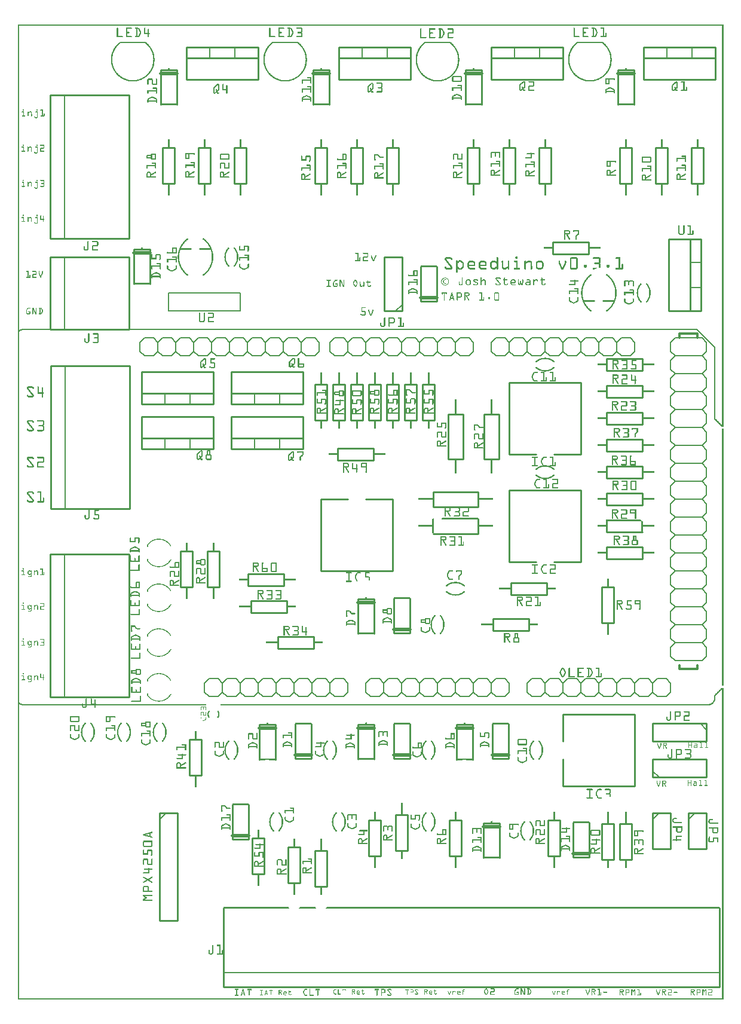
<source format=gto>
G04 MADE WITH FRITZING*
G04 WWW.FRITZING.ORG*
G04 DOUBLE SIDED*
G04 HOLES PLATED*
G04 CONTOUR ON CENTER OF CONTOUR VECTOR*
%ASAXBY*%
%FSLAX23Y23*%
%MOIN*%
%OFA0B0*%
%SFA1.0B1.0*%
%ADD10C,0.010000*%
%ADD11C,0.005000*%
%ADD12C,0.012000*%
%ADD13C,0.006000*%
%ADD14C,0.020000*%
%ADD15C,0.007874*%
%ADD16R,0.001000X0.001000*%
%LNSILK1*%
G90*
G70*
G54D10*
X1692Y2791D02*
X1692Y2391D01*
D02*
X1692Y2391D02*
X2092Y2391D01*
D02*
X2092Y2391D02*
X2092Y2791D01*
D02*
X1692Y2791D02*
X1842Y2791D01*
D02*
X1942Y2791D02*
X2092Y2791D01*
D02*
X3259Y2101D02*
X3259Y2301D01*
D02*
X3259Y2301D02*
X3325Y2301D01*
D02*
X3325Y2301D02*
X3325Y2101D01*
D02*
X3325Y2101D02*
X3259Y2101D01*
D02*
X1483Y2308D02*
X1283Y2308D01*
D02*
X1283Y2308D02*
X1283Y2374D01*
D02*
X1283Y2374D02*
X1483Y2374D01*
D02*
X1483Y2374D02*
X1483Y2308D01*
D02*
X1092Y3321D02*
X692Y3321D01*
D02*
X692Y3321D02*
X692Y3501D01*
D02*
X692Y3501D02*
X1092Y3501D01*
D02*
X1092Y3501D02*
X1092Y3321D01*
D02*
X1092Y3321D02*
X692Y3321D01*
D02*
X692Y3321D02*
X692Y3381D01*
D02*
X692Y3381D02*
X1092Y3381D01*
D02*
X1092Y3381D02*
X1092Y3321D01*
G54D11*
D02*
X962Y3321D02*
X962Y3381D01*
D02*
X822Y3321D02*
X822Y3381D01*
G54D10*
D02*
X1592Y3321D02*
X1192Y3321D01*
D02*
X1192Y3321D02*
X1192Y3501D01*
D02*
X1192Y3501D02*
X1592Y3501D01*
D02*
X1592Y3501D02*
X1592Y3321D01*
D02*
X1592Y3321D02*
X1192Y3321D01*
D02*
X1192Y3321D02*
X1192Y3381D01*
D02*
X1192Y3381D02*
X1592Y3381D01*
D02*
X1592Y3381D02*
X1592Y3321D01*
G54D11*
D02*
X1462Y3321D02*
X1462Y3381D01*
D02*
X1322Y3321D02*
X1322Y3381D01*
G54D10*
D02*
X1592Y3071D02*
X1192Y3071D01*
D02*
X1192Y3071D02*
X1192Y3251D01*
D02*
X1192Y3251D02*
X1592Y3251D01*
D02*
X1592Y3251D02*
X1592Y3071D01*
D02*
X1592Y3071D02*
X1192Y3071D01*
D02*
X1192Y3071D02*
X1192Y3131D01*
D02*
X1192Y3131D02*
X1592Y3131D01*
D02*
X1592Y3131D02*
X1592Y3071D01*
G54D11*
D02*
X1462Y3071D02*
X1462Y3131D01*
D02*
X1322Y3071D02*
X1322Y3131D01*
G54D10*
D02*
X1092Y3071D02*
X692Y3071D01*
D02*
X692Y3071D02*
X692Y3251D01*
D02*
X692Y3251D02*
X1092Y3251D01*
D02*
X1092Y3251D02*
X1092Y3071D01*
D02*
X1092Y3071D02*
X692Y3071D01*
D02*
X692Y3071D02*
X692Y3131D01*
D02*
X692Y3131D02*
X1092Y3131D01*
D02*
X1092Y3131D02*
X1092Y3071D01*
G54D11*
D02*
X962Y3071D02*
X962Y3131D01*
D02*
X822Y3071D02*
X822Y3131D01*
G54D10*
D02*
X1309Y701D02*
X1309Y901D01*
D02*
X1309Y901D02*
X1375Y901D01*
D02*
X1375Y901D02*
X1375Y701D01*
D02*
X1375Y701D02*
X1309Y701D01*
G54D12*
D02*
X3692Y1866D02*
X3692Y1846D01*
D02*
X3692Y1846D02*
X3792Y1846D01*
D02*
X3792Y1846D02*
X3792Y1866D01*
D02*
X3692Y3691D02*
X3692Y3716D01*
D02*
X3692Y3716D02*
X3792Y3716D01*
D02*
X3792Y3716D02*
X3792Y3691D01*
G54D13*
D02*
X3467Y1791D02*
X3517Y1791D01*
D02*
X3517Y1791D02*
X3542Y1766D01*
D02*
X3542Y1766D02*
X3542Y1716D01*
D02*
X3542Y1716D02*
X3517Y1691D01*
D02*
X3342Y1766D02*
X3367Y1791D01*
D02*
X3367Y1791D02*
X3417Y1791D01*
D02*
X3417Y1791D02*
X3442Y1766D01*
D02*
X3442Y1766D02*
X3442Y1716D01*
D02*
X3442Y1716D02*
X3417Y1691D01*
D02*
X3417Y1691D02*
X3367Y1691D01*
D02*
X3367Y1691D02*
X3342Y1716D01*
D02*
X3467Y1791D02*
X3442Y1766D01*
D02*
X3442Y1716D02*
X3467Y1691D01*
D02*
X3517Y1691D02*
X3467Y1691D01*
D02*
X3167Y1791D02*
X3217Y1791D01*
D02*
X3217Y1791D02*
X3242Y1766D01*
D02*
X3242Y1766D02*
X3242Y1716D01*
D02*
X3242Y1716D02*
X3217Y1691D01*
D02*
X3242Y1766D02*
X3267Y1791D01*
D02*
X3267Y1791D02*
X3317Y1791D01*
D02*
X3317Y1791D02*
X3342Y1766D01*
D02*
X3342Y1766D02*
X3342Y1716D01*
D02*
X3342Y1716D02*
X3317Y1691D01*
D02*
X3317Y1691D02*
X3267Y1691D01*
D02*
X3267Y1691D02*
X3242Y1716D01*
D02*
X3042Y1766D02*
X3067Y1791D01*
D02*
X3067Y1791D02*
X3117Y1791D01*
D02*
X3117Y1791D02*
X3142Y1766D01*
D02*
X3142Y1766D02*
X3142Y1716D01*
D02*
X3142Y1716D02*
X3117Y1691D01*
D02*
X3117Y1691D02*
X3067Y1691D01*
D02*
X3067Y1691D02*
X3042Y1716D01*
D02*
X3167Y1791D02*
X3142Y1766D01*
D02*
X3142Y1716D02*
X3167Y1691D01*
D02*
X3217Y1691D02*
X3167Y1691D01*
D02*
X2867Y1791D02*
X2917Y1791D01*
D02*
X2917Y1791D02*
X2942Y1766D01*
D02*
X2942Y1766D02*
X2942Y1716D01*
D02*
X2942Y1716D02*
X2917Y1691D01*
D02*
X2942Y1766D02*
X2967Y1791D01*
D02*
X2967Y1791D02*
X3017Y1791D01*
D02*
X3017Y1791D02*
X3042Y1766D01*
D02*
X3042Y1766D02*
X3042Y1716D01*
D02*
X3042Y1716D02*
X3017Y1691D01*
D02*
X3017Y1691D02*
X2967Y1691D01*
D02*
X2967Y1691D02*
X2942Y1716D01*
D02*
X2842Y1766D02*
X2842Y1716D01*
D02*
X2867Y1791D02*
X2842Y1766D01*
D02*
X2842Y1716D02*
X2867Y1691D01*
D02*
X2917Y1691D02*
X2867Y1691D01*
D02*
X3567Y1791D02*
X3617Y1791D01*
D02*
X3617Y1791D02*
X3642Y1766D01*
D02*
X3642Y1766D02*
X3642Y1716D01*
D02*
X3642Y1716D02*
X3617Y1691D01*
D02*
X3567Y1791D02*
X3542Y1766D01*
D02*
X3542Y1716D02*
X3567Y1691D01*
D02*
X3617Y1691D02*
X3567Y1691D01*
D02*
X2567Y1791D02*
X2617Y1791D01*
D02*
X2617Y1791D02*
X2642Y1766D01*
D02*
X2642Y1766D02*
X2642Y1716D01*
D02*
X2642Y1716D02*
X2617Y1691D01*
D02*
X2442Y1766D02*
X2467Y1791D01*
D02*
X2467Y1791D02*
X2517Y1791D01*
D02*
X2517Y1791D02*
X2542Y1766D01*
D02*
X2542Y1766D02*
X2542Y1716D01*
D02*
X2542Y1716D02*
X2517Y1691D01*
D02*
X2517Y1691D02*
X2467Y1691D01*
D02*
X2467Y1691D02*
X2442Y1716D01*
D02*
X2567Y1791D02*
X2542Y1766D01*
D02*
X2542Y1716D02*
X2567Y1691D01*
D02*
X2617Y1691D02*
X2567Y1691D01*
D02*
X2267Y1791D02*
X2317Y1791D01*
D02*
X2317Y1791D02*
X2342Y1766D01*
D02*
X2342Y1766D02*
X2342Y1716D01*
D02*
X2342Y1716D02*
X2317Y1691D01*
D02*
X2342Y1766D02*
X2367Y1791D01*
D02*
X2367Y1791D02*
X2417Y1791D01*
D02*
X2417Y1791D02*
X2442Y1766D01*
D02*
X2442Y1766D02*
X2442Y1716D01*
D02*
X2442Y1716D02*
X2417Y1691D01*
D02*
X2417Y1691D02*
X2367Y1691D01*
D02*
X2367Y1691D02*
X2342Y1716D01*
D02*
X2142Y1766D02*
X2167Y1791D01*
D02*
X2167Y1791D02*
X2217Y1791D01*
D02*
X2217Y1791D02*
X2242Y1766D01*
D02*
X2242Y1766D02*
X2242Y1716D01*
D02*
X2242Y1716D02*
X2217Y1691D01*
D02*
X2217Y1691D02*
X2167Y1691D01*
D02*
X2167Y1691D02*
X2142Y1716D01*
D02*
X2267Y1791D02*
X2242Y1766D01*
D02*
X2242Y1716D02*
X2267Y1691D01*
D02*
X2317Y1691D02*
X2267Y1691D01*
D02*
X1967Y1791D02*
X2017Y1791D01*
D02*
X2017Y1791D02*
X2042Y1766D01*
D02*
X2042Y1766D02*
X2042Y1716D01*
D02*
X2042Y1716D02*
X2017Y1691D01*
D02*
X2042Y1766D02*
X2067Y1791D01*
D02*
X2067Y1791D02*
X2117Y1791D01*
D02*
X2117Y1791D02*
X2142Y1766D01*
D02*
X2142Y1766D02*
X2142Y1716D01*
D02*
X2142Y1716D02*
X2117Y1691D01*
D02*
X2117Y1691D02*
X2067Y1691D01*
D02*
X2067Y1691D02*
X2042Y1716D01*
D02*
X1942Y1766D02*
X1942Y1716D01*
D02*
X1967Y1791D02*
X1942Y1766D01*
D02*
X1942Y1716D02*
X1967Y1691D01*
D02*
X2017Y1691D02*
X1967Y1691D01*
D02*
X2667Y1791D02*
X2717Y1791D01*
D02*
X2717Y1791D02*
X2742Y1766D01*
D02*
X2742Y1766D02*
X2742Y1716D01*
D02*
X2742Y1716D02*
X2717Y1691D01*
D02*
X2667Y1791D02*
X2642Y1766D01*
D02*
X2642Y1716D02*
X2667Y1691D01*
D02*
X2717Y1691D02*
X2667Y1691D01*
D02*
X2817Y3591D02*
X2767Y3591D01*
D02*
X2767Y3591D02*
X2742Y3616D01*
D02*
X2742Y3616D02*
X2742Y3666D01*
D02*
X2742Y3666D02*
X2767Y3691D01*
D02*
X2942Y3616D02*
X2917Y3591D01*
D02*
X2917Y3591D02*
X2867Y3591D01*
D02*
X2867Y3591D02*
X2842Y3616D01*
D02*
X2842Y3616D02*
X2842Y3666D01*
D02*
X2842Y3666D02*
X2867Y3691D01*
D02*
X2867Y3691D02*
X2917Y3691D01*
D02*
X2917Y3691D02*
X2942Y3666D01*
D02*
X2817Y3591D02*
X2842Y3616D01*
D02*
X2842Y3666D02*
X2817Y3691D01*
D02*
X2767Y3691D02*
X2817Y3691D01*
D02*
X3117Y3591D02*
X3067Y3591D01*
D02*
X3067Y3591D02*
X3042Y3616D01*
D02*
X3042Y3616D02*
X3042Y3666D01*
D02*
X3042Y3666D02*
X3067Y3691D01*
D02*
X3042Y3616D02*
X3017Y3591D01*
D02*
X3017Y3591D02*
X2967Y3591D01*
D02*
X2967Y3591D02*
X2942Y3616D01*
D02*
X2942Y3616D02*
X2942Y3666D01*
D02*
X2942Y3666D02*
X2967Y3691D01*
D02*
X2967Y3691D02*
X3017Y3691D01*
D02*
X3017Y3691D02*
X3042Y3666D01*
D02*
X3242Y3616D02*
X3217Y3591D01*
D02*
X3217Y3591D02*
X3167Y3591D01*
D02*
X3167Y3591D02*
X3142Y3616D01*
D02*
X3142Y3616D02*
X3142Y3666D01*
D02*
X3142Y3666D02*
X3167Y3691D01*
D02*
X3167Y3691D02*
X3217Y3691D01*
D02*
X3217Y3691D02*
X3242Y3666D01*
D02*
X3117Y3591D02*
X3142Y3616D01*
D02*
X3142Y3666D02*
X3117Y3691D01*
D02*
X3067Y3691D02*
X3117Y3691D01*
D02*
X3417Y3591D02*
X3367Y3591D01*
D02*
X3367Y3591D02*
X3342Y3616D01*
D02*
X3342Y3616D02*
X3342Y3666D01*
D02*
X3342Y3666D02*
X3367Y3691D01*
D02*
X3342Y3616D02*
X3317Y3591D01*
D02*
X3317Y3591D02*
X3267Y3591D01*
D02*
X3267Y3591D02*
X3242Y3616D01*
D02*
X3242Y3616D02*
X3242Y3666D01*
D02*
X3242Y3666D02*
X3267Y3691D01*
D02*
X3267Y3691D02*
X3317Y3691D01*
D02*
X3317Y3691D02*
X3342Y3666D01*
D02*
X3442Y3616D02*
X3442Y3666D01*
D02*
X3417Y3591D02*
X3442Y3616D01*
D02*
X3442Y3666D02*
X3417Y3691D01*
D02*
X3367Y3691D02*
X3417Y3691D01*
D02*
X2717Y3591D02*
X2667Y3591D01*
D02*
X2667Y3591D02*
X2642Y3616D01*
D02*
X2642Y3616D02*
X2642Y3666D01*
D02*
X2642Y3666D02*
X2667Y3691D01*
D02*
X2717Y3591D02*
X2742Y3616D01*
D02*
X2742Y3666D02*
X2717Y3691D01*
D02*
X2667Y3691D02*
X2717Y3691D01*
D02*
X1482Y3666D02*
X1507Y3691D01*
D02*
X1507Y3691D02*
X1557Y3691D01*
D02*
X1557Y3691D02*
X1582Y3666D01*
D02*
X1582Y3666D02*
X1582Y3616D01*
D02*
X1582Y3616D02*
X1557Y3591D01*
D02*
X1557Y3591D02*
X1507Y3591D01*
D02*
X1507Y3591D02*
X1482Y3616D01*
D02*
X1307Y3691D02*
X1357Y3691D01*
D02*
X1357Y3691D02*
X1382Y3666D01*
D02*
X1382Y3666D02*
X1382Y3616D01*
D02*
X1382Y3616D02*
X1357Y3591D01*
D02*
X1382Y3666D02*
X1407Y3691D01*
D02*
X1407Y3691D02*
X1457Y3691D01*
D02*
X1457Y3691D02*
X1482Y3666D01*
D02*
X1482Y3666D02*
X1482Y3616D01*
D02*
X1482Y3616D02*
X1457Y3591D01*
D02*
X1457Y3591D02*
X1407Y3591D01*
D02*
X1407Y3591D02*
X1382Y3616D01*
D02*
X1182Y3666D02*
X1207Y3691D01*
D02*
X1207Y3691D02*
X1257Y3691D01*
D02*
X1257Y3691D02*
X1282Y3666D01*
D02*
X1282Y3666D02*
X1282Y3616D01*
D02*
X1282Y3616D02*
X1257Y3591D01*
D02*
X1257Y3591D02*
X1207Y3591D01*
D02*
X1207Y3591D02*
X1182Y3616D01*
D02*
X1307Y3691D02*
X1282Y3666D01*
D02*
X1282Y3616D02*
X1307Y3591D01*
D02*
X1357Y3591D02*
X1307Y3591D01*
D02*
X1007Y3691D02*
X1057Y3691D01*
D02*
X1057Y3691D02*
X1082Y3666D01*
D02*
X1082Y3666D02*
X1082Y3616D01*
D02*
X1082Y3616D02*
X1057Y3591D01*
D02*
X1082Y3666D02*
X1107Y3691D01*
D02*
X1107Y3691D02*
X1157Y3691D01*
D02*
X1157Y3691D02*
X1182Y3666D01*
D02*
X1182Y3666D02*
X1182Y3616D01*
D02*
X1182Y3616D02*
X1157Y3591D01*
D02*
X1157Y3591D02*
X1107Y3591D01*
D02*
X1107Y3591D02*
X1082Y3616D01*
D02*
X882Y3666D02*
X907Y3691D01*
D02*
X907Y3691D02*
X957Y3691D01*
D02*
X957Y3691D02*
X982Y3666D01*
D02*
X982Y3666D02*
X982Y3616D01*
D02*
X982Y3616D02*
X957Y3591D01*
D02*
X957Y3591D02*
X907Y3591D01*
D02*
X907Y3591D02*
X882Y3616D01*
D02*
X1007Y3691D02*
X982Y3666D01*
D02*
X982Y3616D02*
X1007Y3591D01*
D02*
X1057Y3591D02*
X1007Y3591D01*
D02*
X707Y3691D02*
X757Y3691D01*
D02*
X757Y3691D02*
X782Y3666D01*
D02*
X782Y3666D02*
X782Y3616D01*
D02*
X782Y3616D02*
X757Y3591D01*
D02*
X782Y3666D02*
X807Y3691D01*
D02*
X807Y3691D02*
X857Y3691D01*
D02*
X857Y3691D02*
X882Y3666D01*
D02*
X882Y3666D02*
X882Y3616D01*
D02*
X882Y3616D02*
X857Y3591D01*
D02*
X857Y3591D02*
X807Y3591D01*
D02*
X807Y3591D02*
X782Y3616D01*
D02*
X682Y3666D02*
X682Y3616D01*
D02*
X707Y3691D02*
X682Y3666D01*
D02*
X682Y3616D02*
X707Y3591D01*
D02*
X757Y3591D02*
X707Y3591D01*
D02*
X1607Y3691D02*
X1657Y3691D01*
D02*
X1657Y3691D02*
X1682Y3666D01*
D02*
X1682Y3666D02*
X1682Y3616D01*
D02*
X1682Y3616D02*
X1657Y3591D01*
D02*
X1607Y3691D02*
X1582Y3666D01*
D02*
X1582Y3616D02*
X1607Y3591D01*
D02*
X1657Y3591D02*
X1607Y3591D01*
D02*
X1667Y1791D02*
X1717Y1791D01*
D02*
X1717Y1791D02*
X1742Y1766D01*
D02*
X1742Y1766D02*
X1742Y1716D01*
D02*
X1742Y1716D02*
X1717Y1691D01*
D02*
X1542Y1766D02*
X1567Y1791D01*
D02*
X1567Y1791D02*
X1617Y1791D01*
D02*
X1617Y1791D02*
X1642Y1766D01*
D02*
X1642Y1766D02*
X1642Y1716D01*
D02*
X1642Y1716D02*
X1617Y1691D01*
D02*
X1617Y1691D02*
X1567Y1691D01*
D02*
X1567Y1691D02*
X1542Y1716D01*
D02*
X1667Y1791D02*
X1642Y1766D01*
D02*
X1642Y1716D02*
X1667Y1691D01*
D02*
X1717Y1691D02*
X1667Y1691D01*
D02*
X1367Y1791D02*
X1417Y1791D01*
D02*
X1417Y1791D02*
X1442Y1766D01*
D02*
X1442Y1766D02*
X1442Y1716D01*
D02*
X1442Y1716D02*
X1417Y1691D01*
D02*
X1442Y1766D02*
X1467Y1791D01*
D02*
X1467Y1791D02*
X1517Y1791D01*
D02*
X1517Y1791D02*
X1542Y1766D01*
D02*
X1542Y1766D02*
X1542Y1716D01*
D02*
X1542Y1716D02*
X1517Y1691D01*
D02*
X1517Y1691D02*
X1467Y1691D01*
D02*
X1467Y1691D02*
X1442Y1716D01*
D02*
X1242Y1766D02*
X1267Y1791D01*
D02*
X1267Y1791D02*
X1317Y1791D01*
D02*
X1317Y1791D02*
X1342Y1766D01*
D02*
X1342Y1766D02*
X1342Y1716D01*
D02*
X1342Y1716D02*
X1317Y1691D01*
D02*
X1317Y1691D02*
X1267Y1691D01*
D02*
X1267Y1691D02*
X1242Y1716D01*
D02*
X1367Y1791D02*
X1342Y1766D01*
D02*
X1342Y1716D02*
X1367Y1691D01*
D02*
X1417Y1691D02*
X1367Y1691D01*
D02*
X1067Y1791D02*
X1117Y1791D01*
D02*
X1117Y1791D02*
X1142Y1766D01*
D02*
X1142Y1766D02*
X1142Y1716D01*
D02*
X1142Y1716D02*
X1117Y1691D01*
D02*
X1142Y1766D02*
X1167Y1791D01*
D02*
X1167Y1791D02*
X1217Y1791D01*
D02*
X1217Y1791D02*
X1242Y1766D01*
D02*
X1242Y1766D02*
X1242Y1716D01*
D02*
X1242Y1716D02*
X1217Y1691D01*
D02*
X1217Y1691D02*
X1167Y1691D01*
D02*
X1167Y1691D02*
X1142Y1716D01*
D02*
X1042Y1766D02*
X1042Y1716D01*
D02*
X1067Y1791D02*
X1042Y1766D01*
D02*
X1042Y1716D02*
X1067Y1691D01*
D02*
X1117Y1691D02*
X1067Y1691D01*
D02*
X1767Y1791D02*
X1817Y1791D01*
D02*
X1817Y1791D02*
X1842Y1766D01*
D02*
X1842Y1766D02*
X1842Y1716D01*
D02*
X1842Y1716D02*
X1817Y1691D01*
D02*
X1767Y1791D02*
X1742Y1766D01*
D02*
X1742Y1716D02*
X1767Y1691D01*
D02*
X1817Y1691D02*
X1767Y1691D01*
D02*
X1917Y3591D02*
X1867Y3591D01*
D02*
X1867Y3591D02*
X1842Y3616D01*
D02*
X1842Y3616D02*
X1842Y3666D01*
D02*
X1842Y3666D02*
X1867Y3691D01*
D02*
X2042Y3616D02*
X2017Y3591D01*
D02*
X2017Y3591D02*
X1967Y3591D01*
D02*
X1967Y3591D02*
X1942Y3616D01*
D02*
X1942Y3616D02*
X1942Y3666D01*
D02*
X1942Y3666D02*
X1967Y3691D01*
D02*
X1967Y3691D02*
X2017Y3691D01*
D02*
X2017Y3691D02*
X2042Y3666D01*
D02*
X1917Y3591D02*
X1942Y3616D01*
D02*
X1942Y3666D02*
X1917Y3691D01*
D02*
X1867Y3691D02*
X1917Y3691D01*
D02*
X2217Y3591D02*
X2167Y3591D01*
D02*
X2167Y3591D02*
X2142Y3616D01*
D02*
X2142Y3616D02*
X2142Y3666D01*
D02*
X2142Y3666D02*
X2167Y3691D01*
D02*
X2142Y3616D02*
X2117Y3591D01*
D02*
X2117Y3591D02*
X2067Y3591D01*
D02*
X2067Y3591D02*
X2042Y3616D01*
D02*
X2042Y3616D02*
X2042Y3666D01*
D02*
X2042Y3666D02*
X2067Y3691D01*
D02*
X2067Y3691D02*
X2117Y3691D01*
D02*
X2117Y3691D02*
X2142Y3666D01*
D02*
X2342Y3616D02*
X2317Y3591D01*
D02*
X2317Y3591D02*
X2267Y3591D01*
D02*
X2267Y3591D02*
X2242Y3616D01*
D02*
X2242Y3616D02*
X2242Y3666D01*
D02*
X2242Y3666D02*
X2267Y3691D01*
D02*
X2267Y3691D02*
X2317Y3691D01*
D02*
X2317Y3691D02*
X2342Y3666D01*
D02*
X2217Y3591D02*
X2242Y3616D01*
D02*
X2242Y3666D02*
X2217Y3691D01*
D02*
X2167Y3691D02*
X2217Y3691D01*
D02*
X2517Y3591D02*
X2467Y3591D01*
D02*
X2467Y3591D02*
X2442Y3616D01*
D02*
X2442Y3616D02*
X2442Y3666D01*
D02*
X2442Y3666D02*
X2467Y3691D01*
D02*
X2442Y3616D02*
X2417Y3591D01*
D02*
X2417Y3591D02*
X2367Y3591D01*
D02*
X2367Y3591D02*
X2342Y3616D01*
D02*
X2342Y3616D02*
X2342Y3666D01*
D02*
X2342Y3666D02*
X2367Y3691D01*
D02*
X2367Y3691D02*
X2417Y3691D01*
D02*
X2417Y3691D02*
X2442Y3666D01*
D02*
X2542Y3616D02*
X2542Y3666D01*
D02*
X2517Y3591D02*
X2542Y3616D01*
D02*
X2542Y3666D02*
X2517Y3691D01*
D02*
X2467Y3691D02*
X2517Y3691D01*
D02*
X1817Y3591D02*
X1767Y3591D01*
D02*
X1767Y3591D02*
X1742Y3616D01*
D02*
X1742Y3616D02*
X1742Y3666D01*
D02*
X1742Y3666D02*
X1767Y3691D01*
D02*
X1817Y3591D02*
X1842Y3616D01*
D02*
X1842Y3666D02*
X1817Y3691D01*
D02*
X1767Y3691D02*
X1817Y3691D01*
D02*
X3667Y3691D02*
X3642Y3666D01*
D02*
X3642Y3666D02*
X3642Y3616D01*
D02*
X3642Y3616D02*
X3667Y3591D01*
D02*
X3667Y3591D02*
X3642Y3566D01*
D02*
X3642Y3566D02*
X3642Y3516D01*
D02*
X3642Y3516D02*
X3667Y3491D01*
D02*
X3667Y3491D02*
X3642Y3466D01*
D02*
X3642Y3466D02*
X3642Y3416D01*
D02*
X3642Y3416D02*
X3667Y3391D01*
D02*
X3667Y3391D02*
X3642Y3366D01*
D02*
X3642Y3366D02*
X3642Y3316D01*
D02*
X3642Y3316D02*
X3667Y3291D01*
D02*
X3667Y3291D02*
X3642Y3266D01*
D02*
X3642Y3266D02*
X3642Y3216D01*
D02*
X3642Y3216D02*
X3667Y3191D01*
D02*
X3667Y3191D02*
X3642Y3166D01*
D02*
X3642Y3166D02*
X3642Y3116D01*
D02*
X3642Y3116D02*
X3667Y3091D01*
D02*
X3667Y3691D02*
X3817Y3691D01*
D02*
X3817Y3691D02*
X3842Y3666D01*
D02*
X3842Y3666D02*
X3842Y3616D01*
D02*
X3842Y3616D02*
X3817Y3591D01*
D02*
X3817Y3591D02*
X3842Y3566D01*
D02*
X3842Y3566D02*
X3842Y3516D01*
D02*
X3842Y3516D02*
X3817Y3491D01*
D02*
X3817Y3491D02*
X3842Y3466D01*
D02*
X3842Y3466D02*
X3842Y3416D01*
D02*
X3842Y3416D02*
X3817Y3391D01*
D02*
X3817Y3391D02*
X3842Y3366D01*
D02*
X3842Y3366D02*
X3842Y3316D01*
D02*
X3842Y3316D02*
X3817Y3291D01*
D02*
X3817Y3291D02*
X3842Y3266D01*
D02*
X3842Y3266D02*
X3842Y3216D01*
D02*
X3842Y3216D02*
X3817Y3191D01*
D02*
X3817Y3191D02*
X3842Y3166D01*
D02*
X3842Y3166D02*
X3842Y3116D01*
D02*
X3842Y3116D02*
X3817Y3091D01*
D02*
X3817Y3091D02*
X3842Y3066D01*
D02*
X3842Y3066D02*
X3842Y3016D01*
D02*
X3842Y3016D02*
X3817Y2991D01*
D02*
X3817Y2991D02*
X3842Y2966D01*
D02*
X3842Y2966D02*
X3842Y2916D01*
D02*
X3842Y2916D02*
X3817Y2891D01*
D02*
X3817Y2891D02*
X3842Y2866D01*
D02*
X3842Y2866D02*
X3842Y2816D01*
D02*
X3842Y2816D02*
X3817Y2791D01*
D02*
X3817Y2791D02*
X3842Y2766D01*
D02*
X3842Y2766D02*
X3842Y2716D01*
D02*
X3842Y2716D02*
X3817Y2691D01*
D02*
X3817Y2691D02*
X3842Y2666D01*
D02*
X3842Y2666D02*
X3842Y2616D01*
D02*
X3842Y2616D02*
X3817Y2591D01*
D02*
X3817Y2591D02*
X3842Y2566D01*
D02*
X3842Y2566D02*
X3842Y2516D01*
D02*
X3817Y2491D02*
X3842Y2516D01*
D02*
X3817Y2491D02*
X3842Y2466D01*
D02*
X3842Y2416D02*
X3842Y2466D01*
D02*
X3842Y2416D02*
X3817Y2391D01*
D02*
X3817Y2391D02*
X3842Y2366D01*
D02*
X3842Y2316D02*
X3842Y2366D01*
D02*
X3842Y2316D02*
X3817Y2291D01*
D02*
X3817Y2291D02*
X3842Y2266D01*
D02*
X3842Y2216D02*
X3842Y2266D01*
D02*
X3842Y2216D02*
X3817Y2191D01*
D02*
X3817Y2191D02*
X3842Y2166D01*
D02*
X3842Y2116D02*
X3842Y2166D01*
D02*
X3842Y2116D02*
X3817Y2091D01*
D02*
X3817Y2091D02*
X3842Y2066D01*
D02*
X3842Y2016D02*
X3842Y2066D01*
D02*
X3842Y2016D02*
X3817Y1991D01*
D02*
X3817Y1991D02*
X3842Y1966D01*
D02*
X3842Y1916D02*
X3842Y1966D01*
D02*
X3842Y1916D02*
X3817Y1891D01*
D02*
X3667Y1891D02*
X3642Y1916D01*
D02*
X3642Y1916D02*
X3642Y1966D01*
D02*
X3667Y1991D02*
X3642Y1966D01*
D02*
X3667Y1991D02*
X3642Y2016D01*
D02*
X3642Y2016D02*
X3642Y2066D01*
D02*
X3667Y2091D02*
X3642Y2066D01*
D02*
X3667Y2091D02*
X3642Y2116D01*
D02*
X3642Y2166D02*
X3642Y2116D01*
D02*
X3642Y2166D02*
X3667Y2191D01*
D02*
X3667Y2191D02*
X3642Y2216D01*
D02*
X3642Y2266D02*
X3642Y2216D01*
D02*
X3642Y2266D02*
X3667Y2291D01*
D02*
X3667Y2291D02*
X3642Y2316D01*
D02*
X3642Y2316D02*
X3642Y2366D01*
D02*
X3667Y2391D02*
X3642Y2366D01*
D02*
X3667Y2391D02*
X3642Y2416D01*
D02*
X3642Y2416D02*
X3642Y2466D01*
D02*
X3667Y2491D02*
X3642Y2466D01*
D02*
X3667Y2491D02*
X3642Y2516D01*
D02*
X3642Y2516D02*
X3642Y2566D01*
D02*
X3667Y2591D02*
X3642Y2566D01*
D02*
X3667Y2591D02*
X3642Y2616D01*
D02*
X3642Y2616D02*
X3642Y2666D01*
D02*
X3667Y2691D02*
X3642Y2666D01*
D02*
X3667Y2691D02*
X3642Y2716D01*
D02*
X3642Y2716D02*
X3642Y2766D01*
D02*
X3667Y2791D02*
X3642Y2766D01*
D02*
X3667Y2791D02*
X3642Y2816D01*
D02*
X3642Y2816D02*
X3642Y2866D01*
D02*
X3667Y2891D02*
X3642Y2866D01*
D02*
X3667Y2891D02*
X3642Y2916D01*
D02*
X3642Y2916D02*
X3642Y2966D01*
D02*
X3667Y2991D02*
X3642Y2966D01*
D02*
X3667Y2991D02*
X3642Y3016D01*
D02*
X3642Y3016D02*
X3642Y3066D01*
D02*
X3667Y3091D02*
X3642Y3066D01*
D02*
X3817Y3591D02*
X3667Y3591D01*
D02*
X3817Y3491D02*
X3667Y3491D01*
D02*
X3817Y3391D02*
X3667Y3391D01*
D02*
X3817Y3291D02*
X3667Y3291D01*
D02*
X3817Y3191D02*
X3667Y3191D01*
D02*
X3817Y3091D02*
X3667Y3091D01*
D02*
X3817Y2991D02*
X3667Y2991D01*
D02*
X3817Y2891D02*
X3667Y2891D01*
D02*
X3817Y2791D02*
X3667Y2791D01*
D02*
X3817Y2691D02*
X3667Y2691D01*
D02*
X3817Y2591D02*
X3667Y2591D01*
D02*
X3817Y2491D02*
X3667Y2491D01*
D02*
X3817Y2391D02*
X3667Y2391D01*
D02*
X3817Y2291D02*
X3667Y2291D01*
D02*
X3817Y2191D02*
X3667Y2191D01*
D02*
X3817Y2091D02*
X3667Y2091D01*
D02*
X3817Y1991D02*
X3667Y1991D01*
D02*
X3817Y1891D02*
X3667Y1891D01*
G54D10*
D02*
X2247Y3895D02*
X2247Y4090D01*
D02*
X2337Y4090D02*
X2337Y3895D01*
D02*
X2337Y3895D02*
X2247Y3895D01*
G54D14*
D02*
X2337Y3915D02*
X2247Y3915D01*
G54D10*
D02*
X959Y1251D02*
X959Y1451D01*
D02*
X959Y1451D02*
X1025Y1451D01*
D02*
X1025Y1451D02*
X1025Y1251D01*
D02*
X1025Y1251D02*
X959Y1251D01*
D02*
X792Y1041D02*
X792Y441D01*
D02*
X792Y441D02*
X892Y441D01*
D02*
X892Y441D02*
X892Y1041D01*
D02*
X892Y1041D02*
X792Y1041D01*
G54D11*
D02*
X792Y1006D02*
X827Y1041D01*
G54D10*
D02*
X3042Y1191D02*
X3442Y1191D01*
D02*
X3442Y1191D02*
X3442Y1591D01*
D02*
X3442Y1591D02*
X3042Y1591D01*
D02*
X3042Y1191D02*
X3042Y1341D01*
D02*
X3042Y1441D02*
X3042Y1591D01*
D02*
X3542Y1241D02*
X3842Y1241D01*
D02*
X3842Y1241D02*
X3842Y1341D01*
D02*
X3842Y1341D02*
X3542Y1341D01*
D02*
X3542Y1341D02*
X3542Y1241D01*
G54D11*
D02*
X3577Y1241D02*
X3542Y1276D01*
G54D10*
D02*
X3842Y1541D02*
X3542Y1541D01*
D02*
X3542Y1541D02*
X3542Y1441D01*
D02*
X3542Y1441D02*
X3842Y1441D01*
D02*
X3842Y1441D02*
X3842Y1541D01*
G54D11*
D02*
X3807Y1541D02*
X3842Y1506D01*
G54D10*
D02*
X2143Y3841D02*
X2143Y4141D01*
D02*
X2143Y4141D02*
X2043Y4141D01*
D02*
X2043Y4141D02*
X2043Y3841D01*
D02*
X2043Y3841D02*
X2143Y3841D01*
G54D11*
D02*
X2143Y3876D02*
X2108Y3841D01*
G54D10*
D02*
X3325Y982D02*
X3325Y782D01*
D02*
X3325Y782D02*
X3259Y782D01*
D02*
X3259Y782D02*
X3259Y982D01*
D02*
X3259Y982D02*
X3325Y982D01*
D02*
X3425Y982D02*
X3425Y782D01*
D02*
X3425Y782D02*
X3359Y782D01*
D02*
X3359Y782D02*
X3359Y982D01*
D02*
X3359Y982D02*
X3425Y982D01*
D02*
X3542Y1041D02*
X3542Y841D01*
D02*
X3542Y841D02*
X3642Y841D01*
D02*
X3642Y841D02*
X3642Y1041D01*
D02*
X3642Y1041D02*
X3542Y1041D01*
G54D11*
D02*
X3542Y1006D02*
X3577Y1041D01*
G54D10*
D02*
X3742Y1041D02*
X3742Y841D01*
D02*
X3742Y841D02*
X3842Y841D01*
D02*
X3842Y841D02*
X3842Y1041D01*
D02*
X3842Y1041D02*
X3742Y1041D01*
G54D11*
D02*
X3742Y1006D02*
X3777Y1041D01*
G54D10*
D02*
X3483Y2458D02*
X3283Y2458D01*
D02*
X3283Y2458D02*
X3283Y2524D01*
D02*
X3283Y2524D02*
X3483Y2524D01*
D02*
X3483Y2524D02*
X3483Y2458D01*
D02*
X2325Y3432D02*
X2325Y3232D01*
D02*
X2325Y3232D02*
X2259Y3232D01*
D02*
X2259Y3232D02*
X2259Y3432D01*
D02*
X2259Y3432D02*
X2325Y3432D01*
D02*
X1825Y3432D02*
X1825Y3232D01*
D02*
X1825Y3232D02*
X1759Y3232D01*
D02*
X1759Y3232D02*
X1759Y3432D01*
D02*
X1759Y3432D02*
X1825Y3432D01*
D02*
X3483Y3058D02*
X3283Y3058D01*
D02*
X3283Y3058D02*
X3283Y3124D01*
D02*
X3283Y3124D02*
X3483Y3124D01*
D02*
X3483Y3124D02*
X3483Y3058D01*
D02*
X3483Y2908D02*
X3283Y2908D01*
D02*
X3283Y2908D02*
X3283Y2974D01*
D02*
X3283Y2974D02*
X3483Y2974D01*
D02*
X3483Y2974D02*
X3483Y2908D01*
D02*
X2125Y3432D02*
X2125Y3232D01*
D02*
X2125Y3232D02*
X2059Y3232D01*
D02*
X2059Y3232D02*
X2059Y3432D01*
D02*
X2059Y3432D02*
X2125Y3432D01*
D02*
X1983Y3008D02*
X1783Y3008D01*
D02*
X1783Y3008D02*
X1783Y3074D01*
D02*
X1783Y3074D02*
X1983Y3074D01*
D02*
X1983Y3074D02*
X1983Y3008D01*
D02*
X3483Y3508D02*
X3283Y3508D01*
D02*
X3283Y3508D02*
X3283Y3574D01*
D02*
X3283Y3574D02*
X3483Y3574D01*
D02*
X3483Y3574D02*
X3483Y3508D01*
D02*
X3812Y4241D02*
X3812Y3841D01*
D02*
X3812Y3841D02*
X3632Y3841D01*
D02*
X3632Y3841D02*
X3632Y4241D01*
D02*
X3632Y4241D02*
X3812Y4241D01*
D02*
X3812Y4241D02*
X3812Y3841D01*
D02*
X3812Y3841D02*
X3752Y3841D01*
D02*
X3752Y3841D02*
X3752Y4241D01*
D02*
X3752Y4241D02*
X3812Y4241D01*
G54D11*
D02*
X3812Y4111D02*
X3752Y4111D01*
D02*
X3812Y3971D02*
X3752Y3971D01*
G54D10*
D02*
X737Y4187D02*
X737Y3992D01*
D02*
X647Y3992D02*
X647Y4187D01*
D02*
X647Y4187D02*
X737Y4187D01*
G54D14*
D02*
X647Y4167D02*
X737Y4167D01*
G54D11*
D02*
X842Y3941D02*
X842Y3841D01*
D02*
X842Y3841D02*
X1242Y3841D01*
D02*
X1242Y3841D02*
X1242Y3941D01*
D02*
X1242Y3941D02*
X842Y3941D01*
G54D10*
D02*
X3142Y2441D02*
X3142Y2841D01*
D02*
X3142Y2841D02*
X2742Y2841D01*
D02*
X2742Y2841D02*
X2742Y2441D01*
D02*
X3142Y2441D02*
X2992Y2441D01*
D02*
X2892Y2441D02*
X2742Y2441D01*
D02*
X3142Y3041D02*
X3142Y3441D01*
D02*
X3142Y3441D02*
X2742Y3441D01*
D02*
X2742Y3441D02*
X2742Y3041D01*
D02*
X3142Y3041D02*
X2992Y3041D01*
D02*
X2892Y3041D02*
X2742Y3041D01*
D02*
X3483Y2608D02*
X3283Y2608D01*
D02*
X3283Y2608D02*
X3283Y2674D01*
D02*
X2225Y3432D02*
X2225Y3232D01*
D02*
X2225Y3232D02*
X2159Y3232D01*
D02*
X2159Y3232D02*
X2159Y3432D01*
D02*
X2159Y3432D02*
X2225Y3432D01*
D02*
X1925Y3432D02*
X1925Y3232D01*
D02*
X1925Y3232D02*
X1859Y3232D01*
D02*
X1859Y3232D02*
X1859Y3432D01*
D02*
X1859Y3432D02*
X1925Y3432D01*
D02*
X3483Y3208D02*
X3283Y3208D01*
D02*
X3283Y3208D02*
X3283Y3274D01*
D02*
X3283Y3274D02*
X3483Y3274D01*
D02*
X3483Y3274D02*
X3483Y3208D01*
D02*
X3483Y2758D02*
X3283Y2758D01*
D02*
X3283Y2758D02*
X3283Y2824D01*
D02*
X3283Y2824D02*
X3483Y2824D01*
D02*
X3483Y2824D02*
X3483Y2758D01*
D02*
X2025Y3432D02*
X2025Y3232D01*
D02*
X2025Y3232D02*
X1959Y3232D01*
D02*
X1959Y3232D02*
X1959Y3432D01*
D02*
X1959Y3432D02*
X2025Y3432D01*
D02*
X1725Y3432D02*
X1725Y3232D01*
D02*
X1725Y3232D02*
X1659Y3232D01*
D02*
X1659Y3232D02*
X1659Y3432D01*
D02*
X1659Y3432D02*
X1725Y3432D01*
D02*
X3483Y3358D02*
X3283Y3358D01*
D02*
X3283Y3358D02*
X3283Y3424D01*
D02*
X3283Y3424D02*
X3483Y3424D01*
D02*
X3483Y3424D02*
X3483Y3358D01*
D02*
X2567Y2682D02*
X2567Y2600D01*
D02*
X2567Y2600D02*
X2317Y2600D01*
D02*
X2601Y3016D02*
X2601Y3266D01*
D02*
X2601Y3266D02*
X2683Y3266D01*
D02*
X2683Y3266D02*
X2683Y3016D01*
D02*
X2683Y3016D02*
X2601Y3016D01*
D02*
X2568Y2750D02*
X2318Y2750D01*
D02*
X2318Y2750D02*
X2318Y2832D01*
D02*
X2318Y2832D02*
X2568Y2832D01*
D02*
X2568Y2832D02*
X2568Y2750D01*
D02*
X2483Y3267D02*
X2483Y3017D01*
D02*
X2483Y3017D02*
X2401Y3017D01*
D02*
X2401Y3017D02*
X2401Y3267D01*
D02*
X2401Y3267D02*
X2483Y3267D01*
D02*
X1302Y2224D02*
X1502Y2224D01*
D02*
X1502Y2224D02*
X1502Y2158D01*
D02*
X1502Y2158D02*
X1302Y2158D01*
D02*
X1302Y2158D02*
X1302Y2224D01*
D02*
X1059Y2301D02*
X1059Y2501D01*
D02*
X1059Y2501D02*
X1125Y2501D01*
D02*
X1125Y2501D02*
X1125Y2301D01*
D02*
X1125Y2301D02*
X1059Y2301D01*
D02*
X1452Y2024D02*
X1652Y2024D01*
D02*
X1652Y2024D02*
X1652Y1958D01*
D02*
X1652Y1958D02*
X1452Y1958D01*
D02*
X1452Y1958D02*
X1452Y2024D01*
D02*
X909Y2301D02*
X909Y2501D01*
D02*
X909Y2501D02*
X975Y2501D01*
D02*
X975Y2501D02*
X975Y2301D01*
D02*
X975Y2301D02*
X909Y2301D01*
D02*
X2752Y2324D02*
X2952Y2324D01*
D02*
X2952Y2324D02*
X2952Y2258D01*
D02*
X2952Y2258D02*
X2752Y2258D01*
D02*
X2752Y2258D02*
X2752Y2324D01*
D02*
X2175Y1032D02*
X2175Y832D01*
D02*
X2175Y832D02*
X2109Y832D01*
D02*
X2109Y832D02*
X2109Y1032D01*
D02*
X2109Y1032D02*
X2175Y1032D01*
D02*
X1725Y832D02*
X1725Y632D01*
D02*
X1725Y632D02*
X1659Y632D01*
D02*
X1659Y632D02*
X1659Y832D01*
D02*
X1659Y832D02*
X1725Y832D01*
D02*
X1959Y801D02*
X1959Y1001D01*
D02*
X1959Y1001D02*
X2025Y1001D01*
D02*
X2025Y1001D02*
X2025Y801D01*
D02*
X2025Y801D02*
X1959Y801D01*
D02*
X1509Y651D02*
X1509Y851D01*
D02*
X1509Y851D02*
X1575Y851D01*
D02*
X1575Y851D02*
X1575Y651D01*
D02*
X1575Y651D02*
X1509Y651D01*
D02*
X2097Y1345D02*
X2097Y1540D01*
D02*
X2187Y1540D02*
X2187Y1345D01*
D02*
X2187Y1345D02*
X2097Y1345D01*
G54D14*
D02*
X2187Y1365D02*
X2097Y1365D01*
G54D10*
D02*
X1437Y1535D02*
X1437Y1340D01*
D02*
X1347Y1340D02*
X1347Y1535D01*
D02*
X1347Y1535D02*
X1437Y1535D01*
G54D14*
D02*
X1347Y1515D02*
X1437Y1515D01*
G54D10*
D02*
X1547Y1345D02*
X1547Y1540D01*
D02*
X1637Y1540D02*
X1637Y1345D01*
D02*
X1637Y1345D02*
X1547Y1345D01*
G54D14*
D02*
X1637Y1365D02*
X1547Y1365D01*
G54D10*
D02*
X1197Y895D02*
X1197Y1090D01*
D02*
X1287Y1090D02*
X1287Y895D01*
D02*
X1287Y895D02*
X1197Y895D01*
G54D14*
D02*
X1287Y915D02*
X1197Y915D01*
G54D10*
D02*
X2097Y2045D02*
X2097Y2240D01*
D02*
X2187Y2240D02*
X2187Y2045D01*
D02*
X2187Y2045D02*
X2097Y2045D01*
G54D14*
D02*
X2187Y2065D02*
X2097Y2065D01*
G54D10*
D02*
X1987Y1537D02*
X1987Y1342D01*
D02*
X1897Y1342D02*
X1897Y1537D01*
D02*
X1897Y1537D02*
X1987Y1537D01*
G54D14*
D02*
X1897Y1517D02*
X1987Y1517D01*
G54D10*
D02*
X623Y2738D02*
X623Y3535D01*
D02*
X623Y3535D02*
X183Y3535D01*
D02*
X183Y3535D02*
X183Y2738D01*
D02*
X183Y2738D02*
X623Y2738D01*
G54D11*
D02*
X263Y3535D02*
X263Y2738D01*
G54D10*
D02*
X1149Y512D02*
X1149Y72D01*
D02*
X1149Y72D02*
X3915Y72D01*
D02*
X3915Y72D02*
X3915Y512D01*
G54D11*
D02*
X1149Y152D02*
X3915Y152D01*
G54D10*
D02*
X2959Y801D02*
X2959Y1001D01*
D02*
X2959Y1001D02*
X3025Y1001D01*
D02*
X3025Y1001D02*
X3025Y801D01*
D02*
X3025Y801D02*
X2959Y801D01*
D02*
X2409Y801D02*
X2409Y1001D01*
D02*
X2409Y1001D02*
X2475Y1001D01*
D02*
X2475Y1001D02*
X2475Y801D01*
D02*
X2475Y801D02*
X2409Y801D01*
D02*
X3097Y795D02*
X3097Y990D01*
D02*
X3187Y990D02*
X3187Y795D01*
D02*
X3187Y795D02*
X3097Y795D01*
G54D14*
D02*
X3187Y815D02*
X3097Y815D01*
G54D10*
D02*
X2647Y1345D02*
X2647Y1540D01*
D02*
X2737Y1540D02*
X2737Y1345D01*
D02*
X2737Y1345D02*
X2647Y1345D01*
G54D14*
D02*
X2737Y1365D02*
X2647Y1365D01*
G54D10*
D02*
X2687Y987D02*
X2687Y792D01*
D02*
X2597Y792D02*
X2597Y987D01*
D02*
X2597Y987D02*
X2687Y987D01*
G54D14*
D02*
X2597Y967D02*
X2687Y967D01*
G54D10*
D02*
X2537Y1535D02*
X2537Y1340D01*
D02*
X2447Y1340D02*
X2447Y1535D01*
D02*
X2447Y1535D02*
X2537Y1535D01*
G54D14*
D02*
X2447Y1515D02*
X2537Y1515D01*
G54D10*
D02*
X3183Y4158D02*
X2983Y4158D01*
D02*
X2983Y4158D02*
X2983Y4224D01*
D02*
X2983Y4224D02*
X3183Y4224D01*
D02*
X3183Y4224D02*
X3183Y4158D01*
D02*
X2652Y2124D02*
X2852Y2124D01*
D02*
X2852Y2124D02*
X2852Y2058D01*
D02*
X2852Y2058D02*
X2652Y2058D01*
D02*
X2652Y2058D02*
X2652Y2124D01*
D02*
X1987Y2237D02*
X1987Y2042D01*
D02*
X1897Y2042D02*
X1897Y2237D01*
D02*
X1897Y2237D02*
X1987Y2237D01*
G54D14*
D02*
X1897Y2217D02*
X1987Y2217D01*
G54D10*
D02*
X809Y4551D02*
X809Y4751D01*
D02*
X809Y4751D02*
X875Y4751D01*
D02*
X875Y4751D02*
X875Y4551D01*
D02*
X875Y4551D02*
X809Y4551D01*
D02*
X2509Y4551D02*
X2509Y4751D01*
D02*
X2509Y4751D02*
X2575Y4751D01*
D02*
X2575Y4751D02*
X2575Y4551D01*
D02*
X2575Y4551D02*
X2509Y4551D01*
D02*
X1659Y4551D02*
X1659Y4751D01*
D02*
X1659Y4751D02*
X1725Y4751D01*
D02*
X1725Y4751D02*
X1725Y4551D01*
D02*
X1725Y4551D02*
X1659Y4551D01*
D02*
X3359Y4551D02*
X3359Y4751D01*
D02*
X3359Y4751D02*
X3425Y4751D01*
D02*
X3425Y4751D02*
X3425Y4551D01*
D02*
X3425Y4551D02*
X3359Y4551D01*
D02*
X887Y5187D02*
X887Y4992D01*
D02*
X797Y4992D02*
X797Y5187D01*
D02*
X797Y5187D02*
X887Y5187D01*
G54D14*
D02*
X797Y5167D02*
X887Y5167D01*
G54D10*
D02*
X2587Y5187D02*
X2587Y4992D01*
D02*
X2497Y4992D02*
X2497Y5187D01*
D02*
X2497Y5187D02*
X2587Y5187D01*
G54D14*
D02*
X2497Y5167D02*
X2587Y5167D01*
G54D10*
D02*
X1737Y5187D02*
X1737Y4992D01*
D02*
X1647Y4992D02*
X1647Y5187D01*
D02*
X1647Y5187D02*
X1737Y5187D01*
G54D14*
D02*
X1647Y5167D02*
X1737Y5167D01*
G54D10*
D02*
X3437Y5187D02*
X3437Y4992D01*
D02*
X3347Y4992D02*
X3347Y5187D01*
D02*
X3347Y5187D02*
X3437Y5187D01*
G54D14*
D02*
X3347Y5167D02*
X3437Y5167D01*
G54D10*
D02*
X942Y5311D02*
X1342Y5311D01*
D02*
X1342Y5311D02*
X1342Y5131D01*
D02*
X1342Y5131D02*
X942Y5131D01*
D02*
X942Y5131D02*
X942Y5311D01*
D02*
X942Y5311D02*
X1342Y5311D01*
D02*
X1342Y5311D02*
X1342Y5251D01*
D02*
X1342Y5251D02*
X942Y5251D01*
D02*
X942Y5251D02*
X942Y5311D01*
G54D11*
D02*
X1072Y5311D02*
X1072Y5251D01*
D02*
X1212Y5311D02*
X1212Y5251D01*
G54D10*
D02*
X2642Y5311D02*
X3042Y5311D01*
D02*
X3042Y5311D02*
X3042Y5131D01*
D02*
X3042Y5131D02*
X2642Y5131D01*
D02*
X2642Y5131D02*
X2642Y5311D01*
D02*
X2642Y5311D02*
X3042Y5311D01*
D02*
X3042Y5311D02*
X3042Y5251D01*
D02*
X3042Y5251D02*
X2642Y5251D01*
D02*
X2642Y5251D02*
X2642Y5311D01*
G54D11*
D02*
X2772Y5311D02*
X2772Y5251D01*
D02*
X2912Y5311D02*
X2912Y5251D01*
G54D10*
D02*
X1792Y5311D02*
X2192Y5311D01*
D02*
X2192Y5311D02*
X2192Y5131D01*
D02*
X2192Y5131D02*
X1792Y5131D01*
D02*
X1792Y5131D02*
X1792Y5311D01*
D02*
X1792Y5311D02*
X2192Y5311D01*
D02*
X2192Y5311D02*
X2192Y5251D01*
D02*
X2192Y5251D02*
X1792Y5251D01*
D02*
X1792Y5251D02*
X1792Y5311D01*
G54D11*
D02*
X1922Y5311D02*
X1922Y5251D01*
D02*
X2062Y5311D02*
X2062Y5251D01*
G54D10*
D02*
X3492Y5311D02*
X3892Y5311D01*
D02*
X3892Y5311D02*
X3892Y5131D01*
D02*
X3892Y5131D02*
X3492Y5131D01*
D02*
X3492Y5131D02*
X3492Y5311D01*
D02*
X3492Y5311D02*
X3892Y5311D01*
D02*
X3892Y5311D02*
X3892Y5251D01*
D02*
X3892Y5251D02*
X3492Y5251D01*
D02*
X3492Y5251D02*
X3492Y5311D01*
G54D11*
D02*
X3622Y5311D02*
X3622Y5251D01*
D02*
X3762Y5311D02*
X3762Y5251D01*
G54D10*
D02*
X1009Y4551D02*
X1009Y4751D01*
D02*
X1009Y4751D02*
X1075Y4751D01*
D02*
X1075Y4751D02*
X1075Y4551D01*
D02*
X1075Y4551D02*
X1009Y4551D01*
D02*
X2709Y4551D02*
X2709Y4751D01*
D02*
X2709Y4751D02*
X2775Y4751D01*
D02*
X2775Y4751D02*
X2775Y4551D01*
D02*
X2775Y4551D02*
X2709Y4551D01*
D02*
X1859Y4551D02*
X1859Y4751D01*
D02*
X1859Y4751D02*
X1925Y4751D01*
D02*
X1925Y4751D02*
X1925Y4551D01*
D02*
X1925Y4551D02*
X1859Y4551D01*
D02*
X3559Y4551D02*
X3559Y4751D01*
D02*
X3559Y4751D02*
X3625Y4751D01*
D02*
X3625Y4751D02*
X3625Y4551D01*
D02*
X3625Y4551D02*
X3559Y4551D01*
D02*
X1209Y4551D02*
X1209Y4751D01*
D02*
X1209Y4751D02*
X1275Y4751D01*
D02*
X1275Y4751D02*
X1275Y4551D01*
D02*
X1275Y4551D02*
X1209Y4551D01*
D02*
X2909Y4551D02*
X2909Y4751D01*
D02*
X2909Y4751D02*
X2975Y4751D01*
D02*
X2975Y4751D02*
X2975Y4551D01*
D02*
X2975Y4551D02*
X2909Y4551D01*
D02*
X2059Y4551D02*
X2059Y4751D01*
D02*
X2059Y4751D02*
X2125Y4751D01*
D02*
X2125Y4751D02*
X2125Y4551D01*
D02*
X2125Y4551D02*
X2059Y4551D01*
D02*
X3759Y4551D02*
X3759Y4751D01*
D02*
X3759Y4751D02*
X3825Y4751D01*
D02*
X3825Y4751D02*
X3825Y4551D01*
D02*
X3825Y4551D02*
X3759Y4551D01*
D02*
X622Y3738D02*
X622Y4142D01*
D02*
X622Y4142D02*
X182Y4142D01*
D02*
X182Y4142D02*
X182Y3738D01*
D02*
X182Y3738D02*
X622Y3738D01*
G54D11*
D02*
X262Y4142D02*
X262Y3738D01*
G54D10*
D02*
X622Y1688D02*
X622Y2485D01*
D02*
X622Y2485D02*
X182Y2485D01*
D02*
X182Y2485D02*
X182Y1688D01*
D02*
X182Y1688D02*
X622Y1688D01*
G54D11*
D02*
X262Y2485D02*
X262Y1688D01*
G54D10*
D02*
X622Y4247D02*
X622Y5045D01*
D02*
X622Y5045D02*
X182Y5045D01*
D02*
X182Y5045D02*
X182Y4247D01*
D02*
X182Y4247D02*
X622Y4247D01*
G54D11*
D02*
X262Y5045D02*
X262Y4247D01*
G54D15*
X712Y5338D02*
X571Y5338D01*
D02*
X2412Y5338D02*
X2271Y5338D01*
D02*
X1562Y5338D02*
X1421Y5338D01*
D02*
X3262Y5338D02*
X3121Y5338D01*
D02*
G54D16*
X0Y5439D02*
X3936Y5439D01*
X0Y5438D02*
X3936Y5438D01*
X0Y5437D02*
X3936Y5437D01*
X0Y5436D02*
X3936Y5436D01*
X0Y5435D02*
X3936Y5435D01*
X0Y5434D02*
X3936Y5434D01*
X0Y5433D02*
X3936Y5433D01*
X0Y5432D02*
X3936Y5432D01*
X0Y5431D02*
X7Y5431D01*
X3929Y5431D02*
X3936Y5431D01*
X0Y5430D02*
X7Y5430D01*
X3929Y5430D02*
X3936Y5430D01*
X0Y5429D02*
X7Y5429D01*
X3929Y5429D02*
X3936Y5429D01*
X0Y5428D02*
X7Y5428D01*
X3929Y5428D02*
X3936Y5428D01*
X0Y5427D02*
X7Y5427D01*
X3929Y5427D02*
X3936Y5427D01*
X0Y5426D02*
X7Y5426D01*
X3929Y5426D02*
X3936Y5426D01*
X0Y5425D02*
X7Y5425D01*
X3929Y5425D02*
X3936Y5425D01*
X0Y5424D02*
X7Y5424D01*
X3929Y5424D02*
X3936Y5424D01*
X0Y5423D02*
X7Y5423D01*
X3929Y5423D02*
X3936Y5423D01*
X0Y5422D02*
X7Y5422D01*
X3929Y5422D02*
X3936Y5422D01*
X0Y5421D02*
X7Y5421D01*
X556Y5421D02*
X557Y5421D01*
X604Y5421D02*
X635Y5421D01*
X656Y5421D02*
X672Y5421D01*
X708Y5421D02*
X710Y5421D01*
X1406Y5421D02*
X1407Y5421D01*
X1454Y5421D02*
X1485Y5421D01*
X1506Y5421D02*
X1522Y5421D01*
X1556Y5421D02*
X1583Y5421D01*
X3102Y5421D02*
X3104Y5421D01*
X3150Y5421D02*
X3181Y5421D01*
X3202Y5421D02*
X3218Y5421D01*
X3252Y5421D02*
X3270Y5421D01*
X3929Y5421D02*
X3936Y5421D01*
X0Y5420D02*
X7Y5420D01*
X554Y5420D02*
X559Y5420D01*
X604Y5420D02*
X636Y5420D01*
X655Y5420D02*
X674Y5420D01*
X707Y5420D02*
X711Y5420D01*
X1404Y5420D02*
X1409Y5420D01*
X1454Y5420D02*
X1486Y5420D01*
X1505Y5420D02*
X1524Y5420D01*
X1555Y5420D02*
X1585Y5420D01*
X3101Y5420D02*
X3105Y5420D01*
X3150Y5420D02*
X3183Y5420D01*
X3201Y5420D02*
X3221Y5420D01*
X3251Y5420D02*
X3270Y5420D01*
X3929Y5420D02*
X3936Y5420D01*
X0Y5419D02*
X7Y5419D01*
X554Y5419D02*
X559Y5419D01*
X604Y5419D02*
X637Y5419D01*
X654Y5419D02*
X676Y5419D01*
X706Y5419D02*
X712Y5419D01*
X1404Y5419D02*
X1409Y5419D01*
X1454Y5419D02*
X1487Y5419D01*
X1504Y5419D02*
X1526Y5419D01*
X1554Y5419D02*
X1586Y5419D01*
X3100Y5419D02*
X3106Y5419D01*
X3150Y5419D02*
X3183Y5419D01*
X3200Y5419D02*
X3222Y5419D01*
X3251Y5419D02*
X3270Y5419D01*
X3929Y5419D02*
X3936Y5419D01*
X0Y5418D02*
X7Y5418D01*
X554Y5418D02*
X559Y5418D01*
X604Y5418D02*
X637Y5418D01*
X654Y5418D02*
X677Y5418D01*
X706Y5418D02*
X712Y5418D01*
X1404Y5418D02*
X1409Y5418D01*
X1454Y5418D02*
X1487Y5418D01*
X1504Y5418D02*
X1527Y5418D01*
X1554Y5418D02*
X1587Y5418D01*
X3100Y5418D02*
X3106Y5418D01*
X3150Y5418D02*
X3184Y5418D01*
X3200Y5418D02*
X3223Y5418D01*
X3250Y5418D02*
X3270Y5418D01*
X3929Y5418D02*
X3936Y5418D01*
X0Y5417D02*
X7Y5417D01*
X553Y5417D02*
X560Y5417D01*
X604Y5417D02*
X637Y5417D01*
X654Y5417D02*
X678Y5417D01*
X706Y5417D02*
X712Y5417D01*
X1403Y5417D02*
X1409Y5417D01*
X1454Y5417D02*
X1487Y5417D01*
X1504Y5417D02*
X1528Y5417D01*
X1554Y5417D02*
X1587Y5417D01*
X2248Y5417D02*
X2250Y5417D01*
X2296Y5417D02*
X2328Y5417D01*
X2348Y5417D02*
X2365Y5417D01*
X2398Y5417D02*
X2426Y5417D01*
X3100Y5417D02*
X3106Y5417D01*
X3150Y5417D02*
X3183Y5417D01*
X3200Y5417D02*
X3224Y5417D01*
X3251Y5417D02*
X3270Y5417D01*
X3929Y5417D02*
X3936Y5417D01*
X0Y5416D02*
X7Y5416D01*
X553Y5416D02*
X560Y5416D01*
X604Y5416D02*
X637Y5416D01*
X655Y5416D02*
X678Y5416D01*
X706Y5416D02*
X712Y5416D01*
X1403Y5416D02*
X1409Y5416D01*
X1454Y5416D02*
X1487Y5416D01*
X1504Y5416D02*
X1528Y5416D01*
X1555Y5416D02*
X1587Y5416D01*
X2247Y5416D02*
X2251Y5416D01*
X2296Y5416D02*
X2329Y5416D01*
X2347Y5416D02*
X2367Y5416D01*
X2397Y5416D02*
X2428Y5416D01*
X3100Y5416D02*
X3106Y5416D01*
X3150Y5416D02*
X3183Y5416D01*
X3201Y5416D02*
X3225Y5416D01*
X3251Y5416D02*
X3270Y5416D01*
X3929Y5416D02*
X3936Y5416D01*
X0Y5415D02*
X7Y5415D01*
X553Y5415D02*
X560Y5415D01*
X604Y5415D02*
X636Y5415D01*
X655Y5415D02*
X679Y5415D01*
X706Y5415D02*
X712Y5415D01*
X728Y5415D02*
X731Y5415D01*
X1403Y5415D02*
X1409Y5415D01*
X1454Y5415D02*
X1486Y5415D01*
X1505Y5415D02*
X1529Y5415D01*
X1556Y5415D02*
X1588Y5415D01*
X2246Y5415D02*
X2252Y5415D01*
X2296Y5415D02*
X2330Y5415D01*
X2347Y5415D02*
X2369Y5415D01*
X2397Y5415D02*
X2429Y5415D01*
X3100Y5415D02*
X3106Y5415D01*
X3150Y5415D02*
X3182Y5415D01*
X3202Y5415D02*
X3225Y5415D01*
X3252Y5415D02*
X3270Y5415D01*
X3929Y5415D02*
X3936Y5415D01*
X0Y5414D02*
X7Y5414D01*
X553Y5414D02*
X560Y5414D01*
X604Y5414D02*
X610Y5414D01*
X661Y5414D02*
X667Y5414D01*
X672Y5414D02*
X679Y5414D01*
X706Y5414D02*
X712Y5414D01*
X727Y5414D02*
X732Y5414D01*
X1403Y5414D02*
X1409Y5414D01*
X1454Y5414D02*
X1460Y5414D01*
X1511Y5414D02*
X1517Y5414D01*
X1522Y5414D02*
X1529Y5414D01*
X1582Y5414D02*
X1588Y5414D01*
X2246Y5414D02*
X2252Y5414D01*
X2296Y5414D02*
X2330Y5414D01*
X2347Y5414D02*
X2370Y5414D01*
X2397Y5414D02*
X2429Y5414D01*
X3100Y5414D02*
X3106Y5414D01*
X3150Y5414D02*
X3156Y5414D01*
X3207Y5414D02*
X3213Y5414D01*
X3218Y5414D02*
X3226Y5414D01*
X3264Y5414D02*
X3270Y5414D01*
X3929Y5414D02*
X3936Y5414D01*
X0Y5413D02*
X7Y5413D01*
X553Y5413D02*
X560Y5413D01*
X604Y5413D02*
X610Y5413D01*
X661Y5413D02*
X667Y5413D01*
X673Y5413D02*
X680Y5413D01*
X706Y5413D02*
X712Y5413D01*
X727Y5413D02*
X732Y5413D01*
X1403Y5413D02*
X1409Y5413D01*
X1454Y5413D02*
X1460Y5413D01*
X1511Y5413D02*
X1517Y5413D01*
X1523Y5413D02*
X1530Y5413D01*
X1582Y5413D02*
X1588Y5413D01*
X2246Y5413D02*
X2252Y5413D01*
X2296Y5413D02*
X2330Y5413D01*
X2347Y5413D02*
X2370Y5413D01*
X2397Y5413D02*
X2430Y5413D01*
X3100Y5413D02*
X3106Y5413D01*
X3150Y5413D02*
X3156Y5413D01*
X3207Y5413D02*
X3213Y5413D01*
X3219Y5413D02*
X3226Y5413D01*
X3264Y5413D02*
X3270Y5413D01*
X3929Y5413D02*
X3936Y5413D01*
X0Y5412D02*
X7Y5412D01*
X553Y5412D02*
X560Y5412D01*
X604Y5412D02*
X610Y5412D01*
X661Y5412D02*
X667Y5412D01*
X674Y5412D02*
X680Y5412D01*
X706Y5412D02*
X712Y5412D01*
X726Y5412D02*
X732Y5412D01*
X1403Y5412D02*
X1409Y5412D01*
X1454Y5412D02*
X1460Y5412D01*
X1511Y5412D02*
X1517Y5412D01*
X1524Y5412D02*
X1530Y5412D01*
X1582Y5412D02*
X1588Y5412D01*
X2246Y5412D02*
X2252Y5412D01*
X2296Y5412D02*
X2329Y5412D01*
X2347Y5412D02*
X2371Y5412D01*
X2398Y5412D02*
X2430Y5412D01*
X3100Y5412D02*
X3106Y5412D01*
X3150Y5412D02*
X3156Y5412D01*
X3207Y5412D02*
X3213Y5412D01*
X3220Y5412D02*
X3227Y5412D01*
X3264Y5412D02*
X3270Y5412D01*
X3929Y5412D02*
X3936Y5412D01*
X0Y5411D02*
X7Y5411D01*
X553Y5411D02*
X560Y5411D01*
X604Y5411D02*
X610Y5411D01*
X661Y5411D02*
X667Y5411D01*
X674Y5411D02*
X681Y5411D01*
X706Y5411D02*
X712Y5411D01*
X726Y5411D02*
X732Y5411D01*
X1403Y5411D02*
X1409Y5411D01*
X1454Y5411D02*
X1460Y5411D01*
X1511Y5411D02*
X1517Y5411D01*
X1524Y5411D02*
X1531Y5411D01*
X1582Y5411D02*
X1588Y5411D01*
X2246Y5411D02*
X2252Y5411D01*
X2296Y5411D02*
X2328Y5411D01*
X2349Y5411D02*
X2372Y5411D01*
X2399Y5411D02*
X2430Y5411D01*
X3100Y5411D02*
X3106Y5411D01*
X3150Y5411D02*
X3156Y5411D01*
X3207Y5411D02*
X3213Y5411D01*
X3220Y5411D02*
X3227Y5411D01*
X3264Y5411D02*
X3270Y5411D01*
X3929Y5411D02*
X3936Y5411D01*
X0Y5410D02*
X7Y5410D01*
X553Y5410D02*
X560Y5410D01*
X604Y5410D02*
X610Y5410D01*
X661Y5410D02*
X667Y5410D01*
X675Y5410D02*
X681Y5410D01*
X706Y5410D02*
X712Y5410D01*
X726Y5410D02*
X732Y5410D01*
X1403Y5410D02*
X1409Y5410D01*
X1454Y5410D02*
X1460Y5410D01*
X1511Y5410D02*
X1517Y5410D01*
X1525Y5410D02*
X1531Y5410D01*
X1582Y5410D02*
X1588Y5410D01*
X2246Y5410D02*
X2252Y5410D01*
X2296Y5410D02*
X2302Y5410D01*
X2353Y5410D02*
X2359Y5410D01*
X2365Y5410D02*
X2372Y5410D01*
X2424Y5410D02*
X2430Y5410D01*
X3100Y5410D02*
X3106Y5410D01*
X3150Y5410D02*
X3156Y5410D01*
X3207Y5410D02*
X3213Y5410D01*
X3221Y5410D02*
X3228Y5410D01*
X3264Y5410D02*
X3270Y5410D01*
X3929Y5410D02*
X3936Y5410D01*
X0Y5409D02*
X7Y5409D01*
X553Y5409D02*
X560Y5409D01*
X604Y5409D02*
X610Y5409D01*
X661Y5409D02*
X667Y5409D01*
X675Y5409D02*
X682Y5409D01*
X706Y5409D02*
X712Y5409D01*
X726Y5409D02*
X732Y5409D01*
X1403Y5409D02*
X1409Y5409D01*
X1454Y5409D02*
X1460Y5409D01*
X1511Y5409D02*
X1517Y5409D01*
X1525Y5409D02*
X1532Y5409D01*
X1582Y5409D02*
X1588Y5409D01*
X2246Y5409D02*
X2252Y5409D01*
X2296Y5409D02*
X2302Y5409D01*
X2353Y5409D02*
X2359Y5409D01*
X2366Y5409D02*
X2373Y5409D01*
X2424Y5409D02*
X2430Y5409D01*
X3100Y5409D02*
X3106Y5409D01*
X3150Y5409D02*
X3156Y5409D01*
X3207Y5409D02*
X3213Y5409D01*
X3221Y5409D02*
X3228Y5409D01*
X3264Y5409D02*
X3270Y5409D01*
X3929Y5409D02*
X3936Y5409D01*
X0Y5408D02*
X7Y5408D01*
X553Y5408D02*
X560Y5408D01*
X604Y5408D02*
X610Y5408D01*
X661Y5408D02*
X667Y5408D01*
X676Y5408D02*
X682Y5408D01*
X706Y5408D02*
X712Y5408D01*
X726Y5408D02*
X732Y5408D01*
X1403Y5408D02*
X1409Y5408D01*
X1454Y5408D02*
X1460Y5408D01*
X1511Y5408D02*
X1517Y5408D01*
X1526Y5408D02*
X1532Y5408D01*
X1582Y5408D02*
X1588Y5408D01*
X2246Y5408D02*
X2252Y5408D01*
X2296Y5408D02*
X2302Y5408D01*
X2353Y5408D02*
X2359Y5408D01*
X2366Y5408D02*
X2373Y5408D01*
X2424Y5408D02*
X2430Y5408D01*
X3100Y5408D02*
X3106Y5408D01*
X3150Y5408D02*
X3156Y5408D01*
X3207Y5408D02*
X3213Y5408D01*
X3222Y5408D02*
X3229Y5408D01*
X3264Y5408D02*
X3270Y5408D01*
X3929Y5408D02*
X3936Y5408D01*
X0Y5407D02*
X7Y5407D01*
X553Y5407D02*
X560Y5407D01*
X604Y5407D02*
X610Y5407D01*
X661Y5407D02*
X667Y5407D01*
X676Y5407D02*
X683Y5407D01*
X706Y5407D02*
X712Y5407D01*
X726Y5407D02*
X732Y5407D01*
X1403Y5407D02*
X1409Y5407D01*
X1454Y5407D02*
X1460Y5407D01*
X1511Y5407D02*
X1517Y5407D01*
X1526Y5407D02*
X1533Y5407D01*
X1582Y5407D02*
X1588Y5407D01*
X2246Y5407D02*
X2252Y5407D01*
X2296Y5407D02*
X2302Y5407D01*
X2353Y5407D02*
X2359Y5407D01*
X2367Y5407D02*
X2374Y5407D01*
X2424Y5407D02*
X2430Y5407D01*
X3100Y5407D02*
X3106Y5407D01*
X3150Y5407D02*
X3156Y5407D01*
X3207Y5407D02*
X3213Y5407D01*
X3222Y5407D02*
X3229Y5407D01*
X3264Y5407D02*
X3270Y5407D01*
X3929Y5407D02*
X3936Y5407D01*
X0Y5406D02*
X7Y5406D01*
X553Y5406D02*
X560Y5406D01*
X604Y5406D02*
X610Y5406D01*
X661Y5406D02*
X667Y5406D01*
X677Y5406D02*
X683Y5406D01*
X706Y5406D02*
X712Y5406D01*
X726Y5406D02*
X732Y5406D01*
X1403Y5406D02*
X1409Y5406D01*
X1454Y5406D02*
X1460Y5406D01*
X1511Y5406D02*
X1517Y5406D01*
X1527Y5406D02*
X1533Y5406D01*
X1582Y5406D02*
X1588Y5406D01*
X2246Y5406D02*
X2252Y5406D01*
X2296Y5406D02*
X2302Y5406D01*
X2353Y5406D02*
X2359Y5406D01*
X2367Y5406D02*
X2374Y5406D01*
X2424Y5406D02*
X2430Y5406D01*
X3100Y5406D02*
X3106Y5406D01*
X3150Y5406D02*
X3156Y5406D01*
X3207Y5406D02*
X3213Y5406D01*
X3223Y5406D02*
X3230Y5406D01*
X3264Y5406D02*
X3270Y5406D01*
X3929Y5406D02*
X3936Y5406D01*
X0Y5405D02*
X7Y5405D01*
X553Y5405D02*
X560Y5405D01*
X604Y5405D02*
X610Y5405D01*
X661Y5405D02*
X667Y5405D01*
X677Y5405D02*
X684Y5405D01*
X706Y5405D02*
X712Y5405D01*
X726Y5405D02*
X732Y5405D01*
X1403Y5405D02*
X1409Y5405D01*
X1454Y5405D02*
X1460Y5405D01*
X1511Y5405D02*
X1517Y5405D01*
X1527Y5405D02*
X1534Y5405D01*
X1582Y5405D02*
X1588Y5405D01*
X2246Y5405D02*
X2252Y5405D01*
X2296Y5405D02*
X2302Y5405D01*
X2353Y5405D02*
X2359Y5405D01*
X2368Y5405D02*
X2375Y5405D01*
X2424Y5405D02*
X2430Y5405D01*
X3100Y5405D02*
X3106Y5405D01*
X3150Y5405D02*
X3156Y5405D01*
X3207Y5405D02*
X3213Y5405D01*
X3223Y5405D02*
X3230Y5405D01*
X3264Y5405D02*
X3270Y5405D01*
X3929Y5405D02*
X3936Y5405D01*
X0Y5404D02*
X7Y5404D01*
X553Y5404D02*
X560Y5404D01*
X604Y5404D02*
X610Y5404D01*
X661Y5404D02*
X667Y5404D01*
X678Y5404D02*
X684Y5404D01*
X706Y5404D02*
X712Y5404D01*
X726Y5404D02*
X732Y5404D01*
X1403Y5404D02*
X1409Y5404D01*
X1454Y5404D02*
X1460Y5404D01*
X1511Y5404D02*
X1517Y5404D01*
X1528Y5404D02*
X1534Y5404D01*
X1582Y5404D02*
X1588Y5404D01*
X2246Y5404D02*
X2252Y5404D01*
X2296Y5404D02*
X2302Y5404D01*
X2353Y5404D02*
X2359Y5404D01*
X2368Y5404D02*
X2375Y5404D01*
X2424Y5404D02*
X2430Y5404D01*
X3100Y5404D02*
X3106Y5404D01*
X3150Y5404D02*
X3156Y5404D01*
X3207Y5404D02*
X3213Y5404D01*
X3224Y5404D02*
X3231Y5404D01*
X3264Y5404D02*
X3270Y5404D01*
X3929Y5404D02*
X3936Y5404D01*
X0Y5403D02*
X7Y5403D01*
X553Y5403D02*
X560Y5403D01*
X604Y5403D02*
X610Y5403D01*
X661Y5403D02*
X667Y5403D01*
X678Y5403D02*
X685Y5403D01*
X706Y5403D02*
X712Y5403D01*
X726Y5403D02*
X732Y5403D01*
X1403Y5403D02*
X1409Y5403D01*
X1454Y5403D02*
X1460Y5403D01*
X1511Y5403D02*
X1517Y5403D01*
X1528Y5403D02*
X1535Y5403D01*
X1582Y5403D02*
X1588Y5403D01*
X2246Y5403D02*
X2252Y5403D01*
X2296Y5403D02*
X2302Y5403D01*
X2353Y5403D02*
X2359Y5403D01*
X2369Y5403D02*
X2376Y5403D01*
X2424Y5403D02*
X2430Y5403D01*
X3100Y5403D02*
X3106Y5403D01*
X3150Y5403D02*
X3156Y5403D01*
X3207Y5403D02*
X3213Y5403D01*
X3224Y5403D02*
X3231Y5403D01*
X3264Y5403D02*
X3270Y5403D01*
X3929Y5403D02*
X3936Y5403D01*
X0Y5402D02*
X7Y5402D01*
X553Y5402D02*
X560Y5402D01*
X604Y5402D02*
X610Y5402D01*
X661Y5402D02*
X667Y5402D01*
X679Y5402D02*
X685Y5402D01*
X706Y5402D02*
X712Y5402D01*
X726Y5402D02*
X732Y5402D01*
X1403Y5402D02*
X1409Y5402D01*
X1454Y5402D02*
X1460Y5402D01*
X1511Y5402D02*
X1517Y5402D01*
X1529Y5402D02*
X1535Y5402D01*
X1582Y5402D02*
X1588Y5402D01*
X2246Y5402D02*
X2252Y5402D01*
X2296Y5402D02*
X2302Y5402D01*
X2353Y5402D02*
X2359Y5402D01*
X2369Y5402D02*
X2376Y5402D01*
X2424Y5402D02*
X2430Y5402D01*
X3100Y5402D02*
X3106Y5402D01*
X3150Y5402D02*
X3156Y5402D01*
X3207Y5402D02*
X3213Y5402D01*
X3225Y5402D02*
X3232Y5402D01*
X3264Y5402D02*
X3270Y5402D01*
X3929Y5402D02*
X3936Y5402D01*
X0Y5401D02*
X7Y5401D01*
X553Y5401D02*
X560Y5401D01*
X604Y5401D02*
X610Y5401D01*
X661Y5401D02*
X667Y5401D01*
X679Y5401D02*
X686Y5401D01*
X706Y5401D02*
X712Y5401D01*
X726Y5401D02*
X732Y5401D01*
X1403Y5401D02*
X1409Y5401D01*
X1454Y5401D02*
X1460Y5401D01*
X1511Y5401D02*
X1517Y5401D01*
X1529Y5401D02*
X1536Y5401D01*
X1582Y5401D02*
X1588Y5401D01*
X2246Y5401D02*
X2252Y5401D01*
X2296Y5401D02*
X2302Y5401D01*
X2353Y5401D02*
X2359Y5401D01*
X2370Y5401D02*
X2377Y5401D01*
X2424Y5401D02*
X2430Y5401D01*
X3100Y5401D02*
X3106Y5401D01*
X3150Y5401D02*
X3156Y5401D01*
X3207Y5401D02*
X3213Y5401D01*
X3225Y5401D02*
X3232Y5401D01*
X3264Y5401D02*
X3270Y5401D01*
X3929Y5401D02*
X3936Y5401D01*
X0Y5400D02*
X7Y5400D01*
X553Y5400D02*
X560Y5400D01*
X604Y5400D02*
X610Y5400D01*
X661Y5400D02*
X667Y5400D01*
X680Y5400D02*
X686Y5400D01*
X706Y5400D02*
X712Y5400D01*
X726Y5400D02*
X732Y5400D01*
X1403Y5400D02*
X1409Y5400D01*
X1454Y5400D02*
X1460Y5400D01*
X1511Y5400D02*
X1517Y5400D01*
X1530Y5400D02*
X1536Y5400D01*
X1581Y5400D02*
X1588Y5400D01*
X2246Y5400D02*
X2252Y5400D01*
X2296Y5400D02*
X2302Y5400D01*
X2353Y5400D02*
X2359Y5400D01*
X2370Y5400D02*
X2377Y5400D01*
X2424Y5400D02*
X2430Y5400D01*
X3100Y5400D02*
X3106Y5400D01*
X3150Y5400D02*
X3156Y5400D01*
X3207Y5400D02*
X3213Y5400D01*
X3226Y5400D02*
X3233Y5400D01*
X3264Y5400D02*
X3270Y5400D01*
X3929Y5400D02*
X3936Y5400D01*
X0Y5399D02*
X7Y5399D01*
X553Y5399D02*
X560Y5399D01*
X604Y5399D02*
X610Y5399D01*
X661Y5399D02*
X667Y5399D01*
X680Y5399D02*
X687Y5399D01*
X706Y5399D02*
X712Y5399D01*
X726Y5399D02*
X732Y5399D01*
X1403Y5399D02*
X1409Y5399D01*
X1454Y5399D02*
X1460Y5399D01*
X1511Y5399D02*
X1517Y5399D01*
X1530Y5399D02*
X1537Y5399D01*
X1581Y5399D02*
X1587Y5399D01*
X2246Y5399D02*
X2252Y5399D01*
X2296Y5399D02*
X2302Y5399D01*
X2353Y5399D02*
X2359Y5399D01*
X2371Y5399D02*
X2378Y5399D01*
X2424Y5399D02*
X2430Y5399D01*
X3100Y5399D02*
X3106Y5399D01*
X3150Y5399D02*
X3156Y5399D01*
X3207Y5399D02*
X3213Y5399D01*
X3226Y5399D02*
X3233Y5399D01*
X3264Y5399D02*
X3270Y5399D01*
X3929Y5399D02*
X3936Y5399D01*
X0Y5398D02*
X7Y5398D01*
X553Y5398D02*
X560Y5398D01*
X604Y5398D02*
X610Y5398D01*
X661Y5398D02*
X667Y5398D01*
X681Y5398D02*
X687Y5398D01*
X706Y5398D02*
X712Y5398D01*
X726Y5398D02*
X732Y5398D01*
X1403Y5398D02*
X1409Y5398D01*
X1454Y5398D02*
X1460Y5398D01*
X1511Y5398D02*
X1517Y5398D01*
X1531Y5398D02*
X1537Y5398D01*
X1579Y5398D02*
X1587Y5398D01*
X2246Y5398D02*
X2252Y5398D01*
X2296Y5398D02*
X2302Y5398D01*
X2353Y5398D02*
X2359Y5398D01*
X2371Y5398D02*
X2378Y5398D01*
X2424Y5398D02*
X2430Y5398D01*
X3100Y5398D02*
X3106Y5398D01*
X3150Y5398D02*
X3156Y5398D01*
X3207Y5398D02*
X3213Y5398D01*
X3227Y5398D02*
X3233Y5398D01*
X3264Y5398D02*
X3270Y5398D01*
X3929Y5398D02*
X3936Y5398D01*
X0Y5397D02*
X7Y5397D01*
X553Y5397D02*
X560Y5397D01*
X604Y5397D02*
X622Y5397D01*
X661Y5397D02*
X667Y5397D01*
X681Y5397D02*
X687Y5397D01*
X706Y5397D02*
X712Y5397D01*
X726Y5397D02*
X732Y5397D01*
X1403Y5397D02*
X1409Y5397D01*
X1454Y5397D02*
X1472Y5397D01*
X1511Y5397D02*
X1517Y5397D01*
X1531Y5397D02*
X1537Y5397D01*
X1562Y5397D02*
X1587Y5397D01*
X2246Y5397D02*
X2252Y5397D01*
X2296Y5397D02*
X2302Y5397D01*
X2353Y5397D02*
X2359Y5397D01*
X2372Y5397D02*
X2379Y5397D01*
X2424Y5397D02*
X2430Y5397D01*
X3100Y5397D02*
X3106Y5397D01*
X3150Y5397D02*
X3168Y5397D01*
X3207Y5397D02*
X3213Y5397D01*
X3227Y5397D02*
X3233Y5397D01*
X3264Y5397D02*
X3270Y5397D01*
X3929Y5397D02*
X3936Y5397D01*
X0Y5396D02*
X7Y5396D01*
X553Y5396D02*
X560Y5396D01*
X604Y5396D02*
X623Y5396D01*
X661Y5396D02*
X667Y5396D01*
X681Y5396D02*
X687Y5396D01*
X706Y5396D02*
X712Y5396D01*
X726Y5396D02*
X732Y5396D01*
X1403Y5396D02*
X1409Y5396D01*
X1454Y5396D02*
X1473Y5396D01*
X1511Y5396D02*
X1517Y5396D01*
X1531Y5396D02*
X1537Y5396D01*
X1561Y5396D02*
X1586Y5396D01*
X2246Y5396D02*
X2252Y5396D01*
X2296Y5396D02*
X2302Y5396D01*
X2353Y5396D02*
X2359Y5396D01*
X2372Y5396D02*
X2379Y5396D01*
X2424Y5396D02*
X2430Y5396D01*
X3100Y5396D02*
X3106Y5396D01*
X3150Y5396D02*
X3169Y5396D01*
X3207Y5396D02*
X3213Y5396D01*
X3228Y5396D02*
X3234Y5396D01*
X3264Y5396D02*
X3270Y5396D01*
X3929Y5396D02*
X3936Y5396D01*
X0Y5395D02*
X7Y5395D01*
X553Y5395D02*
X560Y5395D01*
X604Y5395D02*
X623Y5395D01*
X661Y5395D02*
X667Y5395D01*
X681Y5395D02*
X687Y5395D01*
X706Y5395D02*
X712Y5395D01*
X726Y5395D02*
X732Y5395D01*
X1403Y5395D02*
X1409Y5395D01*
X1454Y5395D02*
X1473Y5395D01*
X1511Y5395D02*
X1517Y5395D01*
X1531Y5395D02*
X1537Y5395D01*
X1561Y5395D02*
X1585Y5395D01*
X2246Y5395D02*
X2252Y5395D01*
X2296Y5395D02*
X2302Y5395D01*
X2353Y5395D02*
X2359Y5395D01*
X2373Y5395D02*
X2379Y5395D01*
X2424Y5395D02*
X2430Y5395D01*
X3100Y5395D02*
X3106Y5395D01*
X3150Y5395D02*
X3170Y5395D01*
X3207Y5395D02*
X3213Y5395D01*
X3228Y5395D02*
X3234Y5395D01*
X3264Y5395D02*
X3270Y5395D01*
X3929Y5395D02*
X3936Y5395D01*
X0Y5394D02*
X7Y5394D01*
X553Y5394D02*
X560Y5394D01*
X604Y5394D02*
X623Y5394D01*
X661Y5394D02*
X667Y5394D01*
X681Y5394D02*
X687Y5394D01*
X706Y5394D02*
X712Y5394D01*
X726Y5394D02*
X732Y5394D01*
X1403Y5394D02*
X1409Y5394D01*
X1454Y5394D02*
X1473Y5394D01*
X1511Y5394D02*
X1517Y5394D01*
X1531Y5394D02*
X1537Y5394D01*
X1561Y5394D02*
X1585Y5394D01*
X2246Y5394D02*
X2252Y5394D01*
X2296Y5394D02*
X2313Y5394D01*
X2353Y5394D02*
X2359Y5394D01*
X2373Y5394D02*
X2380Y5394D01*
X2403Y5394D02*
X2430Y5394D01*
X3100Y5394D02*
X3106Y5394D01*
X3150Y5394D02*
X3170Y5394D01*
X3207Y5394D02*
X3213Y5394D01*
X3228Y5394D02*
X3234Y5394D01*
X3264Y5394D02*
X3270Y5394D01*
X3929Y5394D02*
X3936Y5394D01*
X0Y5393D02*
X7Y5393D01*
X553Y5393D02*
X560Y5393D01*
X604Y5393D02*
X623Y5393D01*
X661Y5393D02*
X667Y5393D01*
X681Y5393D02*
X687Y5393D01*
X706Y5393D02*
X712Y5393D01*
X726Y5393D02*
X732Y5393D01*
X1403Y5393D02*
X1409Y5393D01*
X1454Y5393D02*
X1473Y5393D01*
X1511Y5393D02*
X1517Y5393D01*
X1531Y5393D02*
X1537Y5393D01*
X1561Y5393D02*
X1586Y5393D01*
X2246Y5393D02*
X2252Y5393D01*
X2296Y5393D02*
X2315Y5393D01*
X2353Y5393D02*
X2359Y5393D01*
X2374Y5393D02*
X2380Y5393D01*
X2400Y5393D02*
X2430Y5393D01*
X3100Y5393D02*
X3106Y5393D01*
X3150Y5393D02*
X3169Y5393D01*
X3207Y5393D02*
X3213Y5393D01*
X3228Y5393D02*
X3234Y5393D01*
X3264Y5393D02*
X3270Y5393D01*
X3929Y5393D02*
X3936Y5393D01*
X0Y5392D02*
X7Y5392D01*
X553Y5392D02*
X560Y5392D01*
X604Y5392D02*
X622Y5392D01*
X661Y5392D02*
X667Y5392D01*
X681Y5392D02*
X687Y5392D01*
X706Y5392D02*
X712Y5392D01*
X726Y5392D02*
X733Y5392D01*
X1403Y5392D02*
X1409Y5392D01*
X1454Y5392D02*
X1472Y5392D01*
X1511Y5392D02*
X1517Y5392D01*
X1531Y5392D02*
X1537Y5392D01*
X1562Y5392D02*
X1586Y5392D01*
X2246Y5392D02*
X2252Y5392D01*
X2296Y5392D02*
X2316Y5392D01*
X2353Y5392D02*
X2359Y5392D01*
X2374Y5392D02*
X2380Y5392D01*
X2399Y5392D02*
X2430Y5392D01*
X3100Y5392D02*
X3106Y5392D01*
X3150Y5392D02*
X3169Y5392D01*
X3207Y5392D02*
X3213Y5392D01*
X3227Y5392D02*
X3234Y5392D01*
X3264Y5392D02*
X3270Y5392D01*
X3929Y5392D02*
X3936Y5392D01*
X0Y5391D02*
X7Y5391D01*
X553Y5391D02*
X560Y5391D01*
X604Y5391D02*
X621Y5391D01*
X661Y5391D02*
X667Y5391D01*
X681Y5391D02*
X687Y5391D01*
X706Y5391D02*
X735Y5391D01*
X1403Y5391D02*
X1409Y5391D01*
X1454Y5391D02*
X1471Y5391D01*
X1511Y5391D02*
X1517Y5391D01*
X1531Y5391D02*
X1537Y5391D01*
X1563Y5391D02*
X1587Y5391D01*
X2246Y5391D02*
X2252Y5391D01*
X2296Y5391D02*
X2316Y5391D01*
X2353Y5391D02*
X2359Y5391D01*
X2374Y5391D02*
X2380Y5391D01*
X2398Y5391D02*
X2429Y5391D01*
X3100Y5391D02*
X3106Y5391D01*
X3150Y5391D02*
X3167Y5391D01*
X3207Y5391D02*
X3213Y5391D01*
X3227Y5391D02*
X3233Y5391D01*
X3264Y5391D02*
X3270Y5391D01*
X3279Y5391D02*
X3283Y5391D01*
X3929Y5391D02*
X3936Y5391D01*
X0Y5390D02*
X7Y5390D01*
X553Y5390D02*
X560Y5390D01*
X604Y5390D02*
X610Y5390D01*
X661Y5390D02*
X667Y5390D01*
X680Y5390D02*
X687Y5390D01*
X706Y5390D02*
X736Y5390D01*
X1403Y5390D02*
X1409Y5390D01*
X1454Y5390D02*
X1460Y5390D01*
X1511Y5390D02*
X1517Y5390D01*
X1530Y5390D02*
X1537Y5390D01*
X1580Y5390D02*
X1587Y5390D01*
X2246Y5390D02*
X2252Y5390D01*
X2296Y5390D02*
X2316Y5390D01*
X2353Y5390D02*
X2359Y5390D01*
X2374Y5390D02*
X2380Y5390D01*
X2397Y5390D02*
X2429Y5390D01*
X3100Y5390D02*
X3106Y5390D01*
X3150Y5390D02*
X3156Y5390D01*
X3207Y5390D02*
X3213Y5390D01*
X3227Y5390D02*
X3233Y5390D01*
X3264Y5390D02*
X3270Y5390D01*
X3278Y5390D02*
X3284Y5390D01*
X3929Y5390D02*
X3936Y5390D01*
X0Y5389D02*
X7Y5389D01*
X553Y5389D02*
X560Y5389D01*
X604Y5389D02*
X610Y5389D01*
X661Y5389D02*
X667Y5389D01*
X680Y5389D02*
X686Y5389D01*
X706Y5389D02*
X736Y5389D01*
X1403Y5389D02*
X1409Y5389D01*
X1454Y5389D02*
X1460Y5389D01*
X1511Y5389D02*
X1517Y5389D01*
X1530Y5389D02*
X1536Y5389D01*
X1581Y5389D02*
X1588Y5389D01*
X2246Y5389D02*
X2252Y5389D01*
X2296Y5389D02*
X2316Y5389D01*
X2353Y5389D02*
X2359Y5389D01*
X2374Y5389D02*
X2380Y5389D01*
X2397Y5389D02*
X2428Y5389D01*
X3100Y5389D02*
X3106Y5389D01*
X3150Y5389D02*
X3156Y5389D01*
X3207Y5389D02*
X3213Y5389D01*
X3226Y5389D02*
X3233Y5389D01*
X3264Y5389D02*
X3270Y5389D01*
X3278Y5389D02*
X3284Y5389D01*
X3929Y5389D02*
X3936Y5389D01*
X0Y5388D02*
X7Y5388D01*
X553Y5388D02*
X560Y5388D01*
X604Y5388D02*
X610Y5388D01*
X661Y5388D02*
X667Y5388D01*
X679Y5388D02*
X686Y5388D01*
X706Y5388D02*
X736Y5388D01*
X1403Y5388D02*
X1409Y5388D01*
X1454Y5388D02*
X1460Y5388D01*
X1511Y5388D02*
X1517Y5388D01*
X1529Y5388D02*
X1536Y5388D01*
X1582Y5388D02*
X1588Y5388D01*
X2246Y5388D02*
X2252Y5388D01*
X2296Y5388D02*
X2315Y5388D01*
X2353Y5388D02*
X2359Y5388D01*
X2374Y5388D02*
X2380Y5388D01*
X2397Y5388D02*
X2427Y5388D01*
X3100Y5388D02*
X3106Y5388D01*
X3150Y5388D02*
X3156Y5388D01*
X3207Y5388D02*
X3213Y5388D01*
X3226Y5388D02*
X3232Y5388D01*
X3264Y5388D02*
X3270Y5388D01*
X3278Y5388D02*
X3284Y5388D01*
X3929Y5388D02*
X3936Y5388D01*
X0Y5387D02*
X7Y5387D01*
X553Y5387D02*
X560Y5387D01*
X604Y5387D02*
X610Y5387D01*
X661Y5387D02*
X667Y5387D01*
X679Y5387D02*
X686Y5387D01*
X706Y5387D02*
X736Y5387D01*
X1403Y5387D02*
X1409Y5387D01*
X1454Y5387D02*
X1460Y5387D01*
X1511Y5387D02*
X1517Y5387D01*
X1529Y5387D02*
X1536Y5387D01*
X1582Y5387D02*
X1588Y5387D01*
X2246Y5387D02*
X2252Y5387D01*
X2296Y5387D02*
X2303Y5387D01*
X2353Y5387D02*
X2359Y5387D01*
X2373Y5387D02*
X2380Y5387D01*
X2397Y5387D02*
X2403Y5387D01*
X3100Y5387D02*
X3106Y5387D01*
X3150Y5387D02*
X3156Y5387D01*
X3207Y5387D02*
X3213Y5387D01*
X3225Y5387D02*
X3232Y5387D01*
X3264Y5387D02*
X3270Y5387D01*
X3278Y5387D02*
X3284Y5387D01*
X3929Y5387D02*
X3936Y5387D01*
X0Y5386D02*
X7Y5386D01*
X553Y5386D02*
X560Y5386D01*
X604Y5386D02*
X610Y5386D01*
X661Y5386D02*
X667Y5386D01*
X678Y5386D02*
X685Y5386D01*
X706Y5386D02*
X735Y5386D01*
X1403Y5386D02*
X1409Y5386D01*
X1454Y5386D02*
X1460Y5386D01*
X1511Y5386D02*
X1517Y5386D01*
X1528Y5386D02*
X1535Y5386D01*
X1582Y5386D02*
X1588Y5386D01*
X2246Y5386D02*
X2252Y5386D01*
X2296Y5386D02*
X2302Y5386D01*
X2353Y5386D02*
X2359Y5386D01*
X2373Y5386D02*
X2379Y5386D01*
X2397Y5386D02*
X2403Y5386D01*
X3100Y5386D02*
X3106Y5386D01*
X3150Y5386D02*
X3156Y5386D01*
X3207Y5386D02*
X3213Y5386D01*
X3225Y5386D02*
X3231Y5386D01*
X3264Y5386D02*
X3270Y5386D01*
X3278Y5386D02*
X3284Y5386D01*
X3929Y5386D02*
X3936Y5386D01*
X0Y5385D02*
X7Y5385D01*
X553Y5385D02*
X560Y5385D01*
X604Y5385D02*
X610Y5385D01*
X661Y5385D02*
X667Y5385D01*
X678Y5385D02*
X685Y5385D01*
X706Y5385D02*
X733Y5385D01*
X1403Y5385D02*
X1409Y5385D01*
X1454Y5385D02*
X1460Y5385D01*
X1511Y5385D02*
X1517Y5385D01*
X1528Y5385D02*
X1535Y5385D01*
X1582Y5385D02*
X1588Y5385D01*
X2246Y5385D02*
X2252Y5385D01*
X2296Y5385D02*
X2302Y5385D01*
X2353Y5385D02*
X2359Y5385D01*
X2372Y5385D02*
X2379Y5385D01*
X2397Y5385D02*
X2403Y5385D01*
X3100Y5385D02*
X3106Y5385D01*
X3150Y5385D02*
X3156Y5385D01*
X3207Y5385D02*
X3213Y5385D01*
X3224Y5385D02*
X3231Y5385D01*
X3264Y5385D02*
X3270Y5385D01*
X3278Y5385D02*
X3284Y5385D01*
X3929Y5385D02*
X3936Y5385D01*
X0Y5384D02*
X7Y5384D01*
X553Y5384D02*
X560Y5384D01*
X604Y5384D02*
X610Y5384D01*
X661Y5384D02*
X667Y5384D01*
X677Y5384D02*
X684Y5384D01*
X726Y5384D02*
X732Y5384D01*
X1403Y5384D02*
X1409Y5384D01*
X1454Y5384D02*
X1460Y5384D01*
X1511Y5384D02*
X1517Y5384D01*
X1527Y5384D02*
X1534Y5384D01*
X1582Y5384D02*
X1588Y5384D01*
X2246Y5384D02*
X2252Y5384D01*
X2296Y5384D02*
X2302Y5384D01*
X2353Y5384D02*
X2359Y5384D01*
X2372Y5384D02*
X2379Y5384D01*
X2397Y5384D02*
X2403Y5384D01*
X3100Y5384D02*
X3106Y5384D01*
X3150Y5384D02*
X3156Y5384D01*
X3207Y5384D02*
X3213Y5384D01*
X3224Y5384D02*
X3230Y5384D01*
X3264Y5384D02*
X3270Y5384D01*
X3278Y5384D02*
X3284Y5384D01*
X3929Y5384D02*
X3936Y5384D01*
X0Y5383D02*
X7Y5383D01*
X553Y5383D02*
X560Y5383D01*
X604Y5383D02*
X610Y5383D01*
X661Y5383D02*
X667Y5383D01*
X677Y5383D02*
X684Y5383D01*
X726Y5383D02*
X732Y5383D01*
X1403Y5383D02*
X1409Y5383D01*
X1454Y5383D02*
X1460Y5383D01*
X1511Y5383D02*
X1517Y5383D01*
X1527Y5383D02*
X1534Y5383D01*
X1582Y5383D02*
X1588Y5383D01*
X2246Y5383D02*
X2252Y5383D01*
X2296Y5383D02*
X2302Y5383D01*
X2353Y5383D02*
X2359Y5383D01*
X2371Y5383D02*
X2378Y5383D01*
X2397Y5383D02*
X2403Y5383D01*
X3100Y5383D02*
X3106Y5383D01*
X3150Y5383D02*
X3156Y5383D01*
X3207Y5383D02*
X3213Y5383D01*
X3223Y5383D02*
X3230Y5383D01*
X3264Y5383D02*
X3270Y5383D01*
X3278Y5383D02*
X3284Y5383D01*
X3929Y5383D02*
X3936Y5383D01*
X0Y5382D02*
X7Y5382D01*
X553Y5382D02*
X560Y5382D01*
X604Y5382D02*
X610Y5382D01*
X661Y5382D02*
X667Y5382D01*
X676Y5382D02*
X683Y5382D01*
X726Y5382D02*
X732Y5382D01*
X1403Y5382D02*
X1409Y5382D01*
X1454Y5382D02*
X1460Y5382D01*
X1511Y5382D02*
X1517Y5382D01*
X1526Y5382D02*
X1533Y5382D01*
X1582Y5382D02*
X1588Y5382D01*
X2246Y5382D02*
X2252Y5382D01*
X2296Y5382D02*
X2302Y5382D01*
X2353Y5382D02*
X2359Y5382D01*
X2371Y5382D02*
X2378Y5382D01*
X2397Y5382D02*
X2403Y5382D01*
X3100Y5382D02*
X3106Y5382D01*
X3150Y5382D02*
X3156Y5382D01*
X3207Y5382D02*
X3213Y5382D01*
X3223Y5382D02*
X3229Y5382D01*
X3264Y5382D02*
X3270Y5382D01*
X3278Y5382D02*
X3284Y5382D01*
X3929Y5382D02*
X3936Y5382D01*
X0Y5381D02*
X7Y5381D01*
X553Y5381D02*
X560Y5381D01*
X604Y5381D02*
X610Y5381D01*
X661Y5381D02*
X667Y5381D01*
X676Y5381D02*
X683Y5381D01*
X726Y5381D02*
X732Y5381D01*
X1403Y5381D02*
X1409Y5381D01*
X1454Y5381D02*
X1460Y5381D01*
X1511Y5381D02*
X1517Y5381D01*
X1526Y5381D02*
X1533Y5381D01*
X1582Y5381D02*
X1588Y5381D01*
X2246Y5381D02*
X2252Y5381D01*
X2296Y5381D02*
X2302Y5381D01*
X2353Y5381D02*
X2359Y5381D01*
X2370Y5381D02*
X2377Y5381D01*
X2397Y5381D02*
X2403Y5381D01*
X3100Y5381D02*
X3106Y5381D01*
X3150Y5381D02*
X3156Y5381D01*
X3207Y5381D02*
X3213Y5381D01*
X3222Y5381D02*
X3229Y5381D01*
X3264Y5381D02*
X3270Y5381D01*
X3278Y5381D02*
X3284Y5381D01*
X3929Y5381D02*
X3936Y5381D01*
X0Y5380D02*
X7Y5380D01*
X553Y5380D02*
X560Y5380D01*
X604Y5380D02*
X610Y5380D01*
X661Y5380D02*
X667Y5380D01*
X675Y5380D02*
X682Y5380D01*
X726Y5380D02*
X732Y5380D01*
X1403Y5380D02*
X1409Y5380D01*
X1454Y5380D02*
X1460Y5380D01*
X1511Y5380D02*
X1517Y5380D01*
X1525Y5380D02*
X1532Y5380D01*
X1582Y5380D02*
X1588Y5380D01*
X2246Y5380D02*
X2252Y5380D01*
X2296Y5380D02*
X2302Y5380D01*
X2353Y5380D02*
X2359Y5380D01*
X2370Y5380D02*
X2377Y5380D01*
X2397Y5380D02*
X2403Y5380D01*
X3100Y5380D02*
X3106Y5380D01*
X3150Y5380D02*
X3156Y5380D01*
X3207Y5380D02*
X3213Y5380D01*
X3222Y5380D02*
X3228Y5380D01*
X3264Y5380D02*
X3270Y5380D01*
X3278Y5380D02*
X3284Y5380D01*
X3929Y5380D02*
X3936Y5380D01*
X0Y5379D02*
X7Y5379D01*
X553Y5379D02*
X560Y5379D01*
X604Y5379D02*
X610Y5379D01*
X661Y5379D02*
X667Y5379D01*
X675Y5379D02*
X682Y5379D01*
X726Y5379D02*
X732Y5379D01*
X1403Y5379D02*
X1409Y5379D01*
X1454Y5379D02*
X1460Y5379D01*
X1511Y5379D02*
X1517Y5379D01*
X1525Y5379D02*
X1532Y5379D01*
X1582Y5379D02*
X1588Y5379D01*
X2246Y5379D02*
X2252Y5379D01*
X2296Y5379D02*
X2302Y5379D01*
X2353Y5379D02*
X2359Y5379D01*
X2369Y5379D02*
X2376Y5379D01*
X2397Y5379D02*
X2403Y5379D01*
X3100Y5379D02*
X3106Y5379D01*
X3150Y5379D02*
X3156Y5379D01*
X3207Y5379D02*
X3213Y5379D01*
X3221Y5379D02*
X3228Y5379D01*
X3264Y5379D02*
X3270Y5379D01*
X3278Y5379D02*
X3284Y5379D01*
X3929Y5379D02*
X3936Y5379D01*
X0Y5378D02*
X7Y5378D01*
X553Y5378D02*
X560Y5378D01*
X604Y5378D02*
X610Y5378D01*
X661Y5378D02*
X667Y5378D01*
X674Y5378D02*
X681Y5378D01*
X726Y5378D02*
X732Y5378D01*
X1403Y5378D02*
X1409Y5378D01*
X1454Y5378D02*
X1460Y5378D01*
X1511Y5378D02*
X1517Y5378D01*
X1524Y5378D02*
X1531Y5378D01*
X1582Y5378D02*
X1588Y5378D01*
X2246Y5378D02*
X2252Y5378D01*
X2296Y5378D02*
X2302Y5378D01*
X2353Y5378D02*
X2359Y5378D01*
X2369Y5378D02*
X2376Y5378D01*
X2397Y5378D02*
X2403Y5378D01*
X3100Y5378D02*
X3106Y5378D01*
X3150Y5378D02*
X3156Y5378D01*
X3207Y5378D02*
X3213Y5378D01*
X3221Y5378D02*
X3228Y5378D01*
X3264Y5378D02*
X3270Y5378D01*
X3278Y5378D02*
X3284Y5378D01*
X3929Y5378D02*
X3936Y5378D01*
X0Y5377D02*
X7Y5377D01*
X553Y5377D02*
X560Y5377D01*
X604Y5377D02*
X610Y5377D01*
X661Y5377D02*
X667Y5377D01*
X674Y5377D02*
X681Y5377D01*
X726Y5377D02*
X732Y5377D01*
X1403Y5377D02*
X1409Y5377D01*
X1454Y5377D02*
X1460Y5377D01*
X1511Y5377D02*
X1517Y5377D01*
X1524Y5377D02*
X1531Y5377D01*
X1582Y5377D02*
X1588Y5377D01*
X2246Y5377D02*
X2252Y5377D01*
X2296Y5377D02*
X2302Y5377D01*
X2353Y5377D02*
X2359Y5377D01*
X2368Y5377D02*
X2375Y5377D01*
X2397Y5377D02*
X2403Y5377D01*
X3100Y5377D02*
X3106Y5377D01*
X3150Y5377D02*
X3156Y5377D01*
X3207Y5377D02*
X3213Y5377D01*
X3220Y5377D02*
X3227Y5377D01*
X3264Y5377D02*
X3270Y5377D01*
X3278Y5377D02*
X3284Y5377D01*
X3929Y5377D02*
X3936Y5377D01*
X0Y5376D02*
X7Y5376D01*
X553Y5376D02*
X560Y5376D01*
X604Y5376D02*
X610Y5376D01*
X661Y5376D02*
X667Y5376D01*
X673Y5376D02*
X680Y5376D01*
X726Y5376D02*
X732Y5376D01*
X1403Y5376D02*
X1409Y5376D01*
X1454Y5376D02*
X1460Y5376D01*
X1511Y5376D02*
X1517Y5376D01*
X1523Y5376D02*
X1530Y5376D01*
X1582Y5376D02*
X1588Y5376D01*
X2246Y5376D02*
X2252Y5376D01*
X2296Y5376D02*
X2302Y5376D01*
X2353Y5376D02*
X2359Y5376D01*
X2368Y5376D02*
X2375Y5376D01*
X2397Y5376D02*
X2403Y5376D01*
X3100Y5376D02*
X3106Y5376D01*
X3150Y5376D02*
X3156Y5376D01*
X3207Y5376D02*
X3213Y5376D01*
X3220Y5376D02*
X3227Y5376D01*
X3264Y5376D02*
X3270Y5376D01*
X3278Y5376D02*
X3284Y5376D01*
X3929Y5376D02*
X3936Y5376D01*
X0Y5375D02*
X7Y5375D01*
X553Y5375D02*
X560Y5375D01*
X604Y5375D02*
X610Y5375D01*
X661Y5375D02*
X667Y5375D01*
X672Y5375D02*
X680Y5375D01*
X726Y5375D02*
X732Y5375D01*
X1403Y5375D02*
X1409Y5375D01*
X1454Y5375D02*
X1460Y5375D01*
X1511Y5375D02*
X1517Y5375D01*
X1522Y5375D02*
X1530Y5375D01*
X1582Y5375D02*
X1588Y5375D01*
X2246Y5375D02*
X2252Y5375D01*
X2296Y5375D02*
X2302Y5375D01*
X2353Y5375D02*
X2359Y5375D01*
X2367Y5375D02*
X2374Y5375D01*
X2397Y5375D02*
X2403Y5375D01*
X3100Y5375D02*
X3106Y5375D01*
X3150Y5375D02*
X3156Y5375D01*
X3207Y5375D02*
X3213Y5375D01*
X3219Y5375D02*
X3226Y5375D01*
X3264Y5375D02*
X3270Y5375D01*
X3278Y5375D02*
X3284Y5375D01*
X3929Y5375D02*
X3936Y5375D01*
X0Y5374D02*
X7Y5374D01*
X553Y5374D02*
X585Y5374D01*
X604Y5374D02*
X635Y5374D01*
X656Y5374D02*
X679Y5374D01*
X726Y5374D02*
X732Y5374D01*
X1403Y5374D02*
X1435Y5374D01*
X1454Y5374D02*
X1485Y5374D01*
X1506Y5374D02*
X1529Y5374D01*
X1556Y5374D02*
X1588Y5374D01*
X2246Y5374D02*
X2252Y5374D01*
X2296Y5374D02*
X2302Y5374D01*
X2353Y5374D02*
X2359Y5374D01*
X2367Y5374D02*
X2374Y5374D01*
X2397Y5374D02*
X2403Y5374D01*
X3100Y5374D02*
X3131Y5374D01*
X3150Y5374D02*
X3181Y5374D01*
X3203Y5374D02*
X3226Y5374D01*
X3253Y5374D02*
X3284Y5374D01*
X3929Y5374D02*
X3936Y5374D01*
X0Y5373D02*
X7Y5373D01*
X553Y5373D02*
X586Y5373D01*
X604Y5373D02*
X636Y5373D01*
X655Y5373D02*
X679Y5373D01*
X726Y5373D02*
X732Y5373D01*
X1403Y5373D02*
X1436Y5373D01*
X1454Y5373D02*
X1486Y5373D01*
X1505Y5373D02*
X1529Y5373D01*
X1555Y5373D02*
X1588Y5373D01*
X2246Y5373D02*
X2252Y5373D01*
X2296Y5373D02*
X2302Y5373D01*
X2353Y5373D02*
X2359Y5373D01*
X2366Y5373D02*
X2373Y5373D01*
X2397Y5373D02*
X2403Y5373D01*
X3100Y5373D02*
X3132Y5373D01*
X3150Y5373D02*
X3183Y5373D01*
X3201Y5373D02*
X3225Y5373D01*
X3251Y5373D02*
X3284Y5373D01*
X3929Y5373D02*
X3936Y5373D01*
X0Y5372D02*
X7Y5372D01*
X553Y5372D02*
X587Y5372D01*
X604Y5372D02*
X637Y5372D01*
X654Y5372D02*
X678Y5372D01*
X726Y5372D02*
X732Y5372D01*
X1403Y5372D02*
X1437Y5372D01*
X1454Y5372D02*
X1487Y5372D01*
X1504Y5372D02*
X1528Y5372D01*
X1554Y5372D02*
X1587Y5372D01*
X2246Y5372D02*
X2252Y5372D01*
X2296Y5372D02*
X2302Y5372D01*
X2353Y5372D02*
X2359Y5372D01*
X2366Y5372D02*
X2373Y5372D01*
X2397Y5372D02*
X2403Y5372D01*
X3100Y5372D02*
X3133Y5372D01*
X3150Y5372D02*
X3183Y5372D01*
X3200Y5372D02*
X3224Y5372D01*
X3251Y5372D02*
X3284Y5372D01*
X3929Y5372D02*
X3936Y5372D01*
X0Y5371D02*
X7Y5371D01*
X553Y5371D02*
X587Y5371D01*
X604Y5371D02*
X637Y5371D01*
X654Y5371D02*
X677Y5371D01*
X726Y5371D02*
X732Y5371D01*
X1403Y5371D02*
X1437Y5371D01*
X1454Y5371D02*
X1487Y5371D01*
X1504Y5371D02*
X1527Y5371D01*
X1554Y5371D02*
X1587Y5371D01*
X2246Y5371D02*
X2252Y5371D01*
X2296Y5371D02*
X2302Y5371D01*
X2353Y5371D02*
X2359Y5371D01*
X2365Y5371D02*
X2372Y5371D01*
X2397Y5371D02*
X2403Y5371D01*
X3100Y5371D02*
X3133Y5371D01*
X3150Y5371D02*
X3184Y5371D01*
X3200Y5371D02*
X3224Y5371D01*
X3250Y5371D02*
X3284Y5371D01*
X3929Y5371D02*
X3936Y5371D01*
X0Y5370D02*
X7Y5370D01*
X553Y5370D02*
X587Y5370D01*
X604Y5370D02*
X637Y5370D01*
X654Y5370D02*
X676Y5370D01*
X727Y5370D02*
X732Y5370D01*
X1403Y5370D02*
X1437Y5370D01*
X1454Y5370D02*
X1487Y5370D01*
X1504Y5370D02*
X1526Y5370D01*
X1554Y5370D02*
X1586Y5370D01*
X2246Y5370D02*
X2278Y5370D01*
X2296Y5370D02*
X2328Y5370D01*
X2348Y5370D02*
X2372Y5370D01*
X2397Y5370D02*
X2428Y5370D01*
X3100Y5370D02*
X3133Y5370D01*
X3150Y5370D02*
X3183Y5370D01*
X3200Y5370D02*
X3223Y5370D01*
X3251Y5370D02*
X3284Y5370D01*
X3929Y5370D02*
X3936Y5370D01*
X0Y5369D02*
X7Y5369D01*
X553Y5369D02*
X587Y5369D01*
X604Y5369D02*
X637Y5369D01*
X654Y5369D02*
X675Y5369D01*
X727Y5369D02*
X732Y5369D01*
X1403Y5369D02*
X1437Y5369D01*
X1454Y5369D02*
X1487Y5369D01*
X1504Y5369D02*
X1525Y5369D01*
X1555Y5369D02*
X1585Y5369D01*
X2246Y5369D02*
X2279Y5369D01*
X2296Y5369D02*
X2329Y5369D01*
X2347Y5369D02*
X2371Y5369D01*
X2397Y5369D02*
X2430Y5369D01*
X3100Y5369D02*
X3133Y5369D01*
X3150Y5369D02*
X3183Y5369D01*
X3201Y5369D02*
X3221Y5369D01*
X3251Y5369D02*
X3283Y5369D01*
X3929Y5369D02*
X3936Y5369D01*
X0Y5368D02*
X7Y5368D01*
X553Y5368D02*
X586Y5368D01*
X604Y5368D02*
X636Y5368D01*
X655Y5368D02*
X673Y5368D01*
X728Y5368D02*
X731Y5368D01*
X1403Y5368D02*
X1436Y5368D01*
X1454Y5368D02*
X1486Y5368D01*
X1505Y5368D02*
X1523Y5368D01*
X1555Y5368D02*
X1584Y5368D01*
X2246Y5368D02*
X2279Y5368D01*
X2296Y5368D02*
X2330Y5368D01*
X2347Y5368D02*
X2370Y5368D01*
X2397Y5368D02*
X2430Y5368D01*
X3100Y5368D02*
X3132Y5368D01*
X3150Y5368D02*
X3182Y5368D01*
X3202Y5368D02*
X3219Y5368D01*
X3252Y5368D02*
X3283Y5368D01*
X3929Y5368D02*
X3936Y5368D01*
X0Y5367D02*
X7Y5367D01*
X2246Y5367D02*
X2280Y5367D01*
X2296Y5367D02*
X2330Y5367D01*
X2347Y5367D02*
X2370Y5367D01*
X2397Y5367D02*
X2430Y5367D01*
X3929Y5367D02*
X3936Y5367D01*
X0Y5366D02*
X7Y5366D01*
X2246Y5366D02*
X2279Y5366D01*
X2296Y5366D02*
X2330Y5366D01*
X2347Y5366D02*
X2369Y5366D01*
X2397Y5366D02*
X2430Y5366D01*
X3929Y5366D02*
X3936Y5366D01*
X0Y5365D02*
X7Y5365D01*
X2246Y5365D02*
X2279Y5365D01*
X2296Y5365D02*
X2329Y5365D01*
X2347Y5365D02*
X2367Y5365D01*
X2397Y5365D02*
X2430Y5365D01*
X3929Y5365D02*
X3936Y5365D01*
X0Y5364D02*
X7Y5364D01*
X2246Y5364D02*
X2278Y5364D01*
X2296Y5364D02*
X2328Y5364D01*
X2348Y5364D02*
X2365Y5364D01*
X2397Y5364D02*
X2428Y5364D01*
X3929Y5364D02*
X3936Y5364D01*
X0Y5363D02*
X7Y5363D01*
X3929Y5363D02*
X3936Y5363D01*
X0Y5362D02*
X7Y5362D01*
X3929Y5362D02*
X3936Y5362D01*
X0Y5361D02*
X7Y5361D01*
X3929Y5361D02*
X3936Y5361D01*
X0Y5360D02*
X7Y5360D01*
X3929Y5360D02*
X3936Y5360D01*
X0Y5359D02*
X7Y5359D01*
X3929Y5359D02*
X3936Y5359D01*
X0Y5358D02*
X7Y5358D01*
X3929Y5358D02*
X3936Y5358D01*
X0Y5357D02*
X7Y5357D01*
X3929Y5357D02*
X3936Y5357D01*
X0Y5356D02*
X7Y5356D01*
X3929Y5356D02*
X3936Y5356D01*
X0Y5355D02*
X7Y5355D01*
X3929Y5355D02*
X3936Y5355D01*
X0Y5354D02*
X7Y5354D01*
X3929Y5354D02*
X3936Y5354D01*
X0Y5353D02*
X7Y5353D01*
X3929Y5353D02*
X3936Y5353D01*
X0Y5352D02*
X7Y5352D01*
X3929Y5352D02*
X3936Y5352D01*
X0Y5351D02*
X7Y5351D01*
X3929Y5351D02*
X3936Y5351D01*
X0Y5350D02*
X7Y5350D01*
X3929Y5350D02*
X3936Y5350D01*
X0Y5349D02*
X7Y5349D01*
X3929Y5349D02*
X3936Y5349D01*
X0Y5348D02*
X7Y5348D01*
X3929Y5348D02*
X3936Y5348D01*
X0Y5347D02*
X7Y5347D01*
X3929Y5347D02*
X3936Y5347D01*
X0Y5346D02*
X7Y5346D01*
X3929Y5346D02*
X3936Y5346D01*
X0Y5345D02*
X7Y5345D01*
X3929Y5345D02*
X3936Y5345D01*
X0Y5344D02*
X7Y5344D01*
X3929Y5344D02*
X3936Y5344D01*
X0Y5343D02*
X7Y5343D01*
X3929Y5343D02*
X3936Y5343D01*
X0Y5342D02*
X7Y5342D01*
X3929Y5342D02*
X3936Y5342D01*
X0Y5341D02*
X7Y5341D01*
X570Y5341D02*
X572Y5341D01*
X712Y5341D02*
X713Y5341D01*
X1419Y5341D02*
X1422Y5341D01*
X1562Y5341D02*
X1563Y5341D01*
X2269Y5341D02*
X2272Y5341D01*
X2412Y5341D02*
X2413Y5341D01*
X3119Y5341D02*
X3122Y5341D01*
X3262Y5341D02*
X3263Y5341D01*
X3929Y5341D02*
X3936Y5341D01*
X0Y5340D02*
X7Y5340D01*
X568Y5340D02*
X573Y5340D01*
X711Y5340D02*
X715Y5340D01*
X1418Y5340D02*
X1423Y5340D01*
X1561Y5340D02*
X1565Y5340D01*
X2268Y5340D02*
X2273Y5340D01*
X2411Y5340D02*
X2415Y5340D01*
X3118Y5340D02*
X3123Y5340D01*
X3261Y5340D02*
X3265Y5340D01*
X3929Y5340D02*
X3936Y5340D01*
X0Y5339D02*
X7Y5339D01*
X567Y5339D02*
X574Y5339D01*
X710Y5339D02*
X716Y5339D01*
X1417Y5339D02*
X1424Y5339D01*
X1560Y5339D02*
X1566Y5339D01*
X2267Y5339D02*
X2274Y5339D01*
X2410Y5339D02*
X2416Y5339D01*
X3117Y5339D02*
X3124Y5339D01*
X3260Y5339D02*
X3266Y5339D01*
X3929Y5339D02*
X3936Y5339D01*
X0Y5338D02*
X7Y5338D01*
X566Y5338D02*
X574Y5338D01*
X709Y5338D02*
X718Y5338D01*
X1416Y5338D02*
X1424Y5338D01*
X1559Y5338D02*
X1568Y5338D01*
X2266Y5338D02*
X2274Y5338D01*
X2409Y5338D02*
X2418Y5338D01*
X3116Y5338D02*
X3124Y5338D01*
X3259Y5338D02*
X3268Y5338D01*
X3929Y5338D02*
X3936Y5338D01*
X0Y5337D02*
X7Y5337D01*
X564Y5337D02*
X574Y5337D01*
X709Y5337D02*
X719Y5337D01*
X1414Y5337D02*
X1424Y5337D01*
X1559Y5337D02*
X1569Y5337D01*
X2264Y5337D02*
X2274Y5337D01*
X2409Y5337D02*
X2419Y5337D01*
X3114Y5337D02*
X3124Y5337D01*
X3259Y5337D02*
X3269Y5337D01*
X3929Y5337D02*
X3936Y5337D01*
X0Y5336D02*
X7Y5336D01*
X563Y5336D02*
X574Y5336D01*
X710Y5336D02*
X720Y5336D01*
X1413Y5336D02*
X1424Y5336D01*
X1560Y5336D02*
X1570Y5336D01*
X2263Y5336D02*
X2274Y5336D01*
X2410Y5336D02*
X2420Y5336D01*
X3113Y5336D02*
X3124Y5336D01*
X3260Y5336D02*
X3270Y5336D01*
X3929Y5336D02*
X3936Y5336D01*
X0Y5335D02*
X7Y5335D01*
X562Y5335D02*
X573Y5335D01*
X710Y5335D02*
X721Y5335D01*
X1412Y5335D02*
X1423Y5335D01*
X1560Y5335D02*
X1571Y5335D01*
X2262Y5335D02*
X2273Y5335D01*
X2410Y5335D02*
X2421Y5335D01*
X3112Y5335D02*
X3123Y5335D01*
X3260Y5335D02*
X3271Y5335D01*
X3929Y5335D02*
X3936Y5335D01*
X0Y5334D02*
X7Y5334D01*
X561Y5334D02*
X572Y5334D01*
X711Y5334D02*
X722Y5334D01*
X1411Y5334D02*
X1422Y5334D01*
X1561Y5334D02*
X1572Y5334D01*
X2261Y5334D02*
X2272Y5334D01*
X2411Y5334D02*
X2422Y5334D01*
X3111Y5334D02*
X3122Y5334D01*
X3261Y5334D02*
X3272Y5334D01*
X3929Y5334D02*
X3936Y5334D01*
X0Y5333D02*
X7Y5333D01*
X560Y5333D02*
X571Y5333D01*
X712Y5333D02*
X724Y5333D01*
X1410Y5333D02*
X1421Y5333D01*
X1562Y5333D02*
X1574Y5333D01*
X2260Y5333D02*
X2271Y5333D01*
X2412Y5333D02*
X2424Y5333D01*
X3110Y5333D02*
X3121Y5333D01*
X3262Y5333D02*
X3274Y5333D01*
X3929Y5333D02*
X3936Y5333D01*
X0Y5332D02*
X7Y5332D01*
X559Y5332D02*
X570Y5332D01*
X714Y5332D02*
X725Y5332D01*
X1409Y5332D02*
X1420Y5332D01*
X1564Y5332D02*
X1575Y5332D01*
X2259Y5332D02*
X2270Y5332D01*
X2414Y5332D02*
X2425Y5332D01*
X3109Y5332D02*
X3120Y5332D01*
X3264Y5332D02*
X3275Y5332D01*
X3929Y5332D02*
X3936Y5332D01*
X0Y5331D02*
X7Y5331D01*
X558Y5331D02*
X568Y5331D01*
X715Y5331D02*
X726Y5331D01*
X1408Y5331D02*
X1418Y5331D01*
X1565Y5331D02*
X1576Y5331D01*
X2258Y5331D02*
X2268Y5331D01*
X2415Y5331D02*
X2426Y5331D01*
X3108Y5331D02*
X3118Y5331D01*
X3265Y5331D02*
X3276Y5331D01*
X3929Y5331D02*
X3936Y5331D01*
X0Y5330D02*
X7Y5330D01*
X556Y5330D02*
X567Y5330D01*
X716Y5330D02*
X727Y5330D01*
X1406Y5330D02*
X1417Y5330D01*
X1566Y5330D02*
X1577Y5330D01*
X2256Y5330D02*
X2267Y5330D01*
X2416Y5330D02*
X2427Y5330D01*
X3106Y5330D02*
X3117Y5330D01*
X3266Y5330D02*
X3277Y5330D01*
X3929Y5330D02*
X3936Y5330D01*
X0Y5329D02*
X7Y5329D01*
X555Y5329D02*
X566Y5329D01*
X717Y5329D02*
X728Y5329D01*
X1405Y5329D02*
X1416Y5329D01*
X1567Y5329D02*
X1578Y5329D01*
X2255Y5329D02*
X2266Y5329D01*
X2417Y5329D02*
X2428Y5329D01*
X3105Y5329D02*
X3116Y5329D01*
X3267Y5329D02*
X3278Y5329D01*
X3929Y5329D02*
X3936Y5329D01*
X0Y5328D02*
X7Y5328D01*
X555Y5328D02*
X565Y5328D01*
X718Y5328D02*
X729Y5328D01*
X1405Y5328D02*
X1415Y5328D01*
X1568Y5328D02*
X1579Y5328D01*
X2255Y5328D02*
X2265Y5328D01*
X2418Y5328D02*
X2429Y5328D01*
X3105Y5328D02*
X3115Y5328D01*
X3268Y5328D02*
X3279Y5328D01*
X3929Y5328D02*
X3936Y5328D01*
X0Y5327D02*
X7Y5327D01*
X554Y5327D02*
X564Y5327D01*
X719Y5327D02*
X730Y5327D01*
X1404Y5327D02*
X1414Y5327D01*
X1569Y5327D02*
X1580Y5327D01*
X2254Y5327D02*
X2264Y5327D01*
X2419Y5327D02*
X2430Y5327D01*
X3104Y5327D02*
X3114Y5327D01*
X3269Y5327D02*
X3280Y5327D01*
X3929Y5327D02*
X3936Y5327D01*
X0Y5326D02*
X7Y5326D01*
X553Y5326D02*
X563Y5326D01*
X721Y5326D02*
X731Y5326D01*
X1403Y5326D02*
X1413Y5326D01*
X1571Y5326D02*
X1581Y5326D01*
X2253Y5326D02*
X2263Y5326D01*
X2421Y5326D02*
X2431Y5326D01*
X3103Y5326D02*
X3113Y5326D01*
X3271Y5326D02*
X3281Y5326D01*
X3929Y5326D02*
X3936Y5326D01*
X0Y5325D02*
X7Y5325D01*
X552Y5325D02*
X562Y5325D01*
X722Y5325D02*
X731Y5325D01*
X1402Y5325D02*
X1412Y5325D01*
X1572Y5325D02*
X1581Y5325D01*
X2252Y5325D02*
X2262Y5325D01*
X2422Y5325D02*
X2431Y5325D01*
X3102Y5325D02*
X3112Y5325D01*
X3272Y5325D02*
X3281Y5325D01*
X3929Y5325D02*
X3936Y5325D01*
X0Y5324D02*
X7Y5324D01*
X551Y5324D02*
X561Y5324D01*
X723Y5324D02*
X732Y5324D01*
X1401Y5324D02*
X1411Y5324D01*
X1573Y5324D02*
X1582Y5324D01*
X2251Y5324D02*
X2261Y5324D01*
X2423Y5324D02*
X2432Y5324D01*
X3101Y5324D02*
X3111Y5324D01*
X3273Y5324D02*
X3282Y5324D01*
X3929Y5324D02*
X3936Y5324D01*
X0Y5323D02*
X7Y5323D01*
X550Y5323D02*
X560Y5323D01*
X724Y5323D02*
X733Y5323D01*
X1400Y5323D02*
X1410Y5323D01*
X1574Y5323D02*
X1583Y5323D01*
X2250Y5323D02*
X2260Y5323D01*
X2424Y5323D02*
X2433Y5323D01*
X3100Y5323D02*
X3110Y5323D01*
X3274Y5323D02*
X3283Y5323D01*
X3929Y5323D02*
X3936Y5323D01*
X0Y5322D02*
X7Y5322D01*
X549Y5322D02*
X559Y5322D01*
X725Y5322D02*
X734Y5322D01*
X1399Y5322D02*
X1409Y5322D01*
X1575Y5322D02*
X1584Y5322D01*
X2249Y5322D02*
X2259Y5322D01*
X2425Y5322D02*
X2434Y5322D01*
X3099Y5322D02*
X3109Y5322D01*
X3275Y5322D02*
X3284Y5322D01*
X3929Y5322D02*
X3936Y5322D01*
X0Y5321D02*
X7Y5321D01*
X548Y5321D02*
X558Y5321D01*
X726Y5321D02*
X735Y5321D01*
X1398Y5321D02*
X1408Y5321D01*
X1576Y5321D02*
X1585Y5321D01*
X2248Y5321D02*
X2258Y5321D01*
X2426Y5321D02*
X2435Y5321D01*
X3098Y5321D02*
X3108Y5321D01*
X3276Y5321D02*
X3285Y5321D01*
X3929Y5321D02*
X3936Y5321D01*
X0Y5320D02*
X7Y5320D01*
X547Y5320D02*
X557Y5320D01*
X726Y5320D02*
X736Y5320D01*
X1397Y5320D02*
X1407Y5320D01*
X1576Y5320D02*
X1586Y5320D01*
X2247Y5320D02*
X2257Y5320D01*
X2426Y5320D02*
X2436Y5320D01*
X3097Y5320D02*
X3107Y5320D01*
X3276Y5320D02*
X3286Y5320D01*
X3929Y5320D02*
X3936Y5320D01*
X0Y5319D02*
X7Y5319D01*
X547Y5319D02*
X556Y5319D01*
X727Y5319D02*
X737Y5319D01*
X1397Y5319D02*
X1406Y5319D01*
X1577Y5319D02*
X1587Y5319D01*
X2247Y5319D02*
X2256Y5319D01*
X2427Y5319D02*
X2437Y5319D01*
X3097Y5319D02*
X3106Y5319D01*
X3277Y5319D02*
X3287Y5319D01*
X3929Y5319D02*
X3936Y5319D01*
X0Y5318D02*
X7Y5318D01*
X546Y5318D02*
X555Y5318D01*
X728Y5318D02*
X737Y5318D01*
X1396Y5318D02*
X1405Y5318D01*
X1578Y5318D02*
X1587Y5318D01*
X2246Y5318D02*
X2255Y5318D01*
X2428Y5318D02*
X2437Y5318D01*
X3096Y5318D02*
X3105Y5318D01*
X3278Y5318D02*
X3287Y5318D01*
X3929Y5318D02*
X3936Y5318D01*
X0Y5317D02*
X7Y5317D01*
X545Y5317D02*
X554Y5317D01*
X729Y5317D02*
X738Y5317D01*
X1395Y5317D02*
X1404Y5317D01*
X1579Y5317D02*
X1588Y5317D01*
X2245Y5317D02*
X2254Y5317D01*
X2429Y5317D02*
X2438Y5317D01*
X3095Y5317D02*
X3104Y5317D01*
X3279Y5317D02*
X3288Y5317D01*
X3929Y5317D02*
X3936Y5317D01*
X0Y5316D02*
X7Y5316D01*
X544Y5316D02*
X553Y5316D01*
X730Y5316D02*
X739Y5316D01*
X1394Y5316D02*
X1403Y5316D01*
X1580Y5316D02*
X1589Y5316D01*
X2244Y5316D02*
X2253Y5316D01*
X2430Y5316D02*
X2439Y5316D01*
X3094Y5316D02*
X3103Y5316D01*
X3280Y5316D02*
X3289Y5316D01*
X3929Y5316D02*
X3936Y5316D01*
X0Y5315D02*
X7Y5315D01*
X544Y5315D02*
X553Y5315D01*
X731Y5315D02*
X740Y5315D01*
X1394Y5315D02*
X1403Y5315D01*
X1581Y5315D02*
X1590Y5315D01*
X2244Y5315D02*
X2253Y5315D01*
X2431Y5315D02*
X2440Y5315D01*
X3094Y5315D02*
X3103Y5315D01*
X3281Y5315D02*
X3290Y5315D01*
X3929Y5315D02*
X3936Y5315D01*
X0Y5314D02*
X7Y5314D01*
X543Y5314D02*
X552Y5314D01*
X732Y5314D02*
X740Y5314D01*
X1393Y5314D02*
X1402Y5314D01*
X1582Y5314D02*
X1590Y5314D01*
X2243Y5314D02*
X2252Y5314D01*
X2432Y5314D02*
X2440Y5314D01*
X3093Y5314D02*
X3102Y5314D01*
X3282Y5314D02*
X3290Y5314D01*
X3929Y5314D02*
X3936Y5314D01*
X0Y5313D02*
X7Y5313D01*
X542Y5313D02*
X551Y5313D01*
X732Y5313D02*
X741Y5313D01*
X1392Y5313D02*
X1401Y5313D01*
X1582Y5313D02*
X1591Y5313D01*
X2242Y5313D02*
X2251Y5313D01*
X2432Y5313D02*
X2441Y5313D01*
X3092Y5313D02*
X3101Y5313D01*
X3282Y5313D02*
X3291Y5313D01*
X3929Y5313D02*
X3936Y5313D01*
X0Y5312D02*
X7Y5312D01*
X541Y5312D02*
X550Y5312D01*
X733Y5312D02*
X742Y5312D01*
X1391Y5312D02*
X1400Y5312D01*
X1583Y5312D02*
X1592Y5312D01*
X2241Y5312D02*
X2250Y5312D01*
X2433Y5312D02*
X2442Y5312D01*
X3091Y5312D02*
X3100Y5312D01*
X3283Y5312D02*
X3292Y5312D01*
X3929Y5312D02*
X3936Y5312D01*
X0Y5311D02*
X7Y5311D01*
X541Y5311D02*
X549Y5311D01*
X734Y5311D02*
X742Y5311D01*
X1391Y5311D02*
X1399Y5311D01*
X1584Y5311D02*
X1592Y5311D01*
X2241Y5311D02*
X2249Y5311D01*
X2434Y5311D02*
X2442Y5311D01*
X3091Y5311D02*
X3099Y5311D01*
X3284Y5311D02*
X3292Y5311D01*
X3929Y5311D02*
X3936Y5311D01*
X0Y5310D02*
X7Y5310D01*
X540Y5310D02*
X549Y5310D01*
X735Y5310D02*
X743Y5310D01*
X1390Y5310D02*
X1399Y5310D01*
X1585Y5310D02*
X1593Y5310D01*
X2240Y5310D02*
X2249Y5310D01*
X2435Y5310D02*
X2443Y5310D01*
X3090Y5310D02*
X3099Y5310D01*
X3285Y5310D02*
X3293Y5310D01*
X3929Y5310D02*
X3936Y5310D01*
X0Y5309D02*
X7Y5309D01*
X539Y5309D02*
X548Y5309D01*
X735Y5309D02*
X744Y5309D01*
X1389Y5309D02*
X1398Y5309D01*
X1585Y5309D02*
X1594Y5309D01*
X2239Y5309D02*
X2248Y5309D01*
X2435Y5309D02*
X2444Y5309D01*
X3089Y5309D02*
X3098Y5309D01*
X3285Y5309D02*
X3294Y5309D01*
X3929Y5309D02*
X3936Y5309D01*
X0Y5308D02*
X7Y5308D01*
X539Y5308D02*
X547Y5308D01*
X736Y5308D02*
X744Y5308D01*
X1389Y5308D02*
X1397Y5308D01*
X1586Y5308D02*
X1594Y5308D01*
X2239Y5308D02*
X2247Y5308D01*
X2436Y5308D02*
X2444Y5308D01*
X3089Y5308D02*
X3097Y5308D01*
X3286Y5308D02*
X3294Y5308D01*
X3929Y5308D02*
X3936Y5308D01*
X0Y5307D02*
X7Y5307D01*
X538Y5307D02*
X547Y5307D01*
X737Y5307D02*
X745Y5307D01*
X1388Y5307D02*
X1397Y5307D01*
X1587Y5307D02*
X1595Y5307D01*
X2238Y5307D02*
X2247Y5307D01*
X2437Y5307D02*
X2445Y5307D01*
X3088Y5307D02*
X3097Y5307D01*
X3287Y5307D02*
X3295Y5307D01*
X3929Y5307D02*
X3936Y5307D01*
X0Y5306D02*
X7Y5306D01*
X538Y5306D02*
X546Y5306D01*
X738Y5306D02*
X745Y5306D01*
X1388Y5306D02*
X1396Y5306D01*
X1588Y5306D02*
X1595Y5306D01*
X2238Y5306D02*
X2246Y5306D01*
X2437Y5306D02*
X2445Y5306D01*
X3088Y5306D02*
X3096Y5306D01*
X3287Y5306D02*
X3295Y5306D01*
X3929Y5306D02*
X3936Y5306D01*
X0Y5305D02*
X7Y5305D01*
X537Y5305D02*
X545Y5305D01*
X738Y5305D02*
X746Y5305D01*
X1387Y5305D02*
X1395Y5305D01*
X1588Y5305D02*
X1596Y5305D01*
X2237Y5305D02*
X2245Y5305D01*
X2438Y5305D02*
X2446Y5305D01*
X3087Y5305D02*
X3095Y5305D01*
X3288Y5305D02*
X3296Y5305D01*
X3929Y5305D02*
X3936Y5305D01*
X0Y5304D02*
X7Y5304D01*
X536Y5304D02*
X545Y5304D01*
X739Y5304D02*
X747Y5304D01*
X1386Y5304D02*
X1395Y5304D01*
X1589Y5304D02*
X1597Y5304D01*
X2236Y5304D02*
X2245Y5304D01*
X2439Y5304D02*
X2447Y5304D01*
X3086Y5304D02*
X3095Y5304D01*
X3289Y5304D02*
X3297Y5304D01*
X3929Y5304D02*
X3936Y5304D01*
X0Y5303D02*
X7Y5303D01*
X536Y5303D02*
X544Y5303D01*
X739Y5303D02*
X747Y5303D01*
X1386Y5303D02*
X1394Y5303D01*
X1589Y5303D02*
X1597Y5303D01*
X2236Y5303D02*
X2244Y5303D01*
X2439Y5303D02*
X2447Y5303D01*
X3086Y5303D02*
X3094Y5303D01*
X3289Y5303D02*
X3297Y5303D01*
X3929Y5303D02*
X3936Y5303D01*
X0Y5302D02*
X7Y5302D01*
X535Y5302D02*
X543Y5302D01*
X740Y5302D02*
X748Y5302D01*
X1385Y5302D02*
X1393Y5302D01*
X1590Y5302D02*
X1598Y5302D01*
X2235Y5302D02*
X2243Y5302D01*
X2440Y5302D02*
X2448Y5302D01*
X3085Y5302D02*
X3093Y5302D01*
X3290Y5302D02*
X3298Y5302D01*
X3929Y5302D02*
X3936Y5302D01*
X0Y5301D02*
X7Y5301D01*
X535Y5301D02*
X543Y5301D01*
X741Y5301D02*
X748Y5301D01*
X1385Y5301D02*
X1393Y5301D01*
X1591Y5301D02*
X1598Y5301D01*
X2235Y5301D02*
X2243Y5301D01*
X2441Y5301D02*
X2448Y5301D01*
X3085Y5301D02*
X3093Y5301D01*
X3291Y5301D02*
X3298Y5301D01*
X3929Y5301D02*
X3936Y5301D01*
X0Y5300D02*
X7Y5300D01*
X534Y5300D02*
X542Y5300D01*
X741Y5300D02*
X749Y5300D01*
X1384Y5300D02*
X1392Y5300D01*
X1591Y5300D02*
X1599Y5300D01*
X2234Y5300D02*
X2242Y5300D01*
X2441Y5300D02*
X2449Y5300D01*
X3084Y5300D02*
X3092Y5300D01*
X3291Y5300D02*
X3299Y5300D01*
X3929Y5300D02*
X3936Y5300D01*
X0Y5299D02*
X7Y5299D01*
X534Y5299D02*
X542Y5299D01*
X742Y5299D02*
X749Y5299D01*
X1384Y5299D02*
X1392Y5299D01*
X1592Y5299D02*
X1599Y5299D01*
X2234Y5299D02*
X2242Y5299D01*
X2442Y5299D02*
X2449Y5299D01*
X3084Y5299D02*
X3092Y5299D01*
X3292Y5299D02*
X3299Y5299D01*
X3929Y5299D02*
X3936Y5299D01*
X0Y5298D02*
X7Y5298D01*
X533Y5298D02*
X541Y5298D01*
X742Y5298D02*
X750Y5298D01*
X1383Y5298D02*
X1391Y5298D01*
X1592Y5298D02*
X1600Y5298D01*
X2233Y5298D02*
X2241Y5298D01*
X2442Y5298D02*
X2450Y5298D01*
X3083Y5298D02*
X3091Y5298D01*
X3292Y5298D02*
X3300Y5298D01*
X3929Y5298D02*
X3936Y5298D01*
X0Y5297D02*
X7Y5297D01*
X533Y5297D02*
X540Y5297D01*
X743Y5297D02*
X750Y5297D01*
X1383Y5297D02*
X1390Y5297D01*
X1593Y5297D02*
X1600Y5297D01*
X2233Y5297D02*
X2240Y5297D01*
X2443Y5297D02*
X2450Y5297D01*
X3083Y5297D02*
X3090Y5297D01*
X3293Y5297D02*
X3300Y5297D01*
X3929Y5297D02*
X3936Y5297D01*
X0Y5296D02*
X7Y5296D01*
X532Y5296D02*
X540Y5296D01*
X743Y5296D02*
X751Y5296D01*
X1382Y5296D02*
X1390Y5296D01*
X1593Y5296D02*
X1601Y5296D01*
X2232Y5296D02*
X2240Y5296D01*
X2443Y5296D02*
X2451Y5296D01*
X3082Y5296D02*
X3090Y5296D01*
X3293Y5296D02*
X3301Y5296D01*
X3929Y5296D02*
X3936Y5296D01*
X0Y5295D02*
X7Y5295D01*
X532Y5295D02*
X539Y5295D01*
X744Y5295D02*
X751Y5295D01*
X1382Y5295D02*
X1389Y5295D01*
X1594Y5295D02*
X1601Y5295D01*
X2232Y5295D02*
X2239Y5295D01*
X2444Y5295D02*
X2451Y5295D01*
X3082Y5295D02*
X3089Y5295D01*
X3294Y5295D02*
X3301Y5295D01*
X3929Y5295D02*
X3936Y5295D01*
X0Y5294D02*
X7Y5294D01*
X531Y5294D02*
X539Y5294D01*
X744Y5294D02*
X752Y5294D01*
X1381Y5294D02*
X1389Y5294D01*
X1594Y5294D02*
X1602Y5294D01*
X2231Y5294D02*
X2239Y5294D01*
X2444Y5294D02*
X2452Y5294D01*
X3081Y5294D02*
X3089Y5294D01*
X3294Y5294D02*
X3302Y5294D01*
X3929Y5294D02*
X3936Y5294D01*
X0Y5293D02*
X7Y5293D01*
X531Y5293D02*
X538Y5293D01*
X745Y5293D02*
X752Y5293D01*
X1381Y5293D02*
X1388Y5293D01*
X1595Y5293D02*
X1602Y5293D01*
X2231Y5293D02*
X2238Y5293D01*
X2445Y5293D02*
X2452Y5293D01*
X3081Y5293D02*
X3088Y5293D01*
X3295Y5293D02*
X3302Y5293D01*
X3929Y5293D02*
X3936Y5293D01*
X0Y5292D02*
X7Y5292D01*
X530Y5292D02*
X538Y5292D01*
X745Y5292D02*
X753Y5292D01*
X1380Y5292D02*
X1388Y5292D01*
X1595Y5292D02*
X1603Y5292D01*
X2230Y5292D02*
X2238Y5292D01*
X2445Y5292D02*
X2453Y5292D01*
X3080Y5292D02*
X3088Y5292D01*
X3295Y5292D02*
X3303Y5292D01*
X3929Y5292D02*
X3936Y5292D01*
X0Y5291D02*
X7Y5291D01*
X530Y5291D02*
X537Y5291D01*
X746Y5291D02*
X753Y5291D01*
X1380Y5291D02*
X1387Y5291D01*
X1596Y5291D02*
X1603Y5291D01*
X2230Y5291D02*
X2237Y5291D01*
X2446Y5291D02*
X2453Y5291D01*
X3080Y5291D02*
X3087Y5291D01*
X3296Y5291D02*
X3303Y5291D01*
X3929Y5291D02*
X3936Y5291D01*
X0Y5290D02*
X7Y5290D01*
X530Y5290D02*
X537Y5290D01*
X746Y5290D02*
X753Y5290D01*
X1380Y5290D02*
X1387Y5290D01*
X1596Y5290D02*
X1603Y5290D01*
X2230Y5290D02*
X2237Y5290D01*
X2446Y5290D02*
X2453Y5290D01*
X3079Y5290D02*
X3087Y5290D01*
X3296Y5290D02*
X3303Y5290D01*
X3929Y5290D02*
X3936Y5290D01*
X0Y5289D02*
X7Y5289D01*
X529Y5289D02*
X537Y5289D01*
X747Y5289D02*
X754Y5289D01*
X1379Y5289D02*
X1387Y5289D01*
X1597Y5289D02*
X1604Y5289D01*
X2229Y5289D02*
X2237Y5289D01*
X2447Y5289D02*
X2454Y5289D01*
X3079Y5289D02*
X3087Y5289D01*
X3297Y5289D02*
X3304Y5289D01*
X3929Y5289D02*
X3936Y5289D01*
X0Y5288D02*
X7Y5288D01*
X529Y5288D02*
X536Y5288D01*
X747Y5288D02*
X754Y5288D01*
X1379Y5288D02*
X1386Y5288D01*
X1597Y5288D02*
X1604Y5288D01*
X2229Y5288D02*
X2236Y5288D01*
X2447Y5288D02*
X2454Y5288D01*
X3079Y5288D02*
X3086Y5288D01*
X3297Y5288D02*
X3304Y5288D01*
X3929Y5288D02*
X3936Y5288D01*
X0Y5287D02*
X7Y5287D01*
X528Y5287D02*
X536Y5287D01*
X748Y5287D02*
X755Y5287D01*
X1378Y5287D02*
X1386Y5287D01*
X1598Y5287D02*
X1605Y5287D01*
X2228Y5287D02*
X2236Y5287D01*
X2448Y5287D02*
X2455Y5287D01*
X3078Y5287D02*
X3086Y5287D01*
X3298Y5287D02*
X3305Y5287D01*
X3929Y5287D02*
X3936Y5287D01*
X0Y5286D02*
X7Y5286D01*
X528Y5286D02*
X535Y5286D01*
X748Y5286D02*
X755Y5286D01*
X1378Y5286D02*
X1385Y5286D01*
X1598Y5286D02*
X1605Y5286D01*
X2228Y5286D02*
X2235Y5286D01*
X2448Y5286D02*
X2455Y5286D01*
X3078Y5286D02*
X3085Y5286D01*
X3298Y5286D02*
X3305Y5286D01*
X3929Y5286D02*
X3936Y5286D01*
X0Y5285D02*
X7Y5285D01*
X528Y5285D02*
X535Y5285D01*
X749Y5285D02*
X755Y5285D01*
X1378Y5285D02*
X1385Y5285D01*
X1599Y5285D02*
X1605Y5285D01*
X2228Y5285D02*
X2235Y5285D01*
X2449Y5285D02*
X2455Y5285D01*
X3078Y5285D02*
X3085Y5285D01*
X3299Y5285D02*
X3305Y5285D01*
X3929Y5285D02*
X3936Y5285D01*
X0Y5284D02*
X7Y5284D01*
X527Y5284D02*
X534Y5284D01*
X749Y5284D02*
X756Y5284D01*
X1377Y5284D02*
X1384Y5284D01*
X1599Y5284D02*
X1606Y5284D01*
X2227Y5284D02*
X2234Y5284D01*
X2449Y5284D02*
X2456Y5284D01*
X3077Y5284D02*
X3084Y5284D01*
X3299Y5284D02*
X3306Y5284D01*
X3929Y5284D02*
X3936Y5284D01*
X0Y5283D02*
X7Y5283D01*
X527Y5283D02*
X534Y5283D01*
X749Y5283D02*
X756Y5283D01*
X1377Y5283D02*
X1384Y5283D01*
X1599Y5283D02*
X1606Y5283D01*
X2227Y5283D02*
X2234Y5283D01*
X2449Y5283D02*
X2456Y5283D01*
X3077Y5283D02*
X3084Y5283D01*
X3299Y5283D02*
X3306Y5283D01*
X3929Y5283D02*
X3936Y5283D01*
X0Y5282D02*
X7Y5282D01*
X527Y5282D02*
X534Y5282D01*
X750Y5282D02*
X756Y5282D01*
X1377Y5282D02*
X1384Y5282D01*
X1600Y5282D02*
X1606Y5282D01*
X2227Y5282D02*
X2234Y5282D01*
X2450Y5282D02*
X2456Y5282D01*
X3077Y5282D02*
X3084Y5282D01*
X3300Y5282D02*
X3306Y5282D01*
X3929Y5282D02*
X3936Y5282D01*
X0Y5281D02*
X7Y5281D01*
X526Y5281D02*
X533Y5281D01*
X750Y5281D02*
X757Y5281D01*
X1376Y5281D02*
X1383Y5281D01*
X1600Y5281D02*
X1607Y5281D01*
X2226Y5281D02*
X2233Y5281D01*
X2450Y5281D02*
X2457Y5281D01*
X3076Y5281D02*
X3083Y5281D01*
X3300Y5281D02*
X3307Y5281D01*
X3929Y5281D02*
X3936Y5281D01*
X0Y5280D02*
X7Y5280D01*
X526Y5280D02*
X533Y5280D01*
X750Y5280D02*
X757Y5280D01*
X1376Y5280D02*
X1383Y5280D01*
X1600Y5280D02*
X1607Y5280D01*
X2226Y5280D02*
X2233Y5280D01*
X2450Y5280D02*
X2457Y5280D01*
X3076Y5280D02*
X3083Y5280D01*
X3300Y5280D02*
X3307Y5280D01*
X3929Y5280D02*
X3936Y5280D01*
X0Y5279D02*
X7Y5279D01*
X526Y5279D02*
X533Y5279D01*
X751Y5279D02*
X757Y5279D01*
X1376Y5279D02*
X1383Y5279D01*
X1601Y5279D02*
X1607Y5279D01*
X2226Y5279D02*
X2233Y5279D01*
X2451Y5279D02*
X2457Y5279D01*
X3076Y5279D02*
X3083Y5279D01*
X3301Y5279D02*
X3307Y5279D01*
X3929Y5279D02*
X3936Y5279D01*
X0Y5278D02*
X7Y5278D01*
X525Y5278D02*
X532Y5278D01*
X751Y5278D02*
X758Y5278D01*
X1375Y5278D02*
X1382Y5278D01*
X1601Y5278D02*
X1608Y5278D01*
X2225Y5278D02*
X2232Y5278D01*
X2451Y5278D02*
X2458Y5278D01*
X3075Y5278D02*
X3082Y5278D01*
X3301Y5278D02*
X3308Y5278D01*
X3929Y5278D02*
X3936Y5278D01*
X0Y5277D02*
X7Y5277D01*
X525Y5277D02*
X532Y5277D01*
X751Y5277D02*
X758Y5277D01*
X1375Y5277D02*
X1382Y5277D01*
X1601Y5277D02*
X1608Y5277D01*
X2225Y5277D02*
X2232Y5277D01*
X2451Y5277D02*
X2458Y5277D01*
X3075Y5277D02*
X3082Y5277D01*
X3301Y5277D02*
X3308Y5277D01*
X3929Y5277D02*
X3936Y5277D01*
X0Y5276D02*
X7Y5276D01*
X525Y5276D02*
X532Y5276D01*
X752Y5276D02*
X758Y5276D01*
X1375Y5276D02*
X1382Y5276D01*
X1602Y5276D02*
X1608Y5276D01*
X2225Y5276D02*
X2232Y5276D01*
X2452Y5276D02*
X2458Y5276D01*
X3075Y5276D02*
X3082Y5276D01*
X3302Y5276D02*
X3308Y5276D01*
X3929Y5276D02*
X3936Y5276D01*
X0Y5275D02*
X7Y5275D01*
X524Y5275D02*
X531Y5275D01*
X752Y5275D02*
X759Y5275D01*
X1374Y5275D02*
X1381Y5275D01*
X1602Y5275D02*
X1609Y5275D01*
X2224Y5275D02*
X2231Y5275D01*
X2452Y5275D02*
X2459Y5275D01*
X3074Y5275D02*
X3081Y5275D01*
X3302Y5275D02*
X3309Y5275D01*
X3929Y5275D02*
X3936Y5275D01*
X0Y5274D02*
X7Y5274D01*
X524Y5274D02*
X531Y5274D01*
X752Y5274D02*
X759Y5274D01*
X1374Y5274D02*
X1381Y5274D01*
X1602Y5274D02*
X1609Y5274D01*
X2224Y5274D02*
X2231Y5274D01*
X2452Y5274D02*
X2459Y5274D01*
X3074Y5274D02*
X3081Y5274D01*
X3302Y5274D02*
X3309Y5274D01*
X3929Y5274D02*
X3936Y5274D01*
X0Y5273D02*
X7Y5273D01*
X524Y5273D02*
X531Y5273D01*
X753Y5273D02*
X759Y5273D01*
X1374Y5273D02*
X1381Y5273D01*
X1603Y5273D02*
X1609Y5273D01*
X2224Y5273D02*
X2231Y5273D01*
X2453Y5273D02*
X2459Y5273D01*
X3074Y5273D02*
X3081Y5273D01*
X3303Y5273D02*
X3309Y5273D01*
X3929Y5273D02*
X3936Y5273D01*
X0Y5272D02*
X7Y5272D01*
X524Y5272D02*
X530Y5272D01*
X753Y5272D02*
X759Y5272D01*
X1374Y5272D02*
X1380Y5272D01*
X1603Y5272D02*
X1609Y5272D01*
X2224Y5272D02*
X2230Y5272D01*
X2453Y5272D02*
X2459Y5272D01*
X3074Y5272D02*
X3080Y5272D01*
X3303Y5272D02*
X3309Y5272D01*
X3929Y5272D02*
X3936Y5272D01*
X0Y5271D02*
X7Y5271D01*
X523Y5271D02*
X530Y5271D01*
X753Y5271D02*
X760Y5271D01*
X1373Y5271D02*
X1380Y5271D01*
X1603Y5271D02*
X1610Y5271D01*
X2223Y5271D02*
X2230Y5271D01*
X2453Y5271D02*
X2460Y5271D01*
X3073Y5271D02*
X3080Y5271D01*
X3303Y5271D02*
X3310Y5271D01*
X3929Y5271D02*
X3936Y5271D01*
X0Y5270D02*
X7Y5270D01*
X523Y5270D02*
X530Y5270D01*
X753Y5270D02*
X760Y5270D01*
X1373Y5270D02*
X1380Y5270D01*
X1603Y5270D02*
X1610Y5270D01*
X2223Y5270D02*
X2230Y5270D01*
X2453Y5270D02*
X2460Y5270D01*
X3073Y5270D02*
X3080Y5270D01*
X3303Y5270D02*
X3310Y5270D01*
X3929Y5270D02*
X3936Y5270D01*
X0Y5269D02*
X7Y5269D01*
X523Y5269D02*
X530Y5269D01*
X754Y5269D02*
X760Y5269D01*
X1373Y5269D02*
X1380Y5269D01*
X1604Y5269D02*
X1610Y5269D01*
X2223Y5269D02*
X2230Y5269D01*
X2454Y5269D02*
X2460Y5269D01*
X3073Y5269D02*
X3080Y5269D01*
X3304Y5269D02*
X3310Y5269D01*
X3929Y5269D02*
X3936Y5269D01*
X0Y5268D02*
X7Y5268D01*
X523Y5268D02*
X530Y5268D01*
X754Y5268D02*
X760Y5268D01*
X1373Y5268D02*
X1380Y5268D01*
X1604Y5268D02*
X1610Y5268D01*
X2223Y5268D02*
X2230Y5268D01*
X2454Y5268D02*
X2460Y5268D01*
X3073Y5268D02*
X3080Y5268D01*
X3304Y5268D02*
X3310Y5268D01*
X3929Y5268D02*
X3936Y5268D01*
X0Y5267D02*
X7Y5267D01*
X523Y5267D02*
X529Y5267D01*
X754Y5267D02*
X760Y5267D01*
X1373Y5267D02*
X1379Y5267D01*
X1604Y5267D02*
X1610Y5267D01*
X2223Y5267D02*
X2229Y5267D01*
X2454Y5267D02*
X2460Y5267D01*
X3073Y5267D02*
X3079Y5267D01*
X3304Y5267D02*
X3310Y5267D01*
X3929Y5267D02*
X3936Y5267D01*
X0Y5266D02*
X7Y5266D01*
X522Y5266D02*
X529Y5266D01*
X754Y5266D02*
X761Y5266D01*
X1372Y5266D02*
X1379Y5266D01*
X1604Y5266D02*
X1611Y5266D01*
X2222Y5266D02*
X2229Y5266D01*
X2454Y5266D02*
X2461Y5266D01*
X3072Y5266D02*
X3079Y5266D01*
X3304Y5266D02*
X3311Y5266D01*
X3929Y5266D02*
X3936Y5266D01*
X0Y5265D02*
X7Y5265D01*
X522Y5265D02*
X529Y5265D01*
X754Y5265D02*
X761Y5265D01*
X1372Y5265D02*
X1379Y5265D01*
X1604Y5265D02*
X1611Y5265D01*
X2222Y5265D02*
X2229Y5265D01*
X2454Y5265D02*
X2461Y5265D01*
X3072Y5265D02*
X3079Y5265D01*
X3304Y5265D02*
X3311Y5265D01*
X3929Y5265D02*
X3936Y5265D01*
X0Y5264D02*
X7Y5264D01*
X522Y5264D02*
X529Y5264D01*
X755Y5264D02*
X761Y5264D01*
X1372Y5264D02*
X1379Y5264D01*
X1605Y5264D02*
X1611Y5264D01*
X2222Y5264D02*
X2229Y5264D01*
X2455Y5264D02*
X2461Y5264D01*
X3072Y5264D02*
X3079Y5264D01*
X3305Y5264D02*
X3311Y5264D01*
X3929Y5264D02*
X3936Y5264D01*
X0Y5263D02*
X7Y5263D01*
X522Y5263D02*
X529Y5263D01*
X755Y5263D02*
X761Y5263D01*
X1372Y5263D02*
X1378Y5263D01*
X1605Y5263D02*
X1611Y5263D01*
X2222Y5263D02*
X2228Y5263D01*
X2455Y5263D02*
X2461Y5263D01*
X3072Y5263D02*
X3078Y5263D01*
X3305Y5263D02*
X3311Y5263D01*
X3929Y5263D02*
X3936Y5263D01*
X0Y5262D02*
X7Y5262D01*
X522Y5262D02*
X528Y5262D01*
X755Y5262D02*
X761Y5262D01*
X1372Y5262D02*
X1378Y5262D01*
X1605Y5262D02*
X1611Y5262D01*
X2222Y5262D02*
X2228Y5262D01*
X2455Y5262D02*
X2461Y5262D01*
X3072Y5262D02*
X3078Y5262D01*
X3305Y5262D02*
X3311Y5262D01*
X3929Y5262D02*
X3936Y5262D01*
X0Y5261D02*
X7Y5261D01*
X522Y5261D02*
X528Y5261D01*
X755Y5261D02*
X762Y5261D01*
X1372Y5261D02*
X1378Y5261D01*
X1605Y5261D02*
X1612Y5261D01*
X2222Y5261D02*
X2228Y5261D01*
X2455Y5261D02*
X2461Y5261D01*
X3072Y5261D02*
X3078Y5261D01*
X3305Y5261D02*
X3311Y5261D01*
X3929Y5261D02*
X3936Y5261D01*
X0Y5260D02*
X7Y5260D01*
X521Y5260D02*
X528Y5260D01*
X755Y5260D02*
X762Y5260D01*
X1371Y5260D02*
X1378Y5260D01*
X1605Y5260D02*
X1612Y5260D01*
X2221Y5260D02*
X2228Y5260D01*
X2455Y5260D02*
X2462Y5260D01*
X3071Y5260D02*
X3078Y5260D01*
X3305Y5260D02*
X3312Y5260D01*
X3929Y5260D02*
X3936Y5260D01*
X0Y5259D02*
X7Y5259D01*
X521Y5259D02*
X528Y5259D01*
X755Y5259D02*
X762Y5259D01*
X1371Y5259D02*
X1378Y5259D01*
X1605Y5259D02*
X1612Y5259D01*
X2221Y5259D02*
X2228Y5259D01*
X2455Y5259D02*
X2462Y5259D01*
X3071Y5259D02*
X3078Y5259D01*
X3305Y5259D02*
X3312Y5259D01*
X3929Y5259D02*
X3936Y5259D01*
X0Y5258D02*
X7Y5258D01*
X521Y5258D02*
X528Y5258D01*
X756Y5258D02*
X762Y5258D01*
X1371Y5258D02*
X1378Y5258D01*
X1606Y5258D02*
X1612Y5258D01*
X2221Y5258D02*
X2228Y5258D01*
X2456Y5258D02*
X2462Y5258D01*
X3071Y5258D02*
X3078Y5258D01*
X3306Y5258D02*
X3312Y5258D01*
X3929Y5258D02*
X3936Y5258D01*
X0Y5257D02*
X7Y5257D01*
X521Y5257D02*
X528Y5257D01*
X756Y5257D02*
X762Y5257D01*
X1371Y5257D02*
X1378Y5257D01*
X1606Y5257D02*
X1612Y5257D01*
X2221Y5257D02*
X2228Y5257D01*
X2456Y5257D02*
X2462Y5257D01*
X3071Y5257D02*
X3078Y5257D01*
X3306Y5257D02*
X3312Y5257D01*
X3929Y5257D02*
X3936Y5257D01*
X0Y5256D02*
X7Y5256D01*
X521Y5256D02*
X527Y5256D01*
X756Y5256D02*
X762Y5256D01*
X1371Y5256D02*
X1377Y5256D01*
X1606Y5256D02*
X1612Y5256D01*
X2221Y5256D02*
X2227Y5256D01*
X2456Y5256D02*
X2462Y5256D01*
X3071Y5256D02*
X3077Y5256D01*
X3306Y5256D02*
X3312Y5256D01*
X3929Y5256D02*
X3936Y5256D01*
X0Y5255D02*
X7Y5255D01*
X521Y5255D02*
X527Y5255D01*
X756Y5255D02*
X762Y5255D01*
X1371Y5255D02*
X1377Y5255D01*
X1606Y5255D02*
X1612Y5255D01*
X2221Y5255D02*
X2227Y5255D01*
X2456Y5255D02*
X2462Y5255D01*
X3071Y5255D02*
X3077Y5255D01*
X3306Y5255D02*
X3312Y5255D01*
X3929Y5255D02*
X3936Y5255D01*
X0Y5254D02*
X7Y5254D01*
X521Y5254D02*
X527Y5254D01*
X756Y5254D02*
X762Y5254D01*
X1371Y5254D02*
X1377Y5254D01*
X1606Y5254D02*
X1612Y5254D01*
X2221Y5254D02*
X2227Y5254D01*
X2456Y5254D02*
X2462Y5254D01*
X3071Y5254D02*
X3077Y5254D01*
X3306Y5254D02*
X3312Y5254D01*
X3929Y5254D02*
X3936Y5254D01*
X0Y5253D02*
X7Y5253D01*
X521Y5253D02*
X527Y5253D01*
X756Y5253D02*
X762Y5253D01*
X1371Y5253D02*
X1377Y5253D01*
X1606Y5253D02*
X1612Y5253D01*
X2221Y5253D02*
X2227Y5253D01*
X2456Y5253D02*
X2462Y5253D01*
X3071Y5253D02*
X3077Y5253D01*
X3306Y5253D02*
X3312Y5253D01*
X3929Y5253D02*
X3936Y5253D01*
X0Y5252D02*
X7Y5252D01*
X521Y5252D02*
X527Y5252D01*
X756Y5252D02*
X763Y5252D01*
X1371Y5252D02*
X1377Y5252D01*
X1606Y5252D02*
X1612Y5252D01*
X2221Y5252D02*
X2227Y5252D01*
X2456Y5252D02*
X2462Y5252D01*
X3071Y5252D02*
X3077Y5252D01*
X3306Y5252D02*
X3312Y5252D01*
X3929Y5252D02*
X3936Y5252D01*
X0Y5251D02*
X7Y5251D01*
X521Y5251D02*
X527Y5251D01*
X756Y5251D02*
X763Y5251D01*
X1371Y5251D02*
X1377Y5251D01*
X1606Y5251D02*
X1613Y5251D01*
X2221Y5251D02*
X2227Y5251D01*
X2456Y5251D02*
X2463Y5251D01*
X3071Y5251D02*
X3077Y5251D01*
X3306Y5251D02*
X3313Y5251D01*
X3929Y5251D02*
X3936Y5251D01*
X0Y5250D02*
X7Y5250D01*
X521Y5250D02*
X527Y5250D01*
X756Y5250D02*
X763Y5250D01*
X1370Y5250D02*
X1377Y5250D01*
X1606Y5250D02*
X1613Y5250D01*
X2220Y5250D02*
X2227Y5250D01*
X2456Y5250D02*
X2463Y5250D01*
X3070Y5250D02*
X3077Y5250D01*
X3306Y5250D02*
X3313Y5250D01*
X3929Y5250D02*
X3936Y5250D01*
X0Y5249D02*
X7Y5249D01*
X520Y5249D02*
X527Y5249D01*
X756Y5249D02*
X763Y5249D01*
X1370Y5249D02*
X1377Y5249D01*
X1606Y5249D02*
X1613Y5249D01*
X2220Y5249D02*
X2227Y5249D01*
X2456Y5249D02*
X2463Y5249D01*
X3070Y5249D02*
X3077Y5249D01*
X3306Y5249D02*
X3313Y5249D01*
X3929Y5249D02*
X3936Y5249D01*
X0Y5248D02*
X7Y5248D01*
X520Y5248D02*
X527Y5248D01*
X756Y5248D02*
X763Y5248D01*
X1370Y5248D02*
X1377Y5248D01*
X1606Y5248D02*
X1613Y5248D01*
X2220Y5248D02*
X2227Y5248D01*
X2456Y5248D02*
X2463Y5248D01*
X3070Y5248D02*
X3077Y5248D01*
X3306Y5248D02*
X3313Y5248D01*
X3929Y5248D02*
X3936Y5248D01*
X0Y5247D02*
X7Y5247D01*
X520Y5247D02*
X527Y5247D01*
X756Y5247D02*
X763Y5247D01*
X1370Y5247D02*
X1377Y5247D01*
X1606Y5247D02*
X1613Y5247D01*
X2220Y5247D02*
X2227Y5247D01*
X2456Y5247D02*
X2463Y5247D01*
X3070Y5247D02*
X3077Y5247D01*
X3306Y5247D02*
X3313Y5247D01*
X3929Y5247D02*
X3936Y5247D01*
X0Y5246D02*
X7Y5246D01*
X520Y5246D02*
X527Y5246D01*
X756Y5246D02*
X763Y5246D01*
X1370Y5246D02*
X1377Y5246D01*
X1606Y5246D02*
X1613Y5246D01*
X2220Y5246D02*
X2227Y5246D01*
X2456Y5246D02*
X2463Y5246D01*
X3070Y5246D02*
X3077Y5246D01*
X3306Y5246D02*
X3313Y5246D01*
X3929Y5246D02*
X3936Y5246D01*
X0Y5245D02*
X7Y5245D01*
X520Y5245D02*
X527Y5245D01*
X756Y5245D02*
X763Y5245D01*
X1370Y5245D02*
X1377Y5245D01*
X1606Y5245D02*
X1613Y5245D01*
X2220Y5245D02*
X2227Y5245D01*
X2456Y5245D02*
X2463Y5245D01*
X3070Y5245D02*
X3077Y5245D01*
X3306Y5245D02*
X3313Y5245D01*
X3929Y5245D02*
X3936Y5245D01*
X0Y5244D02*
X7Y5244D01*
X520Y5244D02*
X527Y5244D01*
X757Y5244D02*
X763Y5244D01*
X1370Y5244D02*
X1377Y5244D01*
X1607Y5244D02*
X1613Y5244D01*
X2220Y5244D02*
X2227Y5244D01*
X2457Y5244D02*
X2463Y5244D01*
X3070Y5244D02*
X3077Y5244D01*
X3307Y5244D02*
X3313Y5244D01*
X3929Y5244D02*
X3936Y5244D01*
X0Y5243D02*
X7Y5243D01*
X520Y5243D02*
X527Y5243D01*
X757Y5243D02*
X763Y5243D01*
X1370Y5243D02*
X1377Y5243D01*
X1607Y5243D02*
X1613Y5243D01*
X2220Y5243D02*
X2227Y5243D01*
X2457Y5243D02*
X2463Y5243D01*
X3070Y5243D02*
X3077Y5243D01*
X3307Y5243D02*
X3313Y5243D01*
X3929Y5243D02*
X3936Y5243D01*
X0Y5242D02*
X7Y5242D01*
X520Y5242D02*
X527Y5242D01*
X757Y5242D02*
X763Y5242D01*
X1370Y5242D02*
X1377Y5242D01*
X1607Y5242D02*
X1613Y5242D01*
X2220Y5242D02*
X2227Y5242D01*
X2457Y5242D02*
X2463Y5242D01*
X3070Y5242D02*
X3077Y5242D01*
X3307Y5242D02*
X3313Y5242D01*
X3929Y5242D02*
X3936Y5242D01*
X0Y5241D02*
X7Y5241D01*
X520Y5241D02*
X527Y5241D01*
X756Y5241D02*
X763Y5241D01*
X1370Y5241D02*
X1377Y5241D01*
X1606Y5241D02*
X1613Y5241D01*
X2220Y5241D02*
X2227Y5241D01*
X2456Y5241D02*
X2463Y5241D01*
X3070Y5241D02*
X3077Y5241D01*
X3306Y5241D02*
X3313Y5241D01*
X3929Y5241D02*
X3936Y5241D01*
X0Y5240D02*
X7Y5240D01*
X520Y5240D02*
X527Y5240D01*
X756Y5240D02*
X763Y5240D01*
X1370Y5240D02*
X1377Y5240D01*
X1606Y5240D02*
X1613Y5240D01*
X2220Y5240D02*
X2227Y5240D01*
X2456Y5240D02*
X2463Y5240D01*
X3070Y5240D02*
X3077Y5240D01*
X3306Y5240D02*
X3313Y5240D01*
X3929Y5240D02*
X3936Y5240D01*
X0Y5239D02*
X7Y5239D01*
X520Y5239D02*
X527Y5239D01*
X756Y5239D02*
X763Y5239D01*
X1370Y5239D02*
X1377Y5239D01*
X1606Y5239D02*
X1613Y5239D01*
X2220Y5239D02*
X2227Y5239D01*
X2456Y5239D02*
X2463Y5239D01*
X3070Y5239D02*
X3077Y5239D01*
X3306Y5239D02*
X3313Y5239D01*
X3929Y5239D02*
X3936Y5239D01*
X0Y5238D02*
X7Y5238D01*
X520Y5238D02*
X527Y5238D01*
X756Y5238D02*
X763Y5238D01*
X1370Y5238D02*
X1377Y5238D01*
X1606Y5238D02*
X1613Y5238D01*
X2220Y5238D02*
X2227Y5238D01*
X2456Y5238D02*
X2463Y5238D01*
X3070Y5238D02*
X3077Y5238D01*
X3306Y5238D02*
X3313Y5238D01*
X3929Y5238D02*
X3936Y5238D01*
X0Y5237D02*
X7Y5237D01*
X520Y5237D02*
X527Y5237D01*
X756Y5237D02*
X763Y5237D01*
X1370Y5237D02*
X1377Y5237D01*
X1606Y5237D02*
X1613Y5237D01*
X2220Y5237D02*
X2227Y5237D01*
X2456Y5237D02*
X2463Y5237D01*
X3070Y5237D02*
X3077Y5237D01*
X3306Y5237D02*
X3313Y5237D01*
X3929Y5237D02*
X3936Y5237D01*
X0Y5236D02*
X7Y5236D01*
X521Y5236D02*
X527Y5236D01*
X756Y5236D02*
X763Y5236D01*
X1371Y5236D02*
X1377Y5236D01*
X1606Y5236D02*
X1613Y5236D01*
X2221Y5236D02*
X2227Y5236D01*
X2456Y5236D02*
X2463Y5236D01*
X3071Y5236D02*
X3077Y5236D01*
X3306Y5236D02*
X3313Y5236D01*
X3929Y5236D02*
X3936Y5236D01*
X0Y5235D02*
X7Y5235D01*
X521Y5235D02*
X527Y5235D01*
X756Y5235D02*
X763Y5235D01*
X1371Y5235D02*
X1377Y5235D01*
X1606Y5235D02*
X1613Y5235D01*
X2221Y5235D02*
X2227Y5235D01*
X2456Y5235D02*
X2463Y5235D01*
X3071Y5235D02*
X3077Y5235D01*
X3306Y5235D02*
X3313Y5235D01*
X3929Y5235D02*
X3936Y5235D01*
X0Y5234D02*
X7Y5234D01*
X521Y5234D02*
X527Y5234D01*
X756Y5234D02*
X763Y5234D01*
X1371Y5234D02*
X1377Y5234D01*
X1606Y5234D02*
X1613Y5234D01*
X2221Y5234D02*
X2227Y5234D01*
X2456Y5234D02*
X2463Y5234D01*
X3071Y5234D02*
X3077Y5234D01*
X3306Y5234D02*
X3313Y5234D01*
X3929Y5234D02*
X3936Y5234D01*
X0Y5233D02*
X7Y5233D01*
X521Y5233D02*
X527Y5233D01*
X756Y5233D02*
X762Y5233D01*
X1371Y5233D02*
X1377Y5233D01*
X1606Y5233D02*
X1612Y5233D01*
X2221Y5233D02*
X2227Y5233D01*
X2456Y5233D02*
X2462Y5233D01*
X3071Y5233D02*
X3077Y5233D01*
X3306Y5233D02*
X3312Y5233D01*
X3929Y5233D02*
X3936Y5233D01*
X0Y5232D02*
X7Y5232D01*
X521Y5232D02*
X527Y5232D01*
X756Y5232D02*
X762Y5232D01*
X1371Y5232D02*
X1377Y5232D01*
X1606Y5232D02*
X1612Y5232D01*
X2221Y5232D02*
X2227Y5232D01*
X2456Y5232D02*
X2462Y5232D01*
X3071Y5232D02*
X3077Y5232D01*
X3306Y5232D02*
X3312Y5232D01*
X3929Y5232D02*
X3936Y5232D01*
X0Y5231D02*
X7Y5231D01*
X521Y5231D02*
X527Y5231D01*
X756Y5231D02*
X762Y5231D01*
X1371Y5231D02*
X1377Y5231D01*
X1606Y5231D02*
X1612Y5231D01*
X2221Y5231D02*
X2227Y5231D01*
X2456Y5231D02*
X2462Y5231D01*
X3071Y5231D02*
X3077Y5231D01*
X3306Y5231D02*
X3312Y5231D01*
X3929Y5231D02*
X3936Y5231D01*
X0Y5230D02*
X7Y5230D01*
X521Y5230D02*
X527Y5230D01*
X756Y5230D02*
X762Y5230D01*
X1371Y5230D02*
X1377Y5230D01*
X1606Y5230D02*
X1612Y5230D01*
X2221Y5230D02*
X2227Y5230D01*
X2456Y5230D02*
X2462Y5230D01*
X3071Y5230D02*
X3077Y5230D01*
X3306Y5230D02*
X3312Y5230D01*
X3929Y5230D02*
X3936Y5230D01*
X0Y5229D02*
X7Y5229D01*
X521Y5229D02*
X528Y5229D01*
X756Y5229D02*
X762Y5229D01*
X1371Y5229D02*
X1378Y5229D01*
X1606Y5229D02*
X1612Y5229D01*
X2221Y5229D02*
X2228Y5229D01*
X2456Y5229D02*
X2462Y5229D01*
X3071Y5229D02*
X3078Y5229D01*
X3306Y5229D02*
X3312Y5229D01*
X3929Y5229D02*
X3936Y5229D01*
X0Y5228D02*
X7Y5228D01*
X521Y5228D02*
X528Y5228D01*
X755Y5228D02*
X762Y5228D01*
X1371Y5228D02*
X1378Y5228D01*
X1605Y5228D02*
X1612Y5228D01*
X2221Y5228D02*
X2228Y5228D01*
X2455Y5228D02*
X2462Y5228D01*
X3071Y5228D02*
X3078Y5228D01*
X3305Y5228D02*
X3312Y5228D01*
X3929Y5228D02*
X3936Y5228D01*
X0Y5227D02*
X7Y5227D01*
X521Y5227D02*
X528Y5227D01*
X755Y5227D02*
X762Y5227D01*
X1371Y5227D02*
X1378Y5227D01*
X1605Y5227D02*
X1612Y5227D01*
X2221Y5227D02*
X2228Y5227D01*
X2455Y5227D02*
X2462Y5227D01*
X3071Y5227D02*
X3078Y5227D01*
X3305Y5227D02*
X3312Y5227D01*
X3929Y5227D02*
X3936Y5227D01*
X0Y5226D02*
X7Y5226D01*
X522Y5226D02*
X528Y5226D01*
X755Y5226D02*
X762Y5226D01*
X1372Y5226D02*
X1378Y5226D01*
X1605Y5226D02*
X1612Y5226D01*
X2222Y5226D02*
X2228Y5226D01*
X2455Y5226D02*
X2462Y5226D01*
X3072Y5226D02*
X3078Y5226D01*
X3305Y5226D02*
X3312Y5226D01*
X3929Y5226D02*
X3936Y5226D01*
X0Y5225D02*
X7Y5225D01*
X522Y5225D02*
X528Y5225D01*
X755Y5225D02*
X762Y5225D01*
X1372Y5225D02*
X1378Y5225D01*
X1605Y5225D02*
X1612Y5225D01*
X2222Y5225D02*
X2228Y5225D01*
X2455Y5225D02*
X2462Y5225D01*
X3072Y5225D02*
X3078Y5225D01*
X3305Y5225D02*
X3312Y5225D01*
X3929Y5225D02*
X3936Y5225D01*
X0Y5224D02*
X7Y5224D01*
X522Y5224D02*
X528Y5224D01*
X755Y5224D02*
X761Y5224D01*
X1372Y5224D02*
X1378Y5224D01*
X1605Y5224D02*
X1611Y5224D01*
X2222Y5224D02*
X2228Y5224D01*
X2455Y5224D02*
X2461Y5224D01*
X3072Y5224D02*
X3078Y5224D01*
X3305Y5224D02*
X3311Y5224D01*
X3929Y5224D02*
X3936Y5224D01*
X0Y5223D02*
X7Y5223D01*
X522Y5223D02*
X528Y5223D01*
X755Y5223D02*
X761Y5223D01*
X1372Y5223D02*
X1378Y5223D01*
X1605Y5223D02*
X1611Y5223D01*
X2222Y5223D02*
X2228Y5223D01*
X2455Y5223D02*
X2461Y5223D01*
X3072Y5223D02*
X3078Y5223D01*
X3305Y5223D02*
X3311Y5223D01*
X3929Y5223D02*
X3936Y5223D01*
X0Y5222D02*
X7Y5222D01*
X522Y5222D02*
X529Y5222D01*
X754Y5222D02*
X761Y5222D01*
X1372Y5222D02*
X1379Y5222D01*
X1604Y5222D02*
X1611Y5222D01*
X2222Y5222D02*
X2229Y5222D01*
X2454Y5222D02*
X2461Y5222D01*
X3072Y5222D02*
X3079Y5222D01*
X3304Y5222D02*
X3311Y5222D01*
X3929Y5222D02*
X3936Y5222D01*
X0Y5221D02*
X7Y5221D01*
X522Y5221D02*
X529Y5221D01*
X754Y5221D02*
X761Y5221D01*
X1372Y5221D02*
X1379Y5221D01*
X1604Y5221D02*
X1611Y5221D01*
X2222Y5221D02*
X2229Y5221D01*
X2454Y5221D02*
X2461Y5221D01*
X3072Y5221D02*
X3079Y5221D01*
X3304Y5221D02*
X3311Y5221D01*
X3929Y5221D02*
X3936Y5221D01*
X0Y5220D02*
X7Y5220D01*
X523Y5220D02*
X529Y5220D01*
X754Y5220D02*
X761Y5220D01*
X1373Y5220D02*
X1379Y5220D01*
X1604Y5220D02*
X1611Y5220D01*
X2223Y5220D02*
X2229Y5220D01*
X2454Y5220D02*
X2461Y5220D01*
X3073Y5220D02*
X3079Y5220D01*
X3304Y5220D02*
X3311Y5220D01*
X3929Y5220D02*
X3936Y5220D01*
X0Y5219D02*
X7Y5219D01*
X523Y5219D02*
X529Y5219D01*
X754Y5219D02*
X761Y5219D01*
X1373Y5219D02*
X1379Y5219D01*
X1604Y5219D02*
X1611Y5219D01*
X2223Y5219D02*
X2229Y5219D01*
X2454Y5219D02*
X2461Y5219D01*
X3073Y5219D02*
X3079Y5219D01*
X3304Y5219D02*
X3311Y5219D01*
X3929Y5219D02*
X3936Y5219D01*
X0Y5218D02*
X7Y5218D01*
X523Y5218D02*
X529Y5218D01*
X754Y5218D02*
X760Y5218D01*
X1373Y5218D02*
X1379Y5218D01*
X1604Y5218D02*
X1610Y5218D01*
X2223Y5218D02*
X2229Y5218D01*
X2454Y5218D02*
X2460Y5218D01*
X3073Y5218D02*
X3079Y5218D01*
X3304Y5218D02*
X3310Y5218D01*
X3929Y5218D02*
X3936Y5218D01*
X0Y5217D02*
X7Y5217D01*
X523Y5217D02*
X530Y5217D01*
X753Y5217D02*
X760Y5217D01*
X1373Y5217D02*
X1380Y5217D01*
X1603Y5217D02*
X1610Y5217D01*
X2223Y5217D02*
X2230Y5217D01*
X2453Y5217D02*
X2460Y5217D01*
X3073Y5217D02*
X3080Y5217D01*
X3303Y5217D02*
X3310Y5217D01*
X3929Y5217D02*
X3936Y5217D01*
X0Y5216D02*
X7Y5216D01*
X523Y5216D02*
X530Y5216D01*
X753Y5216D02*
X760Y5216D01*
X1373Y5216D02*
X1380Y5216D01*
X1603Y5216D02*
X1610Y5216D01*
X2223Y5216D02*
X2230Y5216D01*
X2453Y5216D02*
X2460Y5216D01*
X3073Y5216D02*
X3080Y5216D01*
X3303Y5216D02*
X3310Y5216D01*
X3929Y5216D02*
X3936Y5216D01*
X0Y5215D02*
X7Y5215D01*
X524Y5215D02*
X530Y5215D01*
X753Y5215D02*
X760Y5215D01*
X1374Y5215D02*
X1380Y5215D01*
X1603Y5215D02*
X1610Y5215D01*
X2224Y5215D02*
X2230Y5215D01*
X2453Y5215D02*
X2460Y5215D01*
X3074Y5215D02*
X3080Y5215D01*
X3303Y5215D02*
X3310Y5215D01*
X3929Y5215D02*
X3936Y5215D01*
X0Y5214D02*
X7Y5214D01*
X524Y5214D02*
X530Y5214D01*
X753Y5214D02*
X759Y5214D01*
X1374Y5214D02*
X1380Y5214D01*
X1603Y5214D02*
X1609Y5214D01*
X2224Y5214D02*
X2230Y5214D01*
X2453Y5214D02*
X2459Y5214D01*
X3074Y5214D02*
X3080Y5214D01*
X3303Y5214D02*
X3309Y5214D01*
X3929Y5214D02*
X3936Y5214D01*
X0Y5213D02*
X7Y5213D01*
X524Y5213D02*
X531Y5213D01*
X752Y5213D02*
X759Y5213D01*
X1374Y5213D02*
X1381Y5213D01*
X1602Y5213D02*
X1609Y5213D01*
X2224Y5213D02*
X2231Y5213D01*
X2452Y5213D02*
X2459Y5213D01*
X3074Y5213D02*
X3081Y5213D01*
X3302Y5213D02*
X3309Y5213D01*
X3929Y5213D02*
X3936Y5213D01*
X0Y5212D02*
X7Y5212D01*
X524Y5212D02*
X531Y5212D01*
X752Y5212D02*
X759Y5212D01*
X1374Y5212D02*
X1381Y5212D01*
X1602Y5212D02*
X1609Y5212D01*
X2224Y5212D02*
X2231Y5212D01*
X2452Y5212D02*
X2459Y5212D01*
X3074Y5212D02*
X3081Y5212D01*
X3302Y5212D02*
X3309Y5212D01*
X3929Y5212D02*
X3936Y5212D01*
X0Y5211D02*
X7Y5211D01*
X525Y5211D02*
X531Y5211D01*
X752Y5211D02*
X759Y5211D01*
X1375Y5211D02*
X1381Y5211D01*
X1602Y5211D02*
X1609Y5211D01*
X2225Y5211D02*
X2231Y5211D01*
X2452Y5211D02*
X2459Y5211D01*
X3075Y5211D02*
X3081Y5211D01*
X3302Y5211D02*
X3309Y5211D01*
X3929Y5211D02*
X3936Y5211D01*
X0Y5210D02*
X7Y5210D01*
X525Y5210D02*
X532Y5210D01*
X752Y5210D02*
X758Y5210D01*
X1375Y5210D02*
X1382Y5210D01*
X1602Y5210D02*
X1608Y5210D01*
X2225Y5210D02*
X2232Y5210D01*
X2452Y5210D02*
X2458Y5210D01*
X3075Y5210D02*
X3082Y5210D01*
X3302Y5210D02*
X3308Y5210D01*
X3929Y5210D02*
X3936Y5210D01*
X0Y5209D02*
X7Y5209D01*
X525Y5209D02*
X532Y5209D01*
X751Y5209D02*
X758Y5209D01*
X1375Y5209D02*
X1382Y5209D01*
X1601Y5209D02*
X1608Y5209D01*
X2225Y5209D02*
X2232Y5209D01*
X2451Y5209D02*
X2458Y5209D01*
X3075Y5209D02*
X3082Y5209D01*
X3301Y5209D02*
X3308Y5209D01*
X3929Y5209D02*
X3936Y5209D01*
X0Y5208D02*
X7Y5208D01*
X525Y5208D02*
X532Y5208D01*
X751Y5208D02*
X758Y5208D01*
X1375Y5208D02*
X1382Y5208D01*
X1601Y5208D02*
X1608Y5208D01*
X2225Y5208D02*
X2232Y5208D01*
X2451Y5208D02*
X2458Y5208D01*
X3075Y5208D02*
X3082Y5208D01*
X3301Y5208D02*
X3308Y5208D01*
X3929Y5208D02*
X3936Y5208D01*
X0Y5207D02*
X7Y5207D01*
X526Y5207D02*
X533Y5207D01*
X751Y5207D02*
X758Y5207D01*
X1376Y5207D02*
X1383Y5207D01*
X1601Y5207D02*
X1608Y5207D01*
X2226Y5207D02*
X2233Y5207D01*
X2451Y5207D02*
X2458Y5207D01*
X3076Y5207D02*
X3083Y5207D01*
X3301Y5207D02*
X3308Y5207D01*
X3929Y5207D02*
X3936Y5207D01*
X0Y5206D02*
X7Y5206D01*
X526Y5206D02*
X533Y5206D01*
X750Y5206D02*
X757Y5206D01*
X1376Y5206D02*
X1383Y5206D01*
X1600Y5206D02*
X1607Y5206D01*
X2226Y5206D02*
X2233Y5206D01*
X2450Y5206D02*
X2457Y5206D01*
X3076Y5206D02*
X3083Y5206D01*
X3300Y5206D02*
X3307Y5206D01*
X3929Y5206D02*
X3936Y5206D01*
X0Y5205D02*
X7Y5205D01*
X526Y5205D02*
X533Y5205D01*
X750Y5205D02*
X757Y5205D01*
X1376Y5205D02*
X1383Y5205D01*
X1600Y5205D02*
X1607Y5205D01*
X2226Y5205D02*
X2233Y5205D01*
X2450Y5205D02*
X2457Y5205D01*
X3076Y5205D02*
X3083Y5205D01*
X3300Y5205D02*
X3307Y5205D01*
X3929Y5205D02*
X3936Y5205D01*
X0Y5204D02*
X7Y5204D01*
X527Y5204D02*
X534Y5204D01*
X750Y5204D02*
X757Y5204D01*
X1377Y5204D02*
X1384Y5204D01*
X1599Y5204D02*
X1607Y5204D01*
X2227Y5204D02*
X2234Y5204D01*
X2449Y5204D02*
X2457Y5204D01*
X3077Y5204D02*
X3084Y5204D01*
X3299Y5204D02*
X3307Y5204D01*
X3929Y5204D02*
X3936Y5204D01*
X0Y5203D02*
X7Y5203D01*
X527Y5203D02*
X534Y5203D01*
X749Y5203D02*
X756Y5203D01*
X1377Y5203D02*
X1384Y5203D01*
X1599Y5203D02*
X1606Y5203D01*
X2227Y5203D02*
X2234Y5203D01*
X2449Y5203D02*
X2456Y5203D01*
X3077Y5203D02*
X3084Y5203D01*
X3299Y5203D02*
X3306Y5203D01*
X3929Y5203D02*
X3936Y5203D01*
X0Y5202D02*
X7Y5202D01*
X527Y5202D02*
X534Y5202D01*
X749Y5202D02*
X756Y5202D01*
X1377Y5202D02*
X1384Y5202D01*
X1599Y5202D02*
X1606Y5202D01*
X2227Y5202D02*
X2234Y5202D01*
X2449Y5202D02*
X2456Y5202D01*
X3077Y5202D02*
X3084Y5202D01*
X3299Y5202D02*
X3306Y5202D01*
X3929Y5202D02*
X3936Y5202D01*
X0Y5201D02*
X7Y5201D01*
X528Y5201D02*
X535Y5201D01*
X748Y5201D02*
X756Y5201D01*
X1378Y5201D02*
X1385Y5201D01*
X1598Y5201D02*
X1606Y5201D01*
X2228Y5201D02*
X2235Y5201D01*
X2448Y5201D02*
X2456Y5201D01*
X3078Y5201D02*
X3085Y5201D01*
X3298Y5201D02*
X3306Y5201D01*
X3929Y5201D02*
X3936Y5201D01*
X0Y5200D02*
X7Y5200D01*
X528Y5200D02*
X535Y5200D01*
X748Y5200D02*
X755Y5200D01*
X1378Y5200D02*
X1385Y5200D01*
X1598Y5200D02*
X1605Y5200D01*
X2228Y5200D02*
X2235Y5200D01*
X2448Y5200D02*
X2455Y5200D01*
X3078Y5200D02*
X3085Y5200D01*
X3298Y5200D02*
X3305Y5200D01*
X3929Y5200D02*
X3936Y5200D01*
X0Y5199D02*
X7Y5199D01*
X529Y5199D02*
X536Y5199D01*
X748Y5199D02*
X755Y5199D01*
X1379Y5199D02*
X1386Y5199D01*
X1598Y5199D02*
X1605Y5199D01*
X2229Y5199D02*
X2236Y5199D01*
X2448Y5199D02*
X2455Y5199D01*
X3079Y5199D02*
X3086Y5199D01*
X3298Y5199D02*
X3305Y5199D01*
X3929Y5199D02*
X3936Y5199D01*
X0Y5198D02*
X7Y5198D01*
X529Y5198D02*
X536Y5198D01*
X747Y5198D02*
X754Y5198D01*
X1379Y5198D02*
X1386Y5198D01*
X1597Y5198D02*
X1604Y5198D01*
X2229Y5198D02*
X2236Y5198D01*
X2447Y5198D02*
X2454Y5198D01*
X3079Y5198D02*
X3086Y5198D01*
X3297Y5198D02*
X3304Y5198D01*
X3929Y5198D02*
X3936Y5198D01*
X0Y5197D02*
X7Y5197D01*
X529Y5197D02*
X536Y5197D01*
X747Y5197D02*
X754Y5197D01*
X1379Y5197D02*
X1386Y5197D01*
X1597Y5197D02*
X1604Y5197D01*
X2229Y5197D02*
X2236Y5197D01*
X2447Y5197D02*
X2454Y5197D01*
X3079Y5197D02*
X3086Y5197D01*
X3297Y5197D02*
X3304Y5197D01*
X3929Y5197D02*
X3936Y5197D01*
X0Y5196D02*
X7Y5196D01*
X530Y5196D02*
X537Y5196D01*
X746Y5196D02*
X754Y5196D01*
X837Y5196D02*
X846Y5196D01*
X1380Y5196D02*
X1387Y5196D01*
X1596Y5196D02*
X1604Y5196D01*
X1687Y5196D02*
X1696Y5196D01*
X2230Y5196D02*
X2237Y5196D01*
X2446Y5196D02*
X2454Y5196D01*
X2537Y5196D02*
X2546Y5196D01*
X3080Y5196D02*
X3087Y5196D01*
X3296Y5196D02*
X3304Y5196D01*
X3387Y5196D02*
X3396Y5196D01*
X3929Y5196D02*
X3936Y5196D01*
X0Y5195D02*
X7Y5195D01*
X530Y5195D02*
X537Y5195D01*
X746Y5195D02*
X753Y5195D01*
X837Y5195D02*
X846Y5195D01*
X1380Y5195D02*
X1387Y5195D01*
X1596Y5195D02*
X1603Y5195D01*
X1687Y5195D02*
X1696Y5195D01*
X2230Y5195D02*
X2237Y5195D01*
X2446Y5195D02*
X2453Y5195D01*
X2537Y5195D02*
X2546Y5195D01*
X3080Y5195D02*
X3087Y5195D01*
X3296Y5195D02*
X3303Y5195D01*
X3387Y5195D02*
X3396Y5195D01*
X3929Y5195D02*
X3936Y5195D01*
X0Y5194D02*
X7Y5194D01*
X531Y5194D02*
X538Y5194D01*
X745Y5194D02*
X753Y5194D01*
X837Y5194D02*
X846Y5194D01*
X1381Y5194D02*
X1388Y5194D01*
X1595Y5194D02*
X1603Y5194D01*
X1687Y5194D02*
X1696Y5194D01*
X2231Y5194D02*
X2238Y5194D01*
X2445Y5194D02*
X2453Y5194D01*
X2537Y5194D02*
X2546Y5194D01*
X3081Y5194D02*
X3088Y5194D01*
X3295Y5194D02*
X3303Y5194D01*
X3387Y5194D02*
X3396Y5194D01*
X3929Y5194D02*
X3936Y5194D01*
X0Y5193D02*
X7Y5193D01*
X531Y5193D02*
X538Y5193D01*
X745Y5193D02*
X752Y5193D01*
X837Y5193D02*
X846Y5193D01*
X1381Y5193D02*
X1388Y5193D01*
X1595Y5193D02*
X1602Y5193D01*
X1687Y5193D02*
X1696Y5193D01*
X2231Y5193D02*
X2238Y5193D01*
X2445Y5193D02*
X2452Y5193D01*
X2537Y5193D02*
X2546Y5193D01*
X3081Y5193D02*
X3088Y5193D01*
X3295Y5193D02*
X3302Y5193D01*
X3387Y5193D02*
X3396Y5193D01*
X3929Y5193D02*
X3936Y5193D01*
X0Y5192D02*
X7Y5192D01*
X531Y5192D02*
X539Y5192D01*
X744Y5192D02*
X752Y5192D01*
X837Y5192D02*
X846Y5192D01*
X1381Y5192D02*
X1389Y5192D01*
X1594Y5192D02*
X1602Y5192D01*
X1687Y5192D02*
X1696Y5192D01*
X2231Y5192D02*
X2239Y5192D01*
X2444Y5192D02*
X2452Y5192D01*
X2537Y5192D02*
X2546Y5192D01*
X3081Y5192D02*
X3089Y5192D01*
X3294Y5192D02*
X3302Y5192D01*
X3387Y5192D02*
X3396Y5192D01*
X3929Y5192D02*
X3936Y5192D01*
X0Y5191D02*
X7Y5191D01*
X532Y5191D02*
X539Y5191D01*
X744Y5191D02*
X751Y5191D01*
X837Y5191D02*
X846Y5191D01*
X1382Y5191D02*
X1389Y5191D01*
X1594Y5191D02*
X1601Y5191D01*
X1687Y5191D02*
X1696Y5191D01*
X2232Y5191D02*
X2239Y5191D01*
X2444Y5191D02*
X2451Y5191D01*
X2537Y5191D02*
X2546Y5191D01*
X3082Y5191D02*
X3089Y5191D01*
X3294Y5191D02*
X3301Y5191D01*
X3387Y5191D02*
X3396Y5191D01*
X3929Y5191D02*
X3936Y5191D01*
X0Y5190D02*
X7Y5190D01*
X532Y5190D02*
X540Y5190D01*
X743Y5190D02*
X751Y5190D01*
X837Y5190D02*
X846Y5190D01*
X1382Y5190D02*
X1390Y5190D01*
X1593Y5190D02*
X1601Y5190D01*
X1687Y5190D02*
X1696Y5190D01*
X2232Y5190D02*
X2240Y5190D01*
X2443Y5190D02*
X2451Y5190D01*
X2537Y5190D02*
X2546Y5190D01*
X3082Y5190D02*
X3090Y5190D01*
X3293Y5190D02*
X3301Y5190D01*
X3387Y5190D02*
X3396Y5190D01*
X3929Y5190D02*
X3936Y5190D01*
X0Y5189D02*
X7Y5189D01*
X533Y5189D02*
X540Y5189D01*
X743Y5189D02*
X750Y5189D01*
X837Y5189D02*
X846Y5189D01*
X1383Y5189D02*
X1390Y5189D01*
X1593Y5189D02*
X1600Y5189D01*
X1687Y5189D02*
X1696Y5189D01*
X2233Y5189D02*
X2240Y5189D01*
X2443Y5189D02*
X2450Y5189D01*
X2537Y5189D02*
X2546Y5189D01*
X3083Y5189D02*
X3090Y5189D01*
X3293Y5189D02*
X3300Y5189D01*
X3387Y5189D02*
X3396Y5189D01*
X3929Y5189D02*
X3936Y5189D01*
X0Y5188D02*
X7Y5188D01*
X533Y5188D02*
X541Y5188D01*
X742Y5188D02*
X750Y5188D01*
X1383Y5188D02*
X1391Y5188D01*
X1592Y5188D02*
X1600Y5188D01*
X2233Y5188D02*
X2241Y5188D01*
X2442Y5188D02*
X2450Y5188D01*
X3083Y5188D02*
X3091Y5188D01*
X3292Y5188D02*
X3300Y5188D01*
X3929Y5188D02*
X3936Y5188D01*
X0Y5187D02*
X7Y5187D01*
X534Y5187D02*
X541Y5187D01*
X742Y5187D02*
X749Y5187D01*
X1384Y5187D02*
X1391Y5187D01*
X1592Y5187D02*
X1599Y5187D01*
X2234Y5187D02*
X2241Y5187D01*
X2442Y5187D02*
X2449Y5187D01*
X3084Y5187D02*
X3091Y5187D01*
X3292Y5187D02*
X3299Y5187D01*
X3929Y5187D02*
X3936Y5187D01*
X0Y5186D02*
X7Y5186D01*
X534Y5186D02*
X542Y5186D01*
X741Y5186D02*
X749Y5186D01*
X1384Y5186D02*
X1392Y5186D01*
X1591Y5186D02*
X1599Y5186D01*
X2234Y5186D02*
X2242Y5186D01*
X2441Y5186D02*
X2449Y5186D01*
X3084Y5186D02*
X3092Y5186D01*
X3291Y5186D02*
X3299Y5186D01*
X3929Y5186D02*
X3936Y5186D01*
X0Y5185D02*
X7Y5185D01*
X535Y5185D02*
X543Y5185D01*
X740Y5185D02*
X748Y5185D01*
X1385Y5185D02*
X1393Y5185D01*
X1590Y5185D02*
X1598Y5185D01*
X2235Y5185D02*
X2243Y5185D01*
X2440Y5185D02*
X2448Y5185D01*
X3085Y5185D02*
X3093Y5185D01*
X3290Y5185D02*
X3298Y5185D01*
X3929Y5185D02*
X3936Y5185D01*
X0Y5184D02*
X7Y5184D01*
X535Y5184D02*
X543Y5184D01*
X740Y5184D02*
X748Y5184D01*
X1385Y5184D02*
X1393Y5184D01*
X1590Y5184D02*
X1598Y5184D01*
X2235Y5184D02*
X2243Y5184D01*
X2440Y5184D02*
X2448Y5184D01*
X3085Y5184D02*
X3093Y5184D01*
X3290Y5184D02*
X3298Y5184D01*
X3929Y5184D02*
X3936Y5184D01*
X0Y5183D02*
X7Y5183D01*
X536Y5183D02*
X544Y5183D01*
X739Y5183D02*
X747Y5183D01*
X1386Y5183D02*
X1394Y5183D01*
X1589Y5183D02*
X1597Y5183D01*
X2236Y5183D02*
X2244Y5183D01*
X2439Y5183D02*
X2447Y5183D01*
X3086Y5183D02*
X3094Y5183D01*
X3289Y5183D02*
X3297Y5183D01*
X3929Y5183D02*
X3936Y5183D01*
X0Y5182D02*
X7Y5182D01*
X537Y5182D02*
X544Y5182D01*
X739Y5182D02*
X747Y5182D01*
X1387Y5182D02*
X1394Y5182D01*
X1589Y5182D02*
X1597Y5182D01*
X2237Y5182D02*
X2244Y5182D01*
X2439Y5182D02*
X2447Y5182D01*
X3087Y5182D02*
X3094Y5182D01*
X3289Y5182D02*
X3297Y5182D01*
X3929Y5182D02*
X3936Y5182D01*
X0Y5181D02*
X7Y5181D01*
X537Y5181D02*
X545Y5181D01*
X738Y5181D02*
X746Y5181D01*
X1387Y5181D02*
X1395Y5181D01*
X1588Y5181D02*
X1596Y5181D01*
X2237Y5181D02*
X2245Y5181D01*
X2438Y5181D02*
X2446Y5181D01*
X3087Y5181D02*
X3095Y5181D01*
X3288Y5181D02*
X3296Y5181D01*
X3929Y5181D02*
X3936Y5181D01*
X0Y5180D02*
X7Y5180D01*
X538Y5180D02*
X546Y5180D01*
X737Y5180D02*
X746Y5180D01*
X1388Y5180D02*
X1396Y5180D01*
X1587Y5180D02*
X1596Y5180D01*
X2238Y5180D02*
X2246Y5180D01*
X2437Y5180D02*
X2446Y5180D01*
X3088Y5180D02*
X3096Y5180D01*
X3287Y5180D02*
X3296Y5180D01*
X3929Y5180D02*
X3936Y5180D01*
X0Y5179D02*
X7Y5179D01*
X538Y5179D02*
X546Y5179D01*
X737Y5179D02*
X745Y5179D01*
X1388Y5179D02*
X1396Y5179D01*
X1587Y5179D02*
X1595Y5179D01*
X2238Y5179D02*
X2246Y5179D01*
X2437Y5179D02*
X2445Y5179D01*
X3088Y5179D02*
X3096Y5179D01*
X3287Y5179D02*
X3295Y5179D01*
X3929Y5179D02*
X3936Y5179D01*
X0Y5178D02*
X7Y5178D01*
X539Y5178D02*
X547Y5178D01*
X736Y5178D02*
X744Y5178D01*
X1389Y5178D02*
X1397Y5178D01*
X1586Y5178D02*
X1594Y5178D01*
X2239Y5178D02*
X2247Y5178D01*
X2436Y5178D02*
X2444Y5178D01*
X3089Y5178D02*
X3097Y5178D01*
X3286Y5178D02*
X3294Y5178D01*
X3929Y5178D02*
X3936Y5178D01*
X0Y5177D02*
X7Y5177D01*
X540Y5177D02*
X548Y5177D01*
X735Y5177D02*
X744Y5177D01*
X1390Y5177D02*
X1398Y5177D01*
X1585Y5177D02*
X1594Y5177D01*
X2240Y5177D02*
X2248Y5177D01*
X2435Y5177D02*
X2444Y5177D01*
X3090Y5177D02*
X3098Y5177D01*
X3285Y5177D02*
X3294Y5177D01*
X3929Y5177D02*
X3936Y5177D01*
X0Y5176D02*
X7Y5176D01*
X540Y5176D02*
X549Y5176D01*
X734Y5176D02*
X743Y5176D01*
X1390Y5176D02*
X1399Y5176D01*
X1584Y5176D02*
X1593Y5176D01*
X2240Y5176D02*
X2249Y5176D01*
X2434Y5176D02*
X2443Y5176D01*
X3090Y5176D02*
X3099Y5176D01*
X3284Y5176D02*
X3293Y5176D01*
X3929Y5176D02*
X3936Y5176D01*
X0Y5175D02*
X7Y5175D01*
X541Y5175D02*
X549Y5175D01*
X734Y5175D02*
X742Y5175D01*
X1391Y5175D02*
X1399Y5175D01*
X1584Y5175D02*
X1592Y5175D01*
X2241Y5175D02*
X2249Y5175D01*
X2434Y5175D02*
X2442Y5175D01*
X3091Y5175D02*
X3099Y5175D01*
X3284Y5175D02*
X3292Y5175D01*
X3929Y5175D02*
X3936Y5175D01*
X0Y5174D02*
X7Y5174D01*
X542Y5174D02*
X550Y5174D01*
X733Y5174D02*
X742Y5174D01*
X1392Y5174D02*
X1400Y5174D01*
X1583Y5174D02*
X1592Y5174D01*
X2242Y5174D02*
X2250Y5174D01*
X2433Y5174D02*
X2442Y5174D01*
X3092Y5174D02*
X3100Y5174D01*
X3283Y5174D02*
X3292Y5174D01*
X3929Y5174D02*
X3936Y5174D01*
X0Y5173D02*
X7Y5173D01*
X542Y5173D02*
X551Y5173D01*
X732Y5173D02*
X741Y5173D01*
X1392Y5173D02*
X1401Y5173D01*
X1582Y5173D02*
X1591Y5173D01*
X2242Y5173D02*
X2251Y5173D01*
X2432Y5173D02*
X2441Y5173D01*
X3092Y5173D02*
X3101Y5173D01*
X3282Y5173D02*
X3291Y5173D01*
X3929Y5173D02*
X3936Y5173D01*
X0Y5172D02*
X7Y5172D01*
X543Y5172D02*
X552Y5172D01*
X731Y5172D02*
X740Y5172D01*
X1393Y5172D02*
X1402Y5172D01*
X1581Y5172D02*
X1590Y5172D01*
X2243Y5172D02*
X2252Y5172D01*
X2431Y5172D02*
X2440Y5172D01*
X3093Y5172D02*
X3102Y5172D01*
X3281Y5172D02*
X3290Y5172D01*
X3929Y5172D02*
X3936Y5172D01*
X0Y5171D02*
X7Y5171D01*
X544Y5171D02*
X552Y5171D01*
X731Y5171D02*
X740Y5171D01*
X1394Y5171D02*
X1402Y5171D01*
X1581Y5171D02*
X1590Y5171D01*
X2244Y5171D02*
X2252Y5171D01*
X2431Y5171D02*
X2440Y5171D01*
X3094Y5171D02*
X3102Y5171D01*
X3281Y5171D02*
X3290Y5171D01*
X3929Y5171D02*
X3936Y5171D01*
X0Y5170D02*
X7Y5170D01*
X544Y5170D02*
X553Y5170D01*
X730Y5170D02*
X739Y5170D01*
X1394Y5170D02*
X1403Y5170D01*
X1580Y5170D02*
X1589Y5170D01*
X2244Y5170D02*
X2253Y5170D01*
X2430Y5170D02*
X2439Y5170D01*
X3094Y5170D02*
X3103Y5170D01*
X3280Y5170D02*
X3289Y5170D01*
X3929Y5170D02*
X3936Y5170D01*
X0Y5169D02*
X7Y5169D01*
X545Y5169D02*
X554Y5169D01*
X729Y5169D02*
X738Y5169D01*
X1395Y5169D02*
X1404Y5169D01*
X1579Y5169D02*
X1588Y5169D01*
X2245Y5169D02*
X2254Y5169D01*
X2429Y5169D02*
X2438Y5169D01*
X3095Y5169D02*
X3104Y5169D01*
X3279Y5169D02*
X3288Y5169D01*
X3929Y5169D02*
X3936Y5169D01*
X0Y5168D02*
X7Y5168D01*
X546Y5168D02*
X555Y5168D01*
X728Y5168D02*
X737Y5168D01*
X1396Y5168D02*
X1405Y5168D01*
X1578Y5168D02*
X1587Y5168D01*
X2246Y5168D02*
X2255Y5168D01*
X2428Y5168D02*
X2437Y5168D01*
X3096Y5168D02*
X3105Y5168D01*
X3278Y5168D02*
X3287Y5168D01*
X3929Y5168D02*
X3936Y5168D01*
X0Y5167D02*
X7Y5167D01*
X547Y5167D02*
X556Y5167D01*
X727Y5167D02*
X736Y5167D01*
X1397Y5167D02*
X1406Y5167D01*
X1577Y5167D02*
X1586Y5167D01*
X2247Y5167D02*
X2256Y5167D01*
X2427Y5167D02*
X2436Y5167D01*
X3097Y5167D02*
X3106Y5167D01*
X3277Y5167D02*
X3286Y5167D01*
X3929Y5167D02*
X3936Y5167D01*
X0Y5166D02*
X7Y5166D01*
X548Y5166D02*
X557Y5166D01*
X726Y5166D02*
X736Y5166D01*
X1398Y5166D02*
X1407Y5166D01*
X1576Y5166D02*
X1586Y5166D01*
X2248Y5166D02*
X2257Y5166D01*
X2426Y5166D02*
X2436Y5166D01*
X3098Y5166D02*
X3107Y5166D01*
X3276Y5166D02*
X3286Y5166D01*
X3929Y5166D02*
X3936Y5166D01*
X0Y5165D02*
X7Y5165D01*
X548Y5165D02*
X558Y5165D01*
X725Y5165D02*
X735Y5165D01*
X1398Y5165D02*
X1408Y5165D01*
X1575Y5165D02*
X1585Y5165D01*
X2248Y5165D02*
X2258Y5165D01*
X2425Y5165D02*
X2435Y5165D01*
X3098Y5165D02*
X3108Y5165D01*
X3275Y5165D02*
X3285Y5165D01*
X3929Y5165D02*
X3936Y5165D01*
X0Y5164D02*
X7Y5164D01*
X549Y5164D02*
X559Y5164D01*
X724Y5164D02*
X734Y5164D01*
X1399Y5164D02*
X1409Y5164D01*
X1574Y5164D02*
X1584Y5164D01*
X2249Y5164D02*
X2259Y5164D01*
X2424Y5164D02*
X2434Y5164D01*
X3099Y5164D02*
X3109Y5164D01*
X3274Y5164D02*
X3284Y5164D01*
X3929Y5164D02*
X3936Y5164D01*
X0Y5163D02*
X7Y5163D01*
X550Y5163D02*
X560Y5163D01*
X723Y5163D02*
X733Y5163D01*
X1400Y5163D02*
X1410Y5163D01*
X1573Y5163D02*
X1583Y5163D01*
X2250Y5163D02*
X2260Y5163D01*
X2423Y5163D02*
X2433Y5163D01*
X3100Y5163D02*
X3110Y5163D01*
X3273Y5163D02*
X3283Y5163D01*
X3929Y5163D02*
X3936Y5163D01*
X0Y5162D02*
X7Y5162D01*
X551Y5162D02*
X561Y5162D01*
X723Y5162D02*
X732Y5162D01*
X1401Y5162D02*
X1411Y5162D01*
X1573Y5162D02*
X1582Y5162D01*
X2251Y5162D02*
X2261Y5162D01*
X2423Y5162D02*
X2432Y5162D01*
X3101Y5162D02*
X3111Y5162D01*
X3273Y5162D02*
X3282Y5162D01*
X3929Y5162D02*
X3936Y5162D01*
X0Y5161D02*
X7Y5161D01*
X552Y5161D02*
X562Y5161D01*
X722Y5161D02*
X731Y5161D01*
X1402Y5161D02*
X1412Y5161D01*
X1572Y5161D02*
X1581Y5161D01*
X2252Y5161D02*
X2262Y5161D01*
X2422Y5161D02*
X2431Y5161D01*
X3102Y5161D02*
X3112Y5161D01*
X3272Y5161D02*
X3281Y5161D01*
X3929Y5161D02*
X3936Y5161D01*
X0Y5160D02*
X7Y5160D01*
X553Y5160D02*
X563Y5160D01*
X720Y5160D02*
X731Y5160D01*
X1403Y5160D02*
X1413Y5160D01*
X1570Y5160D02*
X1580Y5160D01*
X2253Y5160D02*
X2263Y5160D01*
X2420Y5160D02*
X2430Y5160D01*
X3103Y5160D02*
X3113Y5160D01*
X3270Y5160D02*
X3280Y5160D01*
X3929Y5160D02*
X3936Y5160D01*
X0Y5159D02*
X7Y5159D01*
X554Y5159D02*
X564Y5159D01*
X719Y5159D02*
X730Y5159D01*
X1404Y5159D02*
X1414Y5159D01*
X1569Y5159D02*
X1580Y5159D01*
X2254Y5159D02*
X2264Y5159D01*
X2419Y5159D02*
X2430Y5159D01*
X3104Y5159D02*
X3114Y5159D01*
X3269Y5159D02*
X3280Y5159D01*
X3929Y5159D02*
X3936Y5159D01*
X0Y5158D02*
X7Y5158D01*
X555Y5158D02*
X565Y5158D01*
X718Y5158D02*
X729Y5158D01*
X1405Y5158D02*
X1415Y5158D01*
X1568Y5158D02*
X1579Y5158D01*
X2255Y5158D02*
X2265Y5158D01*
X2418Y5158D02*
X2429Y5158D01*
X3105Y5158D02*
X3115Y5158D01*
X3268Y5158D02*
X3279Y5158D01*
X3929Y5158D02*
X3936Y5158D01*
X0Y5157D02*
X7Y5157D01*
X556Y5157D02*
X566Y5157D01*
X717Y5157D02*
X728Y5157D01*
X1406Y5157D02*
X1416Y5157D01*
X1567Y5157D02*
X1578Y5157D01*
X2256Y5157D02*
X2266Y5157D01*
X2417Y5157D02*
X2428Y5157D01*
X3106Y5157D02*
X3116Y5157D01*
X3267Y5157D02*
X3278Y5157D01*
X3929Y5157D02*
X3936Y5157D01*
X0Y5156D02*
X7Y5156D01*
X557Y5156D02*
X567Y5156D01*
X716Y5156D02*
X727Y5156D01*
X1407Y5156D02*
X1417Y5156D01*
X1566Y5156D02*
X1577Y5156D01*
X2257Y5156D02*
X2267Y5156D01*
X2416Y5156D02*
X2427Y5156D01*
X3107Y5156D02*
X3117Y5156D01*
X3266Y5156D02*
X3277Y5156D01*
X3929Y5156D02*
X3936Y5156D01*
X0Y5155D02*
X7Y5155D01*
X558Y5155D02*
X568Y5155D01*
X715Y5155D02*
X726Y5155D01*
X1408Y5155D02*
X1418Y5155D01*
X1565Y5155D02*
X1576Y5155D01*
X2258Y5155D02*
X2268Y5155D01*
X2415Y5155D02*
X2426Y5155D01*
X3108Y5155D02*
X3118Y5155D01*
X3265Y5155D02*
X3276Y5155D01*
X3929Y5155D02*
X3936Y5155D01*
X0Y5154D02*
X7Y5154D01*
X559Y5154D02*
X570Y5154D01*
X714Y5154D02*
X724Y5154D01*
X1409Y5154D02*
X1420Y5154D01*
X1564Y5154D02*
X1574Y5154D01*
X2259Y5154D02*
X2270Y5154D01*
X2414Y5154D02*
X2424Y5154D01*
X3109Y5154D02*
X3120Y5154D01*
X3264Y5154D02*
X3274Y5154D01*
X3929Y5154D02*
X3936Y5154D01*
X0Y5153D02*
X7Y5153D01*
X560Y5153D02*
X571Y5153D01*
X712Y5153D02*
X723Y5153D01*
X1410Y5153D02*
X1421Y5153D01*
X1562Y5153D02*
X1573Y5153D01*
X2260Y5153D02*
X2271Y5153D01*
X2412Y5153D02*
X2423Y5153D01*
X3110Y5153D02*
X3121Y5153D01*
X3262Y5153D02*
X3273Y5153D01*
X3929Y5153D02*
X3936Y5153D01*
X0Y5152D02*
X7Y5152D01*
X561Y5152D02*
X572Y5152D01*
X711Y5152D02*
X722Y5152D01*
X1411Y5152D02*
X1422Y5152D01*
X1561Y5152D02*
X1572Y5152D01*
X2261Y5152D02*
X2272Y5152D01*
X2411Y5152D02*
X2422Y5152D01*
X2428Y5152D02*
X2472Y5152D01*
X3111Y5152D02*
X3122Y5152D01*
X3261Y5152D02*
X3272Y5152D01*
X3929Y5152D02*
X3936Y5152D01*
X0Y5151D02*
X7Y5151D01*
X562Y5151D02*
X574Y5151D01*
X710Y5151D02*
X721Y5151D01*
X1412Y5151D02*
X1424Y5151D01*
X1560Y5151D02*
X1571Y5151D01*
X2262Y5151D02*
X2274Y5151D01*
X2410Y5151D02*
X2421Y5151D01*
X2426Y5151D02*
X2474Y5151D01*
X3112Y5151D02*
X3124Y5151D01*
X3260Y5151D02*
X3271Y5151D01*
X3929Y5151D02*
X3936Y5151D01*
X0Y5150D02*
X7Y5150D01*
X563Y5150D02*
X575Y5150D01*
X708Y5150D02*
X720Y5150D01*
X1413Y5150D02*
X1425Y5150D01*
X1558Y5150D02*
X1570Y5150D01*
X2263Y5150D02*
X2275Y5150D01*
X2408Y5150D02*
X2420Y5150D01*
X2425Y5150D02*
X2475Y5150D01*
X3113Y5150D02*
X3125Y5150D01*
X3258Y5150D02*
X3270Y5150D01*
X3929Y5150D02*
X3936Y5150D01*
X0Y5149D02*
X7Y5149D01*
X564Y5149D02*
X576Y5149D01*
X707Y5149D02*
X719Y5149D01*
X1414Y5149D02*
X1426Y5149D01*
X1557Y5149D02*
X1569Y5149D01*
X2264Y5149D02*
X2276Y5149D01*
X2407Y5149D02*
X2419Y5149D01*
X2424Y5149D02*
X2476Y5149D01*
X3114Y5149D02*
X3126Y5149D01*
X3257Y5149D02*
X3269Y5149D01*
X3929Y5149D02*
X3936Y5149D01*
X0Y5148D02*
X7Y5148D01*
X566Y5148D02*
X578Y5148D01*
X706Y5148D02*
X718Y5148D01*
X1416Y5148D02*
X1428Y5148D01*
X1556Y5148D02*
X1568Y5148D01*
X2266Y5148D02*
X2278Y5148D01*
X2406Y5148D02*
X2418Y5148D01*
X2424Y5148D02*
X2476Y5148D01*
X3116Y5148D02*
X3128Y5148D01*
X3256Y5148D02*
X3268Y5148D01*
X3929Y5148D02*
X3936Y5148D01*
X0Y5147D02*
X7Y5147D01*
X567Y5147D02*
X579Y5147D01*
X704Y5147D02*
X716Y5147D01*
X1417Y5147D02*
X1429Y5147D01*
X1554Y5147D02*
X1566Y5147D01*
X2267Y5147D02*
X2279Y5147D01*
X2404Y5147D02*
X2416Y5147D01*
X2424Y5147D02*
X2476Y5147D01*
X3117Y5147D02*
X3129Y5147D01*
X3254Y5147D02*
X3266Y5147D01*
X3929Y5147D02*
X3936Y5147D01*
X0Y5146D02*
X7Y5146D01*
X568Y5146D02*
X581Y5146D01*
X702Y5146D02*
X715Y5146D01*
X1418Y5146D02*
X1431Y5146D01*
X1552Y5146D02*
X1565Y5146D01*
X2268Y5146D02*
X2281Y5146D01*
X2402Y5146D02*
X2415Y5146D01*
X2423Y5146D02*
X2476Y5146D01*
X3118Y5146D02*
X3131Y5146D01*
X3252Y5146D02*
X3265Y5146D01*
X3929Y5146D02*
X3936Y5146D01*
X0Y5145D02*
X7Y5145D01*
X569Y5145D02*
X583Y5145D01*
X701Y5145D02*
X714Y5145D01*
X1419Y5145D02*
X1433Y5145D01*
X1551Y5145D02*
X1564Y5145D01*
X1617Y5145D02*
X1635Y5145D01*
X2269Y5145D02*
X2283Y5145D01*
X2401Y5145D02*
X2414Y5145D01*
X2423Y5145D02*
X2429Y5145D01*
X2470Y5145D02*
X2477Y5145D01*
X3119Y5145D02*
X3133Y5145D01*
X3251Y5145D02*
X3264Y5145D01*
X3929Y5145D02*
X3936Y5145D01*
X0Y5144D02*
X7Y5144D01*
X571Y5144D02*
X584Y5144D01*
X699Y5144D02*
X712Y5144D01*
X1421Y5144D02*
X1434Y5144D01*
X1549Y5144D02*
X1562Y5144D01*
X1615Y5144D02*
X1637Y5144D01*
X2271Y5144D02*
X2284Y5144D01*
X2399Y5144D02*
X2412Y5144D01*
X2423Y5144D02*
X2429Y5144D01*
X2470Y5144D02*
X2477Y5144D01*
X3121Y5144D02*
X3134Y5144D01*
X3249Y5144D02*
X3262Y5144D01*
X3929Y5144D02*
X3936Y5144D01*
X0Y5143D02*
X7Y5143D01*
X572Y5143D02*
X586Y5143D01*
X697Y5143D02*
X711Y5143D01*
X1422Y5143D02*
X1436Y5143D01*
X1547Y5143D02*
X1561Y5143D01*
X1614Y5143D02*
X1637Y5143D01*
X2272Y5143D02*
X2286Y5143D01*
X2397Y5143D02*
X2411Y5143D01*
X2423Y5143D02*
X2429Y5143D01*
X2470Y5143D02*
X2477Y5143D01*
X3122Y5143D02*
X3136Y5143D01*
X3247Y5143D02*
X3261Y5143D01*
X3929Y5143D02*
X3936Y5143D01*
X0Y5142D02*
X7Y5142D01*
X574Y5142D02*
X588Y5142D01*
X696Y5142D02*
X709Y5142D01*
X1424Y5142D02*
X1438Y5142D01*
X1546Y5142D02*
X1559Y5142D01*
X1614Y5142D02*
X1638Y5142D01*
X2274Y5142D02*
X2288Y5142D01*
X2396Y5142D02*
X2409Y5142D01*
X2423Y5142D02*
X2429Y5142D01*
X2470Y5142D02*
X2477Y5142D01*
X3124Y5142D02*
X3138Y5142D01*
X3246Y5142D02*
X3259Y5142D01*
X3929Y5142D02*
X3936Y5142D01*
X0Y5141D02*
X7Y5141D01*
X575Y5141D02*
X590Y5141D01*
X694Y5141D02*
X708Y5141D01*
X1425Y5141D02*
X1440Y5141D01*
X1544Y5141D02*
X1558Y5141D01*
X1614Y5141D02*
X1638Y5141D01*
X2275Y5141D02*
X2290Y5141D01*
X2394Y5141D02*
X2408Y5141D01*
X2423Y5141D02*
X2429Y5141D01*
X2470Y5141D02*
X2477Y5141D01*
X3125Y5141D02*
X3140Y5141D01*
X3244Y5141D02*
X3258Y5141D01*
X3929Y5141D02*
X3936Y5141D01*
X0Y5140D02*
X7Y5140D01*
X577Y5140D02*
X592Y5140D01*
X692Y5140D02*
X706Y5140D01*
X1427Y5140D02*
X1442Y5140D01*
X1542Y5140D02*
X1556Y5140D01*
X1614Y5140D02*
X1638Y5140D01*
X2277Y5140D02*
X2292Y5140D01*
X2392Y5140D02*
X2406Y5140D01*
X2423Y5140D02*
X2429Y5140D01*
X2470Y5140D02*
X2477Y5140D01*
X3127Y5140D02*
X3142Y5140D01*
X3242Y5140D02*
X3256Y5140D01*
X3929Y5140D02*
X3936Y5140D01*
X0Y5139D02*
X7Y5139D01*
X578Y5139D02*
X594Y5139D01*
X690Y5139D02*
X705Y5139D01*
X1428Y5139D02*
X1444Y5139D01*
X1540Y5139D02*
X1555Y5139D01*
X1615Y5139D02*
X1638Y5139D01*
X2278Y5139D02*
X2294Y5139D01*
X2390Y5139D02*
X2405Y5139D01*
X2423Y5139D02*
X2429Y5139D01*
X2470Y5139D02*
X2477Y5139D01*
X3128Y5139D02*
X3144Y5139D01*
X3240Y5139D02*
X3255Y5139D01*
X3279Y5139D02*
X3328Y5139D01*
X3929Y5139D02*
X3936Y5139D01*
X0Y5138D02*
X7Y5138D01*
X580Y5138D02*
X596Y5138D01*
X687Y5138D02*
X703Y5138D01*
X1430Y5138D02*
X1446Y5138D01*
X1537Y5138D02*
X1553Y5138D01*
X1631Y5138D02*
X1638Y5138D01*
X2280Y5138D02*
X2296Y5138D01*
X2387Y5138D02*
X2403Y5138D01*
X2423Y5138D02*
X2429Y5138D01*
X2470Y5138D02*
X2477Y5138D01*
X3130Y5138D02*
X3146Y5138D01*
X3237Y5138D02*
X3253Y5138D01*
X3278Y5138D02*
X3329Y5138D01*
X3929Y5138D02*
X3936Y5138D01*
X0Y5137D02*
X7Y5137D01*
X582Y5137D02*
X599Y5137D01*
X685Y5137D02*
X701Y5137D01*
X727Y5137D02*
X749Y5137D01*
X772Y5137D02*
X775Y5137D01*
X1432Y5137D02*
X1449Y5137D01*
X1535Y5137D02*
X1551Y5137D01*
X1632Y5137D02*
X1638Y5137D01*
X2282Y5137D02*
X2299Y5137D01*
X2385Y5137D02*
X2401Y5137D01*
X2423Y5137D02*
X2429Y5137D01*
X2470Y5137D02*
X2477Y5137D01*
X3132Y5137D02*
X3149Y5137D01*
X3235Y5137D02*
X3251Y5137D01*
X3277Y5137D02*
X3330Y5137D01*
X3929Y5137D02*
X3936Y5137D01*
X0Y5136D02*
X7Y5136D01*
X584Y5136D02*
X601Y5136D01*
X682Y5136D02*
X699Y5136D01*
X726Y5136D02*
X750Y5136D01*
X771Y5136D02*
X776Y5136D01*
X1434Y5136D02*
X1451Y5136D01*
X1532Y5136D02*
X1549Y5136D01*
X1632Y5136D02*
X1638Y5136D01*
X2284Y5136D02*
X2301Y5136D01*
X2382Y5136D02*
X2399Y5136D01*
X2423Y5136D02*
X2429Y5136D01*
X2470Y5136D02*
X2477Y5136D01*
X3134Y5136D02*
X3151Y5136D01*
X3232Y5136D02*
X3249Y5136D01*
X3277Y5136D02*
X3330Y5136D01*
X3929Y5136D02*
X3936Y5136D01*
X0Y5135D02*
X7Y5135D01*
X585Y5135D02*
X604Y5135D01*
X680Y5135D02*
X697Y5135D01*
X725Y5135D02*
X751Y5135D01*
X771Y5135D02*
X776Y5135D01*
X1435Y5135D02*
X1454Y5135D01*
X1530Y5135D02*
X1547Y5135D01*
X1632Y5135D02*
X1638Y5135D01*
X2285Y5135D02*
X2304Y5135D01*
X2380Y5135D02*
X2397Y5135D01*
X2423Y5135D02*
X2429Y5135D01*
X2470Y5135D02*
X2477Y5135D01*
X3135Y5135D02*
X3154Y5135D01*
X3230Y5135D02*
X3247Y5135D01*
X3277Y5135D02*
X3330Y5135D01*
X3929Y5135D02*
X3936Y5135D01*
X0Y5134D02*
X7Y5134D01*
X587Y5134D02*
X607Y5134D01*
X677Y5134D02*
X695Y5134D01*
X724Y5134D02*
X752Y5134D01*
X771Y5134D02*
X777Y5134D01*
X1437Y5134D02*
X1457Y5134D01*
X1527Y5134D02*
X1545Y5134D01*
X1632Y5134D02*
X1638Y5134D01*
X2287Y5134D02*
X2307Y5134D01*
X2377Y5134D02*
X2395Y5134D01*
X2423Y5134D02*
X2429Y5134D01*
X2470Y5134D02*
X2477Y5134D01*
X3137Y5134D02*
X3157Y5134D01*
X3227Y5134D02*
X3245Y5134D01*
X3277Y5134D02*
X3330Y5134D01*
X3929Y5134D02*
X3936Y5134D01*
X0Y5133D02*
X7Y5133D01*
X589Y5133D02*
X610Y5133D01*
X673Y5133D02*
X693Y5133D01*
X724Y5133D02*
X753Y5133D01*
X770Y5133D02*
X777Y5133D01*
X1439Y5133D02*
X1460Y5133D01*
X1523Y5133D02*
X1543Y5133D01*
X1632Y5133D02*
X1638Y5133D01*
X2289Y5133D02*
X2310Y5133D01*
X2373Y5133D02*
X2393Y5133D01*
X2423Y5133D02*
X2429Y5133D01*
X2470Y5133D02*
X2477Y5133D01*
X3139Y5133D02*
X3160Y5133D01*
X3223Y5133D02*
X3243Y5133D01*
X3277Y5133D02*
X3330Y5133D01*
X3929Y5133D02*
X3936Y5133D01*
X0Y5132D02*
X7Y5132D01*
X592Y5132D02*
X614Y5132D01*
X670Y5132D02*
X691Y5132D01*
X723Y5132D02*
X753Y5132D01*
X770Y5132D02*
X777Y5132D01*
X1442Y5132D02*
X1464Y5132D01*
X1520Y5132D02*
X1541Y5132D01*
X1632Y5132D02*
X1638Y5132D01*
X2292Y5132D02*
X2314Y5132D01*
X2370Y5132D02*
X2391Y5132D01*
X2423Y5132D02*
X2429Y5132D01*
X2470Y5132D02*
X2477Y5132D01*
X3142Y5132D02*
X3164Y5132D01*
X3220Y5132D02*
X3241Y5132D01*
X3277Y5132D02*
X3283Y5132D01*
X3295Y5132D02*
X3301Y5132D01*
X3324Y5132D02*
X3330Y5132D01*
X3929Y5132D02*
X3936Y5132D01*
X0Y5131D02*
X7Y5131D01*
X594Y5131D02*
X618Y5131D01*
X665Y5131D02*
X689Y5131D01*
X723Y5131D02*
X753Y5131D01*
X770Y5131D02*
X777Y5131D01*
X1444Y5131D02*
X1468Y5131D01*
X1515Y5131D02*
X1539Y5131D01*
X1585Y5131D02*
X1638Y5131D01*
X2294Y5131D02*
X2318Y5131D01*
X2365Y5131D02*
X2389Y5131D01*
X2423Y5131D02*
X2429Y5131D01*
X2470Y5131D02*
X2477Y5131D01*
X3144Y5131D02*
X3168Y5131D01*
X3215Y5131D02*
X3239Y5131D01*
X3277Y5131D02*
X3283Y5131D01*
X3295Y5131D02*
X3301Y5131D01*
X3325Y5131D02*
X3330Y5131D01*
X3929Y5131D02*
X3936Y5131D01*
X0Y5130D02*
X7Y5130D01*
X596Y5130D02*
X624Y5130D01*
X660Y5130D02*
X686Y5130D01*
X723Y5130D02*
X729Y5130D01*
X747Y5130D02*
X753Y5130D01*
X770Y5130D02*
X777Y5130D01*
X1446Y5130D02*
X1474Y5130D01*
X1510Y5130D02*
X1536Y5130D01*
X1584Y5130D02*
X1638Y5130D01*
X2296Y5130D02*
X2324Y5130D01*
X2360Y5130D02*
X2386Y5130D01*
X2423Y5130D02*
X2429Y5130D01*
X2470Y5130D02*
X2477Y5130D01*
X3146Y5130D02*
X3174Y5130D01*
X3210Y5130D02*
X3236Y5130D01*
X3277Y5130D02*
X3283Y5130D01*
X3295Y5130D02*
X3301Y5130D01*
X3325Y5130D02*
X3329Y5130D01*
X3929Y5130D02*
X3936Y5130D01*
X0Y5129D02*
X7Y5129D01*
X599Y5129D02*
X632Y5129D01*
X651Y5129D02*
X684Y5129D01*
X723Y5129D02*
X729Y5129D01*
X747Y5129D02*
X753Y5129D01*
X770Y5129D02*
X777Y5129D01*
X1449Y5129D02*
X1482Y5129D01*
X1501Y5129D02*
X1534Y5129D01*
X1584Y5129D02*
X1638Y5129D01*
X2299Y5129D02*
X2332Y5129D01*
X2351Y5129D02*
X2384Y5129D01*
X2423Y5129D02*
X2429Y5129D01*
X2470Y5129D02*
X2477Y5129D01*
X3149Y5129D02*
X3182Y5129D01*
X3201Y5129D02*
X3234Y5129D01*
X3277Y5129D02*
X3283Y5129D01*
X3295Y5129D02*
X3301Y5129D01*
X3327Y5129D02*
X3327Y5129D01*
X3929Y5129D02*
X3936Y5129D01*
X0Y5128D02*
X7Y5128D01*
X602Y5128D02*
X681Y5128D01*
X723Y5128D02*
X729Y5128D01*
X747Y5128D02*
X753Y5128D01*
X770Y5128D02*
X777Y5128D01*
X1452Y5128D02*
X1531Y5128D01*
X1584Y5128D02*
X1638Y5128D01*
X2302Y5128D02*
X2381Y5128D01*
X2423Y5128D02*
X2429Y5128D01*
X2470Y5128D02*
X2477Y5128D01*
X3152Y5128D02*
X3231Y5128D01*
X3277Y5128D02*
X3283Y5128D01*
X3295Y5128D02*
X3301Y5128D01*
X3929Y5128D02*
X3936Y5128D01*
X0Y5127D02*
X7Y5127D01*
X605Y5127D02*
X678Y5127D01*
X723Y5127D02*
X729Y5127D01*
X747Y5127D02*
X753Y5127D01*
X770Y5127D02*
X777Y5127D01*
X1455Y5127D02*
X1528Y5127D01*
X1584Y5127D02*
X1638Y5127D01*
X2305Y5127D02*
X2378Y5127D01*
X2423Y5127D02*
X2429Y5127D01*
X2470Y5127D02*
X2477Y5127D01*
X3155Y5127D02*
X3228Y5127D01*
X3277Y5127D02*
X3283Y5127D01*
X3295Y5127D02*
X3301Y5127D01*
X3929Y5127D02*
X3936Y5127D01*
X0Y5126D02*
X7Y5126D01*
X608Y5126D02*
X675Y5126D01*
X723Y5126D02*
X729Y5126D01*
X747Y5126D02*
X753Y5126D01*
X770Y5126D02*
X777Y5126D01*
X1458Y5126D02*
X1525Y5126D01*
X1584Y5126D02*
X1638Y5126D01*
X2308Y5126D02*
X2375Y5126D01*
X2423Y5126D02*
X2429Y5126D01*
X2470Y5126D02*
X2477Y5126D01*
X3158Y5126D02*
X3225Y5126D01*
X3277Y5126D02*
X3283Y5126D01*
X3295Y5126D02*
X3301Y5126D01*
X3929Y5126D02*
X3936Y5126D01*
X0Y5125D02*
X7Y5125D01*
X612Y5125D02*
X671Y5125D01*
X723Y5125D02*
X729Y5125D01*
X747Y5125D02*
X753Y5125D01*
X770Y5125D02*
X777Y5125D01*
X1462Y5125D02*
X1521Y5125D01*
X1584Y5125D02*
X1638Y5125D01*
X2312Y5125D02*
X2371Y5125D01*
X2423Y5125D02*
X2430Y5125D01*
X2470Y5125D02*
X2477Y5125D01*
X3162Y5125D02*
X3221Y5125D01*
X3277Y5125D02*
X3283Y5125D01*
X3295Y5125D02*
X3301Y5125D01*
X3929Y5125D02*
X3936Y5125D01*
X0Y5124D02*
X7Y5124D01*
X616Y5124D02*
X666Y5124D01*
X723Y5124D02*
X729Y5124D01*
X747Y5124D02*
X753Y5124D01*
X770Y5124D02*
X777Y5124D01*
X1466Y5124D02*
X1516Y5124D01*
X1584Y5124D02*
X1591Y5124D01*
X1631Y5124D02*
X1638Y5124D01*
X2316Y5124D02*
X2366Y5124D01*
X2423Y5124D02*
X2476Y5124D01*
X3166Y5124D02*
X3216Y5124D01*
X3277Y5124D02*
X3283Y5124D01*
X3295Y5124D02*
X3301Y5124D01*
X3929Y5124D02*
X3936Y5124D01*
X0Y5123D02*
X7Y5123D01*
X621Y5123D02*
X661Y5123D01*
X723Y5123D02*
X729Y5123D01*
X747Y5123D02*
X753Y5123D01*
X770Y5123D02*
X777Y5123D01*
X1471Y5123D02*
X1511Y5123D01*
X1584Y5123D02*
X1590Y5123D01*
X1632Y5123D02*
X1638Y5123D01*
X2321Y5123D02*
X2361Y5123D01*
X2424Y5123D02*
X2476Y5123D01*
X2821Y5123D02*
X2826Y5123D01*
X2850Y5123D02*
X2877Y5123D01*
X3171Y5123D02*
X3211Y5123D01*
X3277Y5123D02*
X3283Y5123D01*
X3295Y5123D02*
X3301Y5123D01*
X3929Y5123D02*
X3936Y5123D01*
X0Y5122D02*
X7Y5122D01*
X629Y5122D02*
X654Y5122D01*
X723Y5122D02*
X729Y5122D01*
X747Y5122D02*
X753Y5122D01*
X770Y5122D02*
X777Y5122D01*
X1479Y5122D02*
X1504Y5122D01*
X1584Y5122D02*
X1590Y5122D01*
X1632Y5122D02*
X1638Y5122D01*
X2329Y5122D02*
X2354Y5122D01*
X2424Y5122D02*
X2476Y5122D01*
X2819Y5122D02*
X2828Y5122D01*
X2849Y5122D02*
X2879Y5122D01*
X3179Y5122D02*
X3204Y5122D01*
X3277Y5122D02*
X3283Y5122D01*
X3295Y5122D02*
X3301Y5122D01*
X3929Y5122D02*
X3936Y5122D01*
X0Y5121D02*
X7Y5121D01*
X723Y5121D02*
X729Y5121D01*
X747Y5121D02*
X753Y5121D01*
X770Y5121D02*
X777Y5121D01*
X1584Y5121D02*
X1590Y5121D01*
X1632Y5121D02*
X1638Y5121D01*
X2425Y5121D02*
X2475Y5121D01*
X2818Y5121D02*
X2829Y5121D01*
X2848Y5121D02*
X2880Y5121D01*
X3277Y5121D02*
X3283Y5121D01*
X3295Y5121D02*
X3301Y5121D01*
X3672Y5121D02*
X3677Y5121D01*
X3701Y5121D02*
X3719Y5121D01*
X3929Y5121D02*
X3936Y5121D01*
X0Y5120D02*
X7Y5120D01*
X723Y5120D02*
X729Y5120D01*
X747Y5120D02*
X753Y5120D01*
X770Y5120D02*
X777Y5120D01*
X1584Y5120D02*
X1590Y5120D01*
X1632Y5120D02*
X1638Y5120D01*
X2426Y5120D02*
X2474Y5120D01*
X2817Y5120D02*
X2830Y5120D01*
X2848Y5120D02*
X2881Y5120D01*
X3277Y5120D02*
X3283Y5120D01*
X3295Y5120D02*
X3301Y5120D01*
X3670Y5120D02*
X3679Y5120D01*
X3700Y5120D02*
X3719Y5120D01*
X3929Y5120D02*
X3936Y5120D01*
X0Y5119D02*
X7Y5119D01*
X723Y5119D02*
X729Y5119D01*
X747Y5119D02*
X753Y5119D01*
X770Y5119D02*
X777Y5119D01*
X1584Y5119D02*
X1590Y5119D01*
X1632Y5119D02*
X1638Y5119D01*
X2427Y5119D02*
X2473Y5119D01*
X2816Y5119D02*
X2830Y5119D01*
X2848Y5119D02*
X2881Y5119D01*
X3277Y5119D02*
X3283Y5119D01*
X3295Y5119D02*
X3301Y5119D01*
X3669Y5119D02*
X3680Y5119D01*
X3699Y5119D02*
X3719Y5119D01*
X3929Y5119D02*
X3936Y5119D01*
X0Y5118D02*
X7Y5118D01*
X723Y5118D02*
X729Y5118D01*
X747Y5118D02*
X753Y5118D01*
X770Y5118D02*
X777Y5118D01*
X1584Y5118D02*
X1590Y5118D01*
X1632Y5118D02*
X1638Y5118D01*
X2430Y5118D02*
X2470Y5118D01*
X2814Y5118D02*
X2831Y5118D01*
X2849Y5118D02*
X2881Y5118D01*
X3277Y5118D02*
X3283Y5118D01*
X3295Y5118D02*
X3301Y5118D01*
X3668Y5118D02*
X3681Y5118D01*
X3699Y5118D02*
X3719Y5118D01*
X3929Y5118D02*
X3936Y5118D01*
X0Y5117D02*
X7Y5117D01*
X723Y5117D02*
X729Y5117D01*
X747Y5117D02*
X753Y5117D01*
X770Y5117D02*
X777Y5117D01*
X1584Y5117D02*
X1590Y5117D01*
X1632Y5117D02*
X1638Y5117D01*
X2813Y5117D02*
X2831Y5117D01*
X2850Y5117D02*
X2882Y5117D01*
X3277Y5117D02*
X3283Y5117D01*
X3295Y5117D02*
X3301Y5117D01*
X3666Y5117D02*
X3681Y5117D01*
X3699Y5117D02*
X3719Y5117D01*
X3929Y5117D02*
X3936Y5117D01*
X0Y5116D02*
X7Y5116D01*
X723Y5116D02*
X729Y5116D01*
X747Y5116D02*
X753Y5116D01*
X770Y5116D02*
X777Y5116D01*
X1584Y5116D02*
X1590Y5116D01*
X1632Y5116D02*
X1638Y5116D01*
X2812Y5116D02*
X2822Y5116D01*
X2825Y5116D02*
X2831Y5116D01*
X2876Y5116D02*
X2882Y5116D01*
X3277Y5116D02*
X3283Y5116D01*
X3295Y5116D02*
X3301Y5116D01*
X3665Y5116D02*
X3682Y5116D01*
X3700Y5116D02*
X3719Y5116D01*
X3929Y5116D02*
X3936Y5116D01*
X0Y5115D02*
X7Y5115D01*
X723Y5115D02*
X729Y5115D01*
X747Y5115D02*
X753Y5115D01*
X770Y5115D02*
X777Y5115D01*
X1584Y5115D02*
X1590Y5115D01*
X1632Y5115D02*
X1638Y5115D01*
X2811Y5115D02*
X2821Y5115D01*
X2825Y5115D02*
X2831Y5115D01*
X2876Y5115D02*
X2882Y5115D01*
X3277Y5115D02*
X3283Y5115D01*
X3295Y5115D02*
X3301Y5115D01*
X3664Y5115D02*
X3682Y5115D01*
X3701Y5115D02*
X3719Y5115D01*
X3929Y5115D02*
X3936Y5115D01*
X0Y5114D02*
X7Y5114D01*
X723Y5114D02*
X729Y5114D01*
X747Y5114D02*
X753Y5114D01*
X770Y5114D02*
X777Y5114D01*
X1584Y5114D02*
X1590Y5114D01*
X1632Y5114D02*
X1638Y5114D01*
X1975Y5114D02*
X1977Y5114D01*
X2003Y5114D02*
X2029Y5114D01*
X2810Y5114D02*
X2820Y5114D01*
X2825Y5114D02*
X2832Y5114D01*
X2876Y5114D02*
X2882Y5114D01*
X3277Y5114D02*
X3283Y5114D01*
X3295Y5114D02*
X3301Y5114D01*
X3663Y5114D02*
X3673Y5114D01*
X3676Y5114D02*
X3682Y5114D01*
X3713Y5114D02*
X3719Y5114D01*
X3929Y5114D02*
X3936Y5114D01*
X0Y5113D02*
X7Y5113D01*
X723Y5113D02*
X729Y5113D01*
X747Y5113D02*
X753Y5113D01*
X770Y5113D02*
X777Y5113D01*
X1585Y5113D02*
X1590Y5113D01*
X1632Y5113D02*
X1637Y5113D01*
X1972Y5113D02*
X1980Y5113D01*
X2002Y5113D02*
X2031Y5113D01*
X2808Y5113D02*
X2818Y5113D01*
X2825Y5113D02*
X2832Y5113D01*
X2876Y5113D02*
X2882Y5113D01*
X3277Y5113D02*
X3283Y5113D01*
X3295Y5113D02*
X3301Y5113D01*
X3662Y5113D02*
X3672Y5113D01*
X3676Y5113D02*
X3682Y5113D01*
X3713Y5113D02*
X3719Y5113D01*
X3929Y5113D02*
X3936Y5113D01*
X0Y5112D02*
X7Y5112D01*
X723Y5112D02*
X729Y5112D01*
X747Y5112D02*
X753Y5112D01*
X770Y5112D02*
X777Y5112D01*
X1585Y5112D02*
X1590Y5112D01*
X1632Y5112D02*
X1637Y5112D01*
X1971Y5112D02*
X1981Y5112D01*
X2001Y5112D02*
X2032Y5112D01*
X2807Y5112D02*
X2817Y5112D01*
X2825Y5112D02*
X2832Y5112D01*
X2876Y5112D02*
X2882Y5112D01*
X3277Y5112D02*
X3283Y5112D01*
X3295Y5112D02*
X3301Y5112D01*
X3660Y5112D02*
X3670Y5112D01*
X3676Y5112D02*
X3682Y5112D01*
X3713Y5112D02*
X3719Y5112D01*
X3929Y5112D02*
X3936Y5112D01*
X0Y5111D02*
X7Y5111D01*
X723Y5111D02*
X729Y5111D01*
X747Y5111D02*
X753Y5111D01*
X770Y5111D02*
X777Y5111D01*
X1586Y5111D02*
X1589Y5111D01*
X1634Y5111D02*
X1636Y5111D01*
X1970Y5111D02*
X1982Y5111D01*
X2001Y5111D02*
X2033Y5111D01*
X2806Y5111D02*
X2816Y5111D01*
X2825Y5111D02*
X2832Y5111D01*
X2876Y5111D02*
X2882Y5111D01*
X3277Y5111D02*
X3301Y5111D01*
X3659Y5111D02*
X3669Y5111D01*
X3676Y5111D02*
X3682Y5111D01*
X3713Y5111D02*
X3719Y5111D01*
X3929Y5111D02*
X3936Y5111D01*
X0Y5110D02*
X7Y5110D01*
X723Y5110D02*
X729Y5110D01*
X747Y5110D02*
X777Y5110D01*
X1969Y5110D02*
X1983Y5110D01*
X2001Y5110D02*
X2034Y5110D01*
X2805Y5110D02*
X2815Y5110D01*
X2825Y5110D02*
X2832Y5110D01*
X2876Y5110D02*
X2882Y5110D01*
X3277Y5110D02*
X3301Y5110D01*
X3658Y5110D02*
X3668Y5110D01*
X3676Y5110D02*
X3682Y5110D01*
X3713Y5110D02*
X3719Y5110D01*
X3929Y5110D02*
X3936Y5110D01*
X0Y5109D02*
X7Y5109D01*
X723Y5109D02*
X729Y5109D01*
X747Y5109D02*
X777Y5109D01*
X1968Y5109D02*
X1984Y5109D01*
X2001Y5109D02*
X2034Y5109D01*
X2804Y5109D02*
X2814Y5109D01*
X2825Y5109D02*
X2832Y5109D01*
X2876Y5109D02*
X2882Y5109D01*
X3277Y5109D02*
X3301Y5109D01*
X3657Y5109D02*
X3667Y5109D01*
X3676Y5109D02*
X3682Y5109D01*
X3713Y5109D02*
X3719Y5109D01*
X3929Y5109D02*
X3936Y5109D01*
X0Y5108D02*
X7Y5108D01*
X723Y5108D02*
X729Y5108D01*
X747Y5108D02*
X777Y5108D01*
X1966Y5108D02*
X1984Y5108D01*
X2002Y5108D02*
X2034Y5108D01*
X2803Y5108D02*
X2812Y5108D01*
X2825Y5108D02*
X2832Y5108D01*
X2876Y5108D02*
X2882Y5108D01*
X3277Y5108D02*
X3301Y5108D01*
X3656Y5108D02*
X3666Y5108D01*
X3676Y5108D02*
X3682Y5108D01*
X3713Y5108D02*
X3719Y5108D01*
X3929Y5108D02*
X3936Y5108D01*
X0Y5107D02*
X7Y5107D01*
X723Y5107D02*
X729Y5107D01*
X748Y5107D02*
X777Y5107D01*
X1113Y5107D02*
X1119Y5107D01*
X1144Y5107D02*
X1147Y5107D01*
X1965Y5107D02*
X1975Y5107D01*
X1977Y5107D02*
X1984Y5107D01*
X2028Y5107D02*
X2034Y5107D01*
X2802Y5107D02*
X2811Y5107D01*
X2825Y5107D02*
X2832Y5107D01*
X2876Y5107D02*
X2882Y5107D01*
X3277Y5107D02*
X3300Y5107D01*
X3654Y5107D02*
X3664Y5107D01*
X3676Y5107D02*
X3682Y5107D01*
X3713Y5107D02*
X3719Y5107D01*
X3929Y5107D02*
X3936Y5107D01*
X0Y5106D02*
X7Y5106D01*
X723Y5106D02*
X729Y5106D01*
X748Y5106D02*
X777Y5106D01*
X1111Y5106D02*
X1121Y5106D01*
X1143Y5106D02*
X1148Y5106D01*
X1964Y5106D02*
X1974Y5106D01*
X1978Y5106D02*
X1984Y5106D01*
X2028Y5106D02*
X2034Y5106D01*
X2801Y5106D02*
X2810Y5106D01*
X2825Y5106D02*
X2832Y5106D01*
X2876Y5106D02*
X2882Y5106D01*
X3278Y5106D02*
X3300Y5106D01*
X3653Y5106D02*
X3663Y5106D01*
X3676Y5106D02*
X3682Y5106D01*
X3713Y5106D02*
X3719Y5106D01*
X3929Y5106D02*
X3936Y5106D01*
X0Y5105D02*
X7Y5105D01*
X724Y5105D02*
X729Y5105D01*
X749Y5105D02*
X777Y5105D01*
X1110Y5105D02*
X1122Y5105D01*
X1143Y5105D02*
X1148Y5105D01*
X1963Y5105D02*
X1973Y5105D01*
X1978Y5105D02*
X1984Y5105D01*
X2028Y5105D02*
X2034Y5105D01*
X2800Y5105D02*
X2809Y5105D01*
X2825Y5105D02*
X2832Y5105D01*
X2876Y5105D02*
X2882Y5105D01*
X3279Y5105D02*
X3298Y5105D01*
X3652Y5105D02*
X3662Y5105D01*
X3676Y5105D02*
X3682Y5105D01*
X3713Y5105D02*
X3719Y5105D01*
X3929Y5105D02*
X3936Y5105D01*
X0Y5104D02*
X7Y5104D01*
X725Y5104D02*
X728Y5104D01*
X751Y5104D02*
X777Y5104D01*
X1109Y5104D02*
X1123Y5104D01*
X1142Y5104D02*
X1148Y5104D01*
X1962Y5104D02*
X1971Y5104D01*
X1978Y5104D02*
X1984Y5104D01*
X2028Y5104D02*
X2034Y5104D01*
X2799Y5104D02*
X2808Y5104D01*
X2825Y5104D02*
X2832Y5104D01*
X2876Y5104D02*
X2882Y5104D01*
X3652Y5104D02*
X3661Y5104D01*
X3676Y5104D02*
X3682Y5104D01*
X3713Y5104D02*
X3719Y5104D01*
X3929Y5104D02*
X3936Y5104D01*
X0Y5103D02*
X7Y5103D01*
X1108Y5103D02*
X1123Y5103D01*
X1142Y5103D02*
X1148Y5103D01*
X1960Y5103D02*
X1970Y5103D01*
X1978Y5103D02*
X1984Y5103D01*
X2028Y5103D02*
X2034Y5103D01*
X2799Y5103D02*
X2806Y5103D01*
X2825Y5103D02*
X2832Y5103D01*
X2876Y5103D02*
X2882Y5103D01*
X3651Y5103D02*
X3660Y5103D01*
X3676Y5103D02*
X3682Y5103D01*
X3713Y5103D02*
X3719Y5103D01*
X3929Y5103D02*
X3936Y5103D01*
X0Y5102D02*
X7Y5102D01*
X1107Y5102D02*
X1124Y5102D01*
X1142Y5102D02*
X1148Y5102D01*
X1959Y5102D02*
X1969Y5102D01*
X1978Y5102D02*
X1984Y5102D01*
X2028Y5102D02*
X2034Y5102D01*
X2455Y5102D02*
X2474Y5102D01*
X2799Y5102D02*
X2806Y5102D01*
X2825Y5102D02*
X2832Y5102D01*
X2876Y5102D02*
X2882Y5102D01*
X3650Y5102D02*
X3658Y5102D01*
X3676Y5102D02*
X3682Y5102D01*
X3713Y5102D02*
X3719Y5102D01*
X3929Y5102D02*
X3936Y5102D01*
X0Y5101D02*
X7Y5101D01*
X1106Y5101D02*
X1124Y5101D01*
X1142Y5101D02*
X1148Y5101D01*
X1164Y5101D02*
X1168Y5101D01*
X1958Y5101D02*
X1968Y5101D01*
X1978Y5101D02*
X1984Y5101D01*
X2028Y5101D02*
X2034Y5101D01*
X2454Y5101D02*
X2476Y5101D01*
X2798Y5101D02*
X2805Y5101D01*
X2825Y5101D02*
X2832Y5101D01*
X2876Y5101D02*
X2882Y5101D01*
X3650Y5101D02*
X3657Y5101D01*
X3676Y5101D02*
X3682Y5101D01*
X3713Y5101D02*
X3719Y5101D01*
X3929Y5101D02*
X3936Y5101D01*
X0Y5100D02*
X7Y5100D01*
X1104Y5100D02*
X1114Y5100D01*
X1118Y5100D02*
X1124Y5100D01*
X1142Y5100D02*
X1148Y5100D01*
X1164Y5100D02*
X1169Y5100D01*
X1957Y5100D02*
X1967Y5100D01*
X1978Y5100D02*
X1984Y5100D01*
X2028Y5100D02*
X2034Y5100D01*
X2453Y5100D02*
X2476Y5100D01*
X2798Y5100D02*
X2804Y5100D01*
X2825Y5100D02*
X2832Y5100D01*
X2875Y5100D02*
X2882Y5100D01*
X3650Y5100D02*
X3656Y5100D01*
X3676Y5100D02*
X3682Y5100D01*
X3713Y5100D02*
X3719Y5100D01*
X3929Y5100D02*
X3936Y5100D01*
X0Y5099D02*
X7Y5099D01*
X1103Y5099D02*
X1113Y5099D01*
X1118Y5099D02*
X1124Y5099D01*
X1142Y5099D02*
X1148Y5099D01*
X1163Y5099D02*
X1169Y5099D01*
X1956Y5099D02*
X1966Y5099D01*
X1978Y5099D02*
X1984Y5099D01*
X2028Y5099D02*
X2034Y5099D01*
X2453Y5099D02*
X2476Y5099D01*
X2798Y5099D02*
X2804Y5099D01*
X2825Y5099D02*
X2832Y5099D01*
X2852Y5099D02*
X2882Y5099D01*
X3649Y5099D02*
X3656Y5099D01*
X3676Y5099D02*
X3682Y5099D01*
X3713Y5099D02*
X3719Y5099D01*
X3929Y5099D02*
X3936Y5099D01*
X0Y5098D02*
X7Y5098D01*
X1102Y5098D02*
X1112Y5098D01*
X1118Y5098D02*
X1124Y5098D01*
X1142Y5098D02*
X1148Y5098D01*
X1163Y5098D02*
X1169Y5098D01*
X1955Y5098D02*
X1964Y5098D01*
X1978Y5098D02*
X1984Y5098D01*
X2028Y5098D02*
X2034Y5098D01*
X2453Y5098D02*
X2477Y5098D01*
X2798Y5098D02*
X2804Y5098D01*
X2825Y5098D02*
X2832Y5098D01*
X2850Y5098D02*
X2881Y5098D01*
X3649Y5098D02*
X3655Y5098D01*
X3676Y5098D02*
X3682Y5098D01*
X3713Y5098D02*
X3719Y5098D01*
X3929Y5098D02*
X3936Y5098D01*
X0Y5097D02*
X7Y5097D01*
X1101Y5097D02*
X1111Y5097D01*
X1118Y5097D02*
X1124Y5097D01*
X1142Y5097D02*
X1148Y5097D01*
X1163Y5097D02*
X1169Y5097D01*
X1954Y5097D02*
X1963Y5097D01*
X1978Y5097D02*
X1984Y5097D01*
X2028Y5097D02*
X2034Y5097D01*
X2453Y5097D02*
X2477Y5097D01*
X2798Y5097D02*
X2804Y5097D01*
X2825Y5097D02*
X2832Y5097D01*
X2850Y5097D02*
X2881Y5097D01*
X3649Y5097D02*
X3655Y5097D01*
X3676Y5097D02*
X3682Y5097D01*
X3713Y5097D02*
X3719Y5097D01*
X3929Y5097D02*
X3936Y5097D01*
X0Y5096D02*
X7Y5096D01*
X1100Y5096D02*
X1109Y5096D01*
X1118Y5096D02*
X1124Y5096D01*
X1142Y5096D02*
X1148Y5096D01*
X1163Y5096D02*
X1169Y5096D01*
X1953Y5096D02*
X1962Y5096D01*
X1978Y5096D02*
X1984Y5096D01*
X2028Y5096D02*
X2034Y5096D01*
X2454Y5096D02*
X2477Y5096D01*
X2798Y5096D02*
X2804Y5096D01*
X2825Y5096D02*
X2832Y5096D01*
X2849Y5096D02*
X2880Y5096D01*
X3649Y5096D02*
X3655Y5096D01*
X3676Y5096D02*
X3682Y5096D01*
X3713Y5096D02*
X3719Y5096D01*
X3929Y5096D02*
X3936Y5096D01*
X0Y5095D02*
X7Y5095D01*
X1098Y5095D02*
X1108Y5095D01*
X1118Y5095D02*
X1124Y5095D01*
X1142Y5095D02*
X1148Y5095D01*
X1163Y5095D02*
X1169Y5095D01*
X1952Y5095D02*
X1961Y5095D01*
X1978Y5095D02*
X1984Y5095D01*
X2028Y5095D02*
X2034Y5095D01*
X2470Y5095D02*
X2477Y5095D01*
X2798Y5095D02*
X2804Y5095D01*
X2825Y5095D02*
X2831Y5095D01*
X2848Y5095D02*
X2880Y5095D01*
X3649Y5095D02*
X3655Y5095D01*
X3676Y5095D02*
X3682Y5095D01*
X3713Y5095D02*
X3719Y5095D01*
X3929Y5095D02*
X3936Y5095D01*
X0Y5094D02*
X7Y5094D01*
X1097Y5094D02*
X1107Y5094D01*
X1118Y5094D02*
X1124Y5094D01*
X1142Y5094D02*
X1148Y5094D01*
X1163Y5094D02*
X1169Y5094D01*
X1615Y5094D02*
X1636Y5094D01*
X1952Y5094D02*
X1960Y5094D01*
X1978Y5094D02*
X1984Y5094D01*
X2028Y5094D02*
X2034Y5094D01*
X2470Y5094D02*
X2477Y5094D01*
X2798Y5094D02*
X2804Y5094D01*
X2825Y5094D02*
X2831Y5094D01*
X2848Y5094D02*
X2878Y5094D01*
X3649Y5094D02*
X3655Y5094D01*
X3676Y5094D02*
X3682Y5094D01*
X3713Y5094D02*
X3719Y5094D01*
X3929Y5094D02*
X3936Y5094D01*
X0Y5093D02*
X7Y5093D01*
X1096Y5093D02*
X1106Y5093D01*
X1118Y5093D02*
X1124Y5093D01*
X1142Y5093D02*
X1148Y5093D01*
X1163Y5093D02*
X1169Y5093D01*
X1614Y5093D02*
X1637Y5093D01*
X1952Y5093D02*
X1959Y5093D01*
X1978Y5093D02*
X1984Y5093D01*
X2028Y5093D02*
X2034Y5093D01*
X2470Y5093D02*
X2477Y5093D01*
X2798Y5093D02*
X2804Y5093D01*
X2813Y5093D02*
X2816Y5093D01*
X2825Y5093D02*
X2831Y5093D01*
X2848Y5093D02*
X2876Y5093D01*
X3649Y5093D02*
X3655Y5093D01*
X3676Y5093D02*
X3682Y5093D01*
X3713Y5093D02*
X3719Y5093D01*
X3929Y5093D02*
X3936Y5093D01*
X0Y5092D02*
X7Y5092D01*
X1095Y5092D02*
X1105Y5092D01*
X1118Y5092D02*
X1124Y5092D01*
X1142Y5092D02*
X1148Y5092D01*
X1163Y5092D02*
X1169Y5092D01*
X1614Y5092D02*
X1638Y5092D01*
X1951Y5092D02*
X1958Y5092D01*
X1978Y5092D02*
X1984Y5092D01*
X2028Y5092D02*
X2034Y5092D01*
X2470Y5092D02*
X2477Y5092D01*
X2798Y5092D02*
X2804Y5092D01*
X2812Y5092D02*
X2817Y5092D01*
X2825Y5092D02*
X2831Y5092D01*
X2848Y5092D02*
X2854Y5092D01*
X3649Y5092D02*
X3655Y5092D01*
X3665Y5092D02*
X3666Y5092D01*
X3676Y5092D02*
X3682Y5092D01*
X3713Y5092D02*
X3719Y5092D01*
X3729Y5092D02*
X3730Y5092D01*
X3929Y5092D02*
X3936Y5092D01*
X0Y5091D02*
X7Y5091D01*
X1094Y5091D02*
X1104Y5091D01*
X1118Y5091D02*
X1124Y5091D01*
X1142Y5091D02*
X1148Y5091D01*
X1163Y5091D02*
X1169Y5091D01*
X1614Y5091D02*
X1638Y5091D01*
X1951Y5091D02*
X1957Y5091D01*
X1978Y5091D02*
X1984Y5091D01*
X2026Y5091D02*
X2034Y5091D01*
X2470Y5091D02*
X2477Y5091D01*
X2798Y5091D02*
X2804Y5091D01*
X2812Y5091D02*
X2818Y5091D01*
X2824Y5091D02*
X2831Y5091D01*
X2848Y5091D02*
X2854Y5091D01*
X3649Y5091D02*
X3655Y5091D01*
X3664Y5091D02*
X3667Y5091D01*
X3676Y5091D02*
X3682Y5091D01*
X3713Y5091D02*
X3719Y5091D01*
X3728Y5091D02*
X3732Y5091D01*
X3929Y5091D02*
X3936Y5091D01*
X0Y5090D02*
X7Y5090D01*
X1093Y5090D02*
X1102Y5090D01*
X1118Y5090D02*
X1124Y5090D01*
X1142Y5090D02*
X1148Y5090D01*
X1163Y5090D02*
X1169Y5090D01*
X1614Y5090D02*
X1638Y5090D01*
X1951Y5090D02*
X1957Y5090D01*
X1978Y5090D02*
X1984Y5090D01*
X2009Y5090D02*
X2034Y5090D01*
X2470Y5090D02*
X2477Y5090D01*
X2798Y5090D02*
X2804Y5090D01*
X2812Y5090D02*
X2818Y5090D01*
X2823Y5090D02*
X2830Y5090D01*
X2848Y5090D02*
X2854Y5090D01*
X3649Y5090D02*
X3655Y5090D01*
X3663Y5090D02*
X3668Y5090D01*
X3675Y5090D02*
X3682Y5090D01*
X3713Y5090D02*
X3719Y5090D01*
X3727Y5090D02*
X3732Y5090D01*
X3929Y5090D02*
X3936Y5090D01*
X0Y5089D02*
X7Y5089D01*
X1093Y5089D02*
X1101Y5089D01*
X1118Y5089D02*
X1124Y5089D01*
X1142Y5089D02*
X1148Y5089D01*
X1163Y5089D02*
X1169Y5089D01*
X1615Y5089D02*
X1638Y5089D01*
X1951Y5089D02*
X1957Y5089D01*
X1978Y5089D02*
X1984Y5089D01*
X2008Y5089D02*
X2033Y5089D01*
X2470Y5089D02*
X2477Y5089D01*
X2798Y5089D02*
X2804Y5089D01*
X2812Y5089D02*
X2819Y5089D01*
X2822Y5089D02*
X2830Y5089D01*
X2848Y5089D02*
X2854Y5089D01*
X3302Y5089D02*
X3305Y5089D01*
X3649Y5089D02*
X3655Y5089D01*
X3663Y5089D02*
X3669Y5089D01*
X3675Y5089D02*
X3682Y5089D01*
X3713Y5089D02*
X3719Y5089D01*
X3727Y5089D02*
X3733Y5089D01*
X3929Y5089D02*
X3936Y5089D01*
X0Y5088D02*
X7Y5088D01*
X1092Y5088D02*
X1100Y5088D01*
X1118Y5088D02*
X1124Y5088D01*
X1142Y5088D02*
X1148Y5088D01*
X1163Y5088D02*
X1169Y5088D01*
X1617Y5088D02*
X1638Y5088D01*
X1951Y5088D02*
X1957Y5088D01*
X1978Y5088D02*
X1984Y5088D01*
X2008Y5088D02*
X2032Y5088D01*
X2423Y5088D02*
X2477Y5088D01*
X2798Y5088D02*
X2804Y5088D01*
X2812Y5088D02*
X2819Y5088D01*
X2821Y5088D02*
X2829Y5088D01*
X2848Y5088D02*
X2854Y5088D01*
X3299Y5088D02*
X3309Y5088D01*
X3649Y5088D02*
X3655Y5088D01*
X3663Y5088D02*
X3669Y5088D01*
X3674Y5088D02*
X3681Y5088D01*
X3713Y5088D02*
X3719Y5088D01*
X3727Y5088D02*
X3733Y5088D01*
X3929Y5088D02*
X3936Y5088D01*
X0Y5087D02*
X7Y5087D01*
X755Y5087D02*
X775Y5087D01*
X1092Y5087D02*
X1099Y5087D01*
X1118Y5087D02*
X1124Y5087D01*
X1142Y5087D02*
X1148Y5087D01*
X1163Y5087D02*
X1169Y5087D01*
X1632Y5087D02*
X1638Y5087D01*
X1951Y5087D02*
X1957Y5087D01*
X1978Y5087D02*
X1984Y5087D01*
X2008Y5087D02*
X2032Y5087D01*
X2423Y5087D02*
X2477Y5087D01*
X2798Y5087D02*
X2804Y5087D01*
X2813Y5087D02*
X2829Y5087D01*
X2848Y5087D02*
X2854Y5087D01*
X3296Y5087D02*
X3311Y5087D01*
X3649Y5087D02*
X3655Y5087D01*
X3663Y5087D02*
X3669Y5087D01*
X3673Y5087D02*
X3681Y5087D01*
X3713Y5087D02*
X3719Y5087D01*
X3727Y5087D02*
X3733Y5087D01*
X3929Y5087D02*
X3936Y5087D01*
X0Y5086D02*
X7Y5086D01*
X754Y5086D02*
X776Y5086D01*
X1091Y5086D02*
X1098Y5086D01*
X1118Y5086D02*
X1124Y5086D01*
X1142Y5086D02*
X1148Y5086D01*
X1163Y5086D02*
X1169Y5086D01*
X1632Y5086D02*
X1638Y5086D01*
X1951Y5086D02*
X1957Y5086D01*
X1978Y5086D02*
X1984Y5086D01*
X2008Y5086D02*
X2033Y5086D01*
X2423Y5086D02*
X2477Y5086D01*
X2798Y5086D02*
X2804Y5086D01*
X2813Y5086D02*
X2828Y5086D01*
X2848Y5086D02*
X2854Y5086D01*
X3294Y5086D02*
X3313Y5086D01*
X3649Y5086D02*
X3655Y5086D01*
X3663Y5086D02*
X3680Y5086D01*
X3713Y5086D02*
X3719Y5086D01*
X3727Y5086D02*
X3733Y5086D01*
X3929Y5086D02*
X3936Y5086D01*
X0Y5085D02*
X7Y5085D01*
X753Y5085D02*
X776Y5085D01*
X1091Y5085D02*
X1097Y5085D01*
X1118Y5085D02*
X1124Y5085D01*
X1142Y5085D02*
X1148Y5085D01*
X1163Y5085D02*
X1169Y5085D01*
X1632Y5085D02*
X1638Y5085D01*
X1951Y5085D02*
X1957Y5085D01*
X1978Y5085D02*
X1984Y5085D01*
X2009Y5085D02*
X2033Y5085D01*
X2423Y5085D02*
X2477Y5085D01*
X2798Y5085D02*
X2804Y5085D01*
X2814Y5085D02*
X2827Y5085D01*
X2848Y5085D02*
X2854Y5085D01*
X3292Y5085D02*
X3315Y5085D01*
X3649Y5085D02*
X3655Y5085D01*
X3664Y5085D02*
X3679Y5085D01*
X3713Y5085D02*
X3719Y5085D01*
X3727Y5085D02*
X3733Y5085D01*
X3929Y5085D02*
X3936Y5085D01*
X0Y5084D02*
X7Y5084D01*
X753Y5084D02*
X776Y5084D01*
X1091Y5084D02*
X1097Y5084D01*
X1118Y5084D02*
X1124Y5084D01*
X1142Y5084D02*
X1148Y5084D01*
X1163Y5084D02*
X1169Y5084D01*
X1632Y5084D02*
X1638Y5084D01*
X1951Y5084D02*
X1957Y5084D01*
X1966Y5084D02*
X1969Y5084D01*
X1978Y5084D02*
X1984Y5084D01*
X2010Y5084D02*
X2034Y5084D01*
X2423Y5084D02*
X2477Y5084D01*
X2798Y5084D02*
X2804Y5084D01*
X2814Y5084D02*
X2826Y5084D01*
X2848Y5084D02*
X2854Y5084D01*
X3290Y5084D02*
X3317Y5084D01*
X3649Y5084D02*
X3655Y5084D01*
X3664Y5084D02*
X3679Y5084D01*
X3713Y5084D02*
X3719Y5084D01*
X3727Y5084D02*
X3733Y5084D01*
X3929Y5084D02*
X3936Y5084D01*
X0Y5083D02*
X7Y5083D01*
X753Y5083D02*
X777Y5083D01*
X1091Y5083D02*
X1097Y5083D01*
X1118Y5083D02*
X1124Y5083D01*
X1142Y5083D02*
X1148Y5083D01*
X1163Y5083D02*
X1169Y5083D01*
X1632Y5083D02*
X1638Y5083D01*
X1951Y5083D02*
X1957Y5083D01*
X1965Y5083D02*
X1970Y5083D01*
X1977Y5083D02*
X1984Y5083D01*
X2027Y5083D02*
X2034Y5083D01*
X2423Y5083D02*
X2477Y5083D01*
X2798Y5083D02*
X2804Y5083D01*
X2814Y5083D02*
X2825Y5083D01*
X2848Y5083D02*
X2854Y5083D01*
X3288Y5083D02*
X3319Y5083D01*
X3649Y5083D02*
X3655Y5083D01*
X3665Y5083D02*
X3678Y5083D01*
X3713Y5083D02*
X3719Y5083D01*
X3727Y5083D02*
X3733Y5083D01*
X3929Y5083D02*
X3936Y5083D01*
X0Y5082D02*
X7Y5082D01*
X754Y5082D02*
X777Y5082D01*
X1091Y5082D02*
X1097Y5082D01*
X1118Y5082D02*
X1124Y5082D01*
X1142Y5082D02*
X1148Y5082D01*
X1163Y5082D02*
X1169Y5082D01*
X1632Y5082D02*
X1638Y5082D01*
X1951Y5082D02*
X1957Y5082D01*
X1965Y5082D02*
X1970Y5082D01*
X1977Y5082D02*
X1984Y5082D01*
X2028Y5082D02*
X2034Y5082D01*
X2423Y5082D02*
X2477Y5082D01*
X2798Y5082D02*
X2804Y5082D01*
X2814Y5082D02*
X2824Y5082D01*
X2848Y5082D02*
X2854Y5082D01*
X3286Y5082D02*
X3302Y5082D01*
X3305Y5082D02*
X3321Y5082D01*
X3649Y5082D02*
X3655Y5082D01*
X3665Y5082D02*
X3677Y5082D01*
X3713Y5082D02*
X3719Y5082D01*
X3727Y5082D02*
X3733Y5082D01*
X3929Y5082D02*
X3936Y5082D01*
X0Y5081D02*
X7Y5081D01*
X755Y5081D02*
X777Y5081D01*
X1090Y5081D02*
X1097Y5081D01*
X1118Y5081D02*
X1124Y5081D01*
X1142Y5081D02*
X1148Y5081D01*
X1163Y5081D02*
X1169Y5081D01*
X1585Y5081D02*
X1638Y5081D01*
X1951Y5081D02*
X1957Y5081D01*
X1964Y5081D02*
X1971Y5081D01*
X1976Y5081D02*
X1983Y5081D01*
X2028Y5081D02*
X2034Y5081D01*
X2423Y5081D02*
X2429Y5081D01*
X2470Y5081D02*
X2477Y5081D01*
X2798Y5081D02*
X2804Y5081D01*
X2812Y5081D02*
X2822Y5081D01*
X2848Y5081D02*
X2854Y5081D01*
X3284Y5081D02*
X3299Y5081D01*
X3309Y5081D02*
X3323Y5081D01*
X3649Y5081D02*
X3655Y5081D01*
X3665Y5081D02*
X3675Y5081D01*
X3713Y5081D02*
X3719Y5081D01*
X3727Y5081D02*
X3733Y5081D01*
X3929Y5081D02*
X3936Y5081D01*
X0Y5080D02*
X7Y5080D01*
X770Y5080D02*
X777Y5080D01*
X1090Y5080D02*
X1097Y5080D01*
X1118Y5080D02*
X1124Y5080D01*
X1142Y5080D02*
X1148Y5080D01*
X1163Y5080D02*
X1169Y5080D01*
X1584Y5080D02*
X1638Y5080D01*
X1951Y5080D02*
X1957Y5080D01*
X1965Y5080D02*
X1971Y5080D01*
X1975Y5080D02*
X1983Y5080D01*
X2028Y5080D02*
X2034Y5080D01*
X2423Y5080D02*
X2429Y5080D01*
X2470Y5080D02*
X2477Y5080D01*
X2798Y5080D02*
X2804Y5080D01*
X2811Y5080D02*
X2822Y5080D01*
X2848Y5080D02*
X2854Y5080D01*
X3282Y5080D02*
X3297Y5080D01*
X3310Y5080D02*
X3325Y5080D01*
X3649Y5080D02*
X3655Y5080D01*
X3664Y5080D02*
X3674Y5080D01*
X3713Y5080D02*
X3719Y5080D01*
X3727Y5080D02*
X3733Y5080D01*
X3929Y5080D02*
X3936Y5080D01*
X0Y5079D02*
X7Y5079D01*
X770Y5079D02*
X777Y5079D01*
X1090Y5079D02*
X1097Y5079D01*
X1118Y5079D02*
X1124Y5079D01*
X1142Y5079D02*
X1148Y5079D01*
X1163Y5079D02*
X1169Y5079D01*
X1584Y5079D02*
X1638Y5079D01*
X1951Y5079D02*
X1957Y5079D01*
X1965Y5079D02*
X1972Y5079D01*
X1974Y5079D02*
X1982Y5079D01*
X2028Y5079D02*
X2034Y5079D01*
X2423Y5079D02*
X2429Y5079D01*
X2470Y5079D02*
X2477Y5079D01*
X2798Y5079D02*
X2804Y5079D01*
X2810Y5079D02*
X2822Y5079D01*
X2848Y5079D02*
X2854Y5079D01*
X3281Y5079D02*
X3295Y5079D01*
X3312Y5079D02*
X3327Y5079D01*
X3649Y5079D02*
X3655Y5079D01*
X3663Y5079D02*
X3673Y5079D01*
X3713Y5079D02*
X3719Y5079D01*
X3727Y5079D02*
X3733Y5079D01*
X3929Y5079D02*
X3936Y5079D01*
X0Y5078D02*
X7Y5078D01*
X770Y5078D02*
X777Y5078D01*
X1090Y5078D02*
X1097Y5078D01*
X1107Y5078D02*
X1108Y5078D01*
X1118Y5078D02*
X1124Y5078D01*
X1142Y5078D02*
X1170Y5078D01*
X1584Y5078D02*
X1638Y5078D01*
X1951Y5078D02*
X1957Y5078D01*
X1965Y5078D02*
X1982Y5078D01*
X2028Y5078D02*
X2034Y5078D01*
X2423Y5078D02*
X2429Y5078D01*
X2470Y5078D02*
X2477Y5078D01*
X2798Y5078D02*
X2804Y5078D01*
X2809Y5078D02*
X2823Y5078D01*
X2848Y5078D02*
X2854Y5078D01*
X3280Y5078D02*
X3293Y5078D01*
X3314Y5078D02*
X3328Y5078D01*
X3649Y5078D02*
X3655Y5078D01*
X3662Y5078D02*
X3673Y5078D01*
X3713Y5078D02*
X3719Y5078D01*
X3727Y5078D02*
X3733Y5078D01*
X3929Y5078D02*
X3936Y5078D01*
X0Y5077D02*
X7Y5077D01*
X770Y5077D02*
X777Y5077D01*
X1090Y5077D02*
X1097Y5077D01*
X1105Y5077D02*
X1109Y5077D01*
X1118Y5077D02*
X1124Y5077D01*
X1142Y5077D02*
X1172Y5077D01*
X1584Y5077D02*
X1638Y5077D01*
X1951Y5077D02*
X1957Y5077D01*
X1966Y5077D02*
X1981Y5077D01*
X2028Y5077D02*
X2034Y5077D01*
X2423Y5077D02*
X2429Y5077D01*
X2470Y5077D02*
X2477Y5077D01*
X2798Y5077D02*
X2804Y5077D01*
X2808Y5077D02*
X2823Y5077D01*
X2848Y5077D02*
X2854Y5077D01*
X3279Y5077D02*
X3291Y5077D01*
X3316Y5077D02*
X3328Y5077D01*
X3649Y5077D02*
X3655Y5077D01*
X3661Y5077D02*
X3673Y5077D01*
X3713Y5077D02*
X3719Y5077D01*
X3727Y5077D02*
X3733Y5077D01*
X3929Y5077D02*
X3936Y5077D01*
X0Y5076D02*
X7Y5076D01*
X770Y5076D02*
X777Y5076D01*
X1090Y5076D02*
X1097Y5076D01*
X1105Y5076D02*
X1110Y5076D01*
X1117Y5076D02*
X1124Y5076D01*
X1142Y5076D02*
X1172Y5076D01*
X1584Y5076D02*
X1638Y5076D01*
X1951Y5076D02*
X1957Y5076D01*
X1966Y5076D02*
X1980Y5076D01*
X2028Y5076D02*
X2034Y5076D01*
X2423Y5076D02*
X2429Y5076D01*
X2470Y5076D02*
X2477Y5076D01*
X2798Y5076D02*
X2829Y5076D01*
X2848Y5076D02*
X2879Y5076D01*
X3278Y5076D02*
X3289Y5076D01*
X3318Y5076D02*
X3329Y5076D01*
X3649Y5076D02*
X3655Y5076D01*
X3660Y5076D02*
X3674Y5076D01*
X3713Y5076D02*
X3719Y5076D01*
X3727Y5076D02*
X3733Y5076D01*
X3929Y5076D02*
X3936Y5076D01*
X0Y5075D02*
X7Y5075D01*
X770Y5075D02*
X777Y5075D01*
X1090Y5075D02*
X1097Y5075D01*
X1104Y5075D02*
X1110Y5075D01*
X1116Y5075D02*
X1123Y5075D01*
X1142Y5075D02*
X1173Y5075D01*
X1584Y5075D02*
X1638Y5075D01*
X1951Y5075D02*
X1957Y5075D01*
X1967Y5075D02*
X1979Y5075D01*
X2028Y5075D02*
X2034Y5075D01*
X2423Y5075D02*
X2429Y5075D01*
X2470Y5075D02*
X2477Y5075D01*
X2798Y5075D02*
X2815Y5075D01*
X2817Y5075D02*
X2831Y5075D01*
X2848Y5075D02*
X2881Y5075D01*
X3278Y5075D02*
X3287Y5075D01*
X3320Y5075D02*
X3329Y5075D01*
X3649Y5075D02*
X3655Y5075D01*
X3658Y5075D02*
X3674Y5075D01*
X3713Y5075D02*
X3719Y5075D01*
X3727Y5075D02*
X3733Y5075D01*
X3929Y5075D02*
X3936Y5075D01*
X0Y5074D02*
X7Y5074D01*
X770Y5074D02*
X777Y5074D01*
X1090Y5074D02*
X1097Y5074D01*
X1104Y5074D02*
X1111Y5074D01*
X1115Y5074D02*
X1123Y5074D01*
X1142Y5074D02*
X1172Y5074D01*
X1584Y5074D02*
X1591Y5074D01*
X1631Y5074D02*
X1638Y5074D01*
X1951Y5074D02*
X1957Y5074D01*
X1967Y5074D02*
X1978Y5074D01*
X2028Y5074D02*
X2034Y5074D01*
X2423Y5074D02*
X2429Y5074D01*
X2470Y5074D02*
X2477Y5074D01*
X2799Y5074D02*
X2814Y5074D01*
X2818Y5074D02*
X2831Y5074D01*
X2848Y5074D02*
X2881Y5074D01*
X3278Y5074D02*
X3285Y5074D01*
X3322Y5074D02*
X3330Y5074D01*
X3649Y5074D02*
X3680Y5074D01*
X3701Y5074D02*
X3733Y5074D01*
X3929Y5074D02*
X3936Y5074D01*
X0Y5073D02*
X7Y5073D01*
X723Y5073D02*
X777Y5073D01*
X1090Y5073D02*
X1097Y5073D01*
X1105Y5073D02*
X1111Y5073D01*
X1114Y5073D02*
X1122Y5073D01*
X1142Y5073D02*
X1172Y5073D01*
X1584Y5073D02*
X1590Y5073D01*
X1632Y5073D02*
X1638Y5073D01*
X1951Y5073D02*
X1957Y5073D01*
X1967Y5073D02*
X1977Y5073D01*
X2028Y5073D02*
X2034Y5073D01*
X2423Y5073D02*
X2429Y5073D01*
X2470Y5073D02*
X2477Y5073D01*
X2799Y5073D02*
X2813Y5073D01*
X2818Y5073D02*
X2831Y5073D01*
X2848Y5073D02*
X2882Y5073D01*
X3277Y5073D02*
X3284Y5073D01*
X3324Y5073D02*
X3330Y5073D01*
X3649Y5073D02*
X3666Y5073D01*
X3668Y5073D02*
X3682Y5073D01*
X3700Y5073D02*
X3733Y5073D01*
X3929Y5073D02*
X3936Y5073D01*
X0Y5072D02*
X7Y5072D01*
X723Y5072D02*
X777Y5072D01*
X1090Y5072D02*
X1097Y5072D01*
X1105Y5072D02*
X1122Y5072D01*
X1142Y5072D02*
X1171Y5072D01*
X1584Y5072D02*
X1590Y5072D01*
X1632Y5072D02*
X1638Y5072D01*
X1951Y5072D02*
X1957Y5072D01*
X1966Y5072D02*
X1975Y5072D01*
X2028Y5072D02*
X2034Y5072D01*
X2423Y5072D02*
X2429Y5072D01*
X2470Y5072D02*
X2477Y5072D01*
X2800Y5072D02*
X2812Y5072D01*
X2819Y5072D02*
X2831Y5072D01*
X2848Y5072D02*
X2882Y5072D01*
X3277Y5072D02*
X3283Y5072D01*
X3324Y5072D02*
X3330Y5072D01*
X3650Y5072D02*
X3665Y5072D01*
X3669Y5072D02*
X3682Y5072D01*
X3699Y5072D02*
X3733Y5072D01*
X3929Y5072D02*
X3936Y5072D01*
X0Y5071D02*
X7Y5071D01*
X723Y5071D02*
X777Y5071D01*
X1090Y5071D02*
X1097Y5071D01*
X1105Y5071D02*
X1121Y5071D01*
X1163Y5071D02*
X1169Y5071D01*
X1584Y5071D02*
X1590Y5071D01*
X1632Y5071D02*
X1638Y5071D01*
X1951Y5071D02*
X1957Y5071D01*
X1964Y5071D02*
X1975Y5071D01*
X2028Y5071D02*
X2034Y5071D01*
X2423Y5071D02*
X2429Y5071D01*
X2471Y5071D02*
X2476Y5071D01*
X2801Y5071D02*
X2810Y5071D01*
X2819Y5071D02*
X2831Y5071D01*
X2848Y5071D02*
X2881Y5071D01*
X3277Y5071D02*
X3283Y5071D01*
X3324Y5071D02*
X3330Y5071D01*
X3650Y5071D02*
X3664Y5071D01*
X3669Y5071D02*
X3682Y5071D01*
X3699Y5071D02*
X3733Y5071D01*
X3929Y5071D02*
X3936Y5071D01*
X0Y5070D02*
X7Y5070D01*
X723Y5070D02*
X777Y5070D01*
X1090Y5070D02*
X1097Y5070D01*
X1106Y5070D02*
X1120Y5070D01*
X1163Y5070D02*
X1169Y5070D01*
X1584Y5070D02*
X1590Y5070D01*
X1632Y5070D02*
X1638Y5070D01*
X1951Y5070D02*
X1957Y5070D01*
X1963Y5070D02*
X1975Y5070D01*
X2028Y5070D02*
X2034Y5070D01*
X2424Y5070D02*
X2429Y5070D01*
X2471Y5070D02*
X2476Y5070D01*
X2803Y5070D02*
X2809Y5070D01*
X2819Y5070D02*
X2830Y5070D01*
X2848Y5070D02*
X2880Y5070D01*
X3277Y5070D02*
X3283Y5070D01*
X3324Y5070D02*
X3330Y5070D01*
X3651Y5070D02*
X3662Y5070D01*
X3670Y5070D02*
X3682Y5070D01*
X3699Y5070D02*
X3732Y5070D01*
X3929Y5070D02*
X3936Y5070D01*
X0Y5069D02*
X7Y5069D01*
X723Y5069D02*
X777Y5069D01*
X1090Y5069D02*
X1097Y5069D01*
X1106Y5069D02*
X1119Y5069D01*
X1163Y5069D02*
X1169Y5069D01*
X1584Y5069D02*
X1590Y5069D01*
X1632Y5069D02*
X1638Y5069D01*
X1951Y5069D02*
X1957Y5069D01*
X1962Y5069D02*
X1975Y5069D01*
X2028Y5069D02*
X2034Y5069D01*
X2424Y5069D02*
X2428Y5069D01*
X2471Y5069D02*
X2476Y5069D01*
X3277Y5069D02*
X3283Y5069D01*
X3324Y5069D02*
X3330Y5069D01*
X3652Y5069D02*
X3661Y5069D01*
X3670Y5069D02*
X3682Y5069D01*
X3700Y5069D02*
X3732Y5069D01*
X3929Y5069D02*
X3936Y5069D01*
X0Y5068D02*
X7Y5068D01*
X723Y5068D02*
X777Y5068D01*
X1090Y5068D02*
X1097Y5068D01*
X1107Y5068D02*
X1118Y5068D01*
X1163Y5068D02*
X1169Y5068D01*
X1584Y5068D02*
X1590Y5068D01*
X1632Y5068D02*
X1638Y5068D01*
X1951Y5068D02*
X1957Y5068D01*
X1961Y5068D02*
X1976Y5068D01*
X2028Y5068D02*
X2034Y5068D01*
X2426Y5068D02*
X2427Y5068D01*
X2473Y5068D02*
X2474Y5068D01*
X3277Y5068D02*
X3330Y5068D01*
X3654Y5068D02*
X3659Y5068D01*
X3670Y5068D02*
X3681Y5068D01*
X3701Y5068D02*
X3731Y5068D01*
X3929Y5068D02*
X3936Y5068D01*
X0Y5067D02*
X7Y5067D01*
X723Y5067D02*
X777Y5067D01*
X1090Y5067D02*
X1097Y5067D01*
X1107Y5067D02*
X1117Y5067D01*
X1163Y5067D02*
X1169Y5067D01*
X1584Y5067D02*
X1590Y5067D01*
X1632Y5067D02*
X1638Y5067D01*
X1951Y5067D02*
X1981Y5067D01*
X2004Y5067D02*
X2034Y5067D01*
X3277Y5067D02*
X3330Y5067D01*
X3929Y5067D02*
X3936Y5067D01*
X0Y5066D02*
X7Y5066D01*
X723Y5066D02*
X729Y5066D01*
X770Y5066D02*
X777Y5066D01*
X1090Y5066D02*
X1097Y5066D01*
X1106Y5066D02*
X1116Y5066D01*
X1163Y5066D02*
X1169Y5066D01*
X1584Y5066D02*
X1590Y5066D01*
X1632Y5066D02*
X1638Y5066D01*
X1951Y5066D02*
X1968Y5066D01*
X1970Y5066D02*
X1983Y5066D01*
X2002Y5066D02*
X2034Y5066D01*
X3277Y5066D02*
X3330Y5066D01*
X3929Y5066D02*
X3936Y5066D01*
X0Y5065D02*
X7Y5065D01*
X723Y5065D02*
X729Y5065D01*
X770Y5065D02*
X777Y5065D01*
X1090Y5065D02*
X1097Y5065D01*
X1105Y5065D02*
X1115Y5065D01*
X1163Y5065D02*
X1169Y5065D01*
X1584Y5065D02*
X1590Y5065D01*
X1632Y5065D02*
X1638Y5065D01*
X1951Y5065D02*
X1967Y5065D01*
X1970Y5065D02*
X1984Y5065D01*
X2001Y5065D02*
X2034Y5065D01*
X3277Y5065D02*
X3330Y5065D01*
X3929Y5065D02*
X3936Y5065D01*
X0Y5064D02*
X7Y5064D01*
X723Y5064D02*
X729Y5064D01*
X770Y5064D02*
X777Y5064D01*
X1090Y5064D02*
X1097Y5064D01*
X1104Y5064D02*
X1115Y5064D01*
X1163Y5064D02*
X1169Y5064D01*
X1584Y5064D02*
X1590Y5064D01*
X1632Y5064D02*
X1638Y5064D01*
X1952Y5064D02*
X1966Y5064D01*
X1971Y5064D02*
X1984Y5064D01*
X2001Y5064D02*
X2034Y5064D01*
X3277Y5064D02*
X3330Y5064D01*
X3929Y5064D02*
X3936Y5064D01*
X0Y5063D02*
X7Y5063D01*
X723Y5063D02*
X729Y5063D01*
X770Y5063D02*
X777Y5063D01*
X1090Y5063D02*
X1097Y5063D01*
X1102Y5063D02*
X1115Y5063D01*
X1163Y5063D02*
X1169Y5063D01*
X1585Y5063D02*
X1590Y5063D01*
X1632Y5063D02*
X1637Y5063D01*
X1953Y5063D02*
X1965Y5063D01*
X1971Y5063D02*
X1984Y5063D01*
X2001Y5063D02*
X2033Y5063D01*
X3277Y5063D02*
X3330Y5063D01*
X3929Y5063D02*
X3936Y5063D01*
X0Y5062D02*
X7Y5062D01*
X723Y5062D02*
X729Y5062D01*
X770Y5062D02*
X777Y5062D01*
X1091Y5062D02*
X1097Y5062D01*
X1101Y5062D02*
X1115Y5062D01*
X1163Y5062D02*
X1169Y5062D01*
X1585Y5062D02*
X1590Y5062D01*
X1632Y5062D02*
X1637Y5062D01*
X1954Y5062D02*
X1964Y5062D01*
X1972Y5062D02*
X1984Y5062D01*
X2001Y5062D02*
X2032Y5062D01*
X3277Y5062D02*
X3330Y5062D01*
X3929Y5062D02*
X3936Y5062D01*
X0Y5061D02*
X7Y5061D01*
X723Y5061D02*
X729Y5061D01*
X770Y5061D02*
X777Y5061D01*
X1091Y5061D02*
X1097Y5061D01*
X1100Y5061D02*
X1116Y5061D01*
X1163Y5061D02*
X1169Y5061D01*
X1586Y5061D02*
X1589Y5061D01*
X1633Y5061D02*
X1636Y5061D01*
X1955Y5061D02*
X1962Y5061D01*
X1972Y5061D02*
X1983Y5061D01*
X2002Y5061D02*
X2031Y5061D01*
X3277Y5061D02*
X3283Y5061D01*
X3324Y5061D02*
X3330Y5061D01*
X3929Y5061D02*
X3936Y5061D01*
X0Y5060D02*
X7Y5060D01*
X723Y5060D02*
X729Y5060D01*
X770Y5060D02*
X777Y5060D01*
X1091Y5060D02*
X1122Y5060D01*
X1163Y5060D02*
X1169Y5060D01*
X3277Y5060D02*
X3283Y5060D01*
X3324Y5060D02*
X3330Y5060D01*
X3929Y5060D02*
X3936Y5060D01*
X0Y5059D02*
X7Y5059D01*
X723Y5059D02*
X729Y5059D01*
X770Y5059D02*
X777Y5059D01*
X1091Y5059D02*
X1107Y5059D01*
X1110Y5059D02*
X1123Y5059D01*
X1163Y5059D02*
X1169Y5059D01*
X3277Y5059D02*
X3283Y5059D01*
X3324Y5059D02*
X3330Y5059D01*
X3929Y5059D02*
X3936Y5059D01*
X0Y5058D02*
X7Y5058D01*
X723Y5058D02*
X729Y5058D01*
X770Y5058D02*
X777Y5058D01*
X1092Y5058D02*
X1106Y5058D01*
X1110Y5058D02*
X1124Y5058D01*
X1163Y5058D02*
X1169Y5058D01*
X3277Y5058D02*
X3283Y5058D01*
X3324Y5058D02*
X3330Y5058D01*
X3929Y5058D02*
X3936Y5058D01*
X0Y5057D02*
X7Y5057D01*
X723Y5057D02*
X729Y5057D01*
X770Y5057D02*
X777Y5057D01*
X1092Y5057D02*
X1105Y5057D01*
X1111Y5057D02*
X1124Y5057D01*
X1163Y5057D02*
X1169Y5057D01*
X3277Y5057D02*
X3283Y5057D01*
X3324Y5057D02*
X3330Y5057D01*
X3929Y5057D02*
X3936Y5057D01*
X0Y5056D02*
X7Y5056D01*
X723Y5056D02*
X729Y5056D01*
X771Y5056D02*
X776Y5056D01*
X1093Y5056D02*
X1104Y5056D01*
X1111Y5056D02*
X1124Y5056D01*
X1163Y5056D02*
X1169Y5056D01*
X3278Y5056D02*
X3282Y5056D01*
X3325Y5056D02*
X3329Y5056D01*
X3929Y5056D02*
X3936Y5056D01*
X0Y5055D02*
X7Y5055D01*
X724Y5055D02*
X729Y5055D01*
X771Y5055D02*
X776Y5055D01*
X1094Y5055D02*
X1103Y5055D01*
X1112Y5055D02*
X1123Y5055D01*
X1164Y5055D02*
X1168Y5055D01*
X3279Y5055D02*
X3281Y5055D01*
X3326Y5055D02*
X3328Y5055D01*
X3929Y5055D02*
X3936Y5055D01*
X0Y5054D02*
X7Y5054D01*
X724Y5054D02*
X728Y5054D01*
X772Y5054D02*
X775Y5054D01*
X1096Y5054D02*
X1101Y5054D01*
X1112Y5054D02*
X1122Y5054D01*
X1165Y5054D02*
X1167Y5054D01*
X3929Y5054D02*
X3936Y5054D01*
X0Y5053D02*
X7Y5053D01*
X3929Y5053D02*
X3936Y5053D01*
X0Y5052D02*
X7Y5052D01*
X2448Y5052D02*
X2451Y5052D01*
X3929Y5052D02*
X3936Y5052D01*
X0Y5051D02*
X7Y5051D01*
X2445Y5051D02*
X2455Y5051D01*
X3929Y5051D02*
X3936Y5051D01*
X0Y5050D02*
X7Y5050D01*
X2442Y5050D02*
X2457Y5050D01*
X3929Y5050D02*
X3936Y5050D01*
X0Y5049D02*
X7Y5049D01*
X2440Y5049D02*
X2459Y5049D01*
X3929Y5049D02*
X3936Y5049D01*
X0Y5048D02*
X7Y5048D01*
X2438Y5048D02*
X2461Y5048D01*
X3929Y5048D02*
X3936Y5048D01*
X0Y5047D02*
X7Y5047D01*
X2436Y5047D02*
X2463Y5047D01*
X3929Y5047D02*
X3936Y5047D01*
X0Y5046D02*
X7Y5046D01*
X2434Y5046D02*
X2465Y5046D01*
X3929Y5046D02*
X3936Y5046D01*
X0Y5045D02*
X7Y5045D01*
X2432Y5045D02*
X2448Y5045D01*
X2451Y5045D02*
X2468Y5045D01*
X3929Y5045D02*
X3936Y5045D01*
X0Y5044D02*
X7Y5044D01*
X1607Y5044D02*
X1615Y5044D01*
X2430Y5044D02*
X2445Y5044D01*
X2455Y5044D02*
X2470Y5044D01*
X3929Y5044D02*
X3936Y5044D01*
X0Y5043D02*
X7Y5043D01*
X1604Y5043D02*
X1618Y5043D01*
X2429Y5043D02*
X2443Y5043D01*
X2457Y5043D02*
X2471Y5043D01*
X3929Y5043D02*
X3936Y5043D01*
X0Y5042D02*
X7Y5042D01*
X1602Y5042D02*
X1620Y5042D01*
X2427Y5042D02*
X2441Y5042D01*
X2459Y5042D02*
X2473Y5042D01*
X3929Y5042D02*
X3936Y5042D01*
X0Y5041D02*
X7Y5041D01*
X1600Y5041D02*
X1622Y5041D01*
X2426Y5041D02*
X2439Y5041D01*
X2461Y5041D02*
X2474Y5041D01*
X3929Y5041D02*
X3936Y5041D01*
X0Y5040D02*
X7Y5040D01*
X1598Y5040D02*
X1624Y5040D01*
X2425Y5040D02*
X2437Y5040D01*
X2463Y5040D02*
X2475Y5040D01*
X3929Y5040D02*
X3936Y5040D01*
X0Y5039D02*
X7Y5039D01*
X1596Y5039D02*
X1626Y5039D01*
X2425Y5039D02*
X2435Y5039D01*
X2465Y5039D02*
X2475Y5039D01*
X3929Y5039D02*
X3936Y5039D01*
X0Y5038D02*
X7Y5038D01*
X1594Y5038D02*
X1628Y5038D01*
X2424Y5038D02*
X2433Y5038D01*
X2467Y5038D02*
X2476Y5038D01*
X3929Y5038D02*
X3936Y5038D01*
X0Y5037D02*
X7Y5037D01*
X747Y5037D02*
X752Y5037D01*
X1592Y5037D02*
X1607Y5037D01*
X1615Y5037D02*
X1630Y5037D01*
X2424Y5037D02*
X2431Y5037D01*
X2469Y5037D02*
X2476Y5037D01*
X3929Y5037D02*
X3936Y5037D01*
X0Y5036D02*
X7Y5036D01*
X744Y5036D02*
X755Y5036D01*
X1590Y5036D02*
X1605Y5036D01*
X1617Y5036D02*
X1632Y5036D01*
X2424Y5036D02*
X2430Y5036D01*
X2470Y5036D02*
X2476Y5036D01*
X3929Y5036D02*
X3936Y5036D01*
X0Y5035D02*
X7Y5035D01*
X742Y5035D02*
X758Y5035D01*
X1589Y5035D02*
X1603Y5035D01*
X1619Y5035D02*
X1633Y5035D01*
X2423Y5035D02*
X2430Y5035D01*
X2470Y5035D02*
X2476Y5035D01*
X3929Y5035D02*
X3936Y5035D01*
X0Y5034D02*
X7Y5034D01*
X740Y5034D02*
X760Y5034D01*
X1588Y5034D02*
X1601Y5034D01*
X1621Y5034D02*
X1635Y5034D01*
X2423Y5034D02*
X2429Y5034D01*
X2470Y5034D02*
X2476Y5034D01*
X3929Y5034D02*
X3936Y5034D01*
X0Y5033D02*
X7Y5033D01*
X738Y5033D02*
X762Y5033D01*
X1587Y5033D02*
X1599Y5033D01*
X1623Y5033D02*
X1635Y5033D01*
X2423Y5033D02*
X2429Y5033D01*
X2470Y5033D02*
X2477Y5033D01*
X3929Y5033D02*
X3936Y5033D01*
X0Y5032D02*
X7Y5032D01*
X736Y5032D02*
X764Y5032D01*
X1586Y5032D02*
X1597Y5032D01*
X1625Y5032D02*
X1636Y5032D01*
X2423Y5032D02*
X2429Y5032D01*
X2470Y5032D02*
X2477Y5032D01*
X3929Y5032D02*
X3936Y5032D01*
X0Y5031D02*
X7Y5031D01*
X734Y5031D02*
X766Y5031D01*
X1586Y5031D02*
X1595Y5031D01*
X1627Y5031D02*
X1637Y5031D01*
X2423Y5031D02*
X2477Y5031D01*
X3929Y5031D02*
X3936Y5031D01*
X0Y5030D02*
X7Y5030D01*
X732Y5030D02*
X747Y5030D01*
X752Y5030D02*
X768Y5030D01*
X1585Y5030D02*
X1593Y5030D01*
X1629Y5030D02*
X1637Y5030D01*
X2423Y5030D02*
X2477Y5030D01*
X3929Y5030D02*
X3936Y5030D01*
X0Y5029D02*
X7Y5029D01*
X730Y5029D02*
X745Y5029D01*
X755Y5029D02*
X770Y5029D01*
X1585Y5029D02*
X1592Y5029D01*
X1631Y5029D02*
X1637Y5029D01*
X2423Y5029D02*
X2477Y5029D01*
X3929Y5029D02*
X3936Y5029D01*
X0Y5028D02*
X7Y5028D01*
X728Y5028D02*
X743Y5028D01*
X757Y5028D02*
X772Y5028D01*
X1585Y5028D02*
X1591Y5028D01*
X1631Y5028D02*
X1637Y5028D01*
X2423Y5028D02*
X2477Y5028D01*
X3929Y5028D02*
X3936Y5028D01*
X0Y5027D02*
X7Y5027D01*
X727Y5027D02*
X741Y5027D01*
X759Y5027D02*
X773Y5027D01*
X1584Y5027D02*
X1591Y5027D01*
X1632Y5027D02*
X1638Y5027D01*
X2423Y5027D02*
X2477Y5027D01*
X3929Y5027D02*
X3936Y5027D01*
X0Y5026D02*
X7Y5026D01*
X726Y5026D02*
X739Y5026D01*
X761Y5026D02*
X774Y5026D01*
X1584Y5026D02*
X1590Y5026D01*
X1632Y5026D02*
X1638Y5026D01*
X2423Y5026D02*
X2477Y5026D01*
X3929Y5026D02*
X3936Y5026D01*
X0Y5025D02*
X7Y5025D01*
X725Y5025D02*
X737Y5025D01*
X763Y5025D02*
X775Y5025D01*
X1584Y5025D02*
X1590Y5025D01*
X1632Y5025D02*
X1638Y5025D01*
X2423Y5025D02*
X2477Y5025D01*
X3929Y5025D02*
X3936Y5025D01*
X0Y5024D02*
X7Y5024D01*
X725Y5024D02*
X735Y5024D01*
X765Y5024D02*
X775Y5024D01*
X1584Y5024D02*
X1638Y5024D01*
X2423Y5024D02*
X2429Y5024D01*
X2470Y5024D02*
X2477Y5024D01*
X3929Y5024D02*
X3936Y5024D01*
X0Y5023D02*
X7Y5023D01*
X724Y5023D02*
X733Y5023D01*
X767Y5023D02*
X776Y5023D01*
X1584Y5023D02*
X1638Y5023D01*
X2423Y5023D02*
X2429Y5023D01*
X2470Y5023D02*
X2477Y5023D01*
X3929Y5023D02*
X3936Y5023D01*
X0Y5022D02*
X7Y5022D01*
X724Y5022D02*
X731Y5022D01*
X769Y5022D02*
X776Y5022D01*
X1584Y5022D02*
X1638Y5022D01*
X2423Y5022D02*
X2429Y5022D01*
X2470Y5022D02*
X2477Y5022D01*
X3929Y5022D02*
X3936Y5022D01*
X0Y5021D02*
X7Y5021D01*
X724Y5021D02*
X730Y5021D01*
X770Y5021D02*
X776Y5021D01*
X1584Y5021D02*
X1638Y5021D01*
X2423Y5021D02*
X2429Y5021D01*
X2471Y5021D02*
X2476Y5021D01*
X3929Y5021D02*
X3936Y5021D01*
X0Y5020D02*
X7Y5020D01*
X723Y5020D02*
X729Y5020D01*
X770Y5020D02*
X776Y5020D01*
X1584Y5020D02*
X1638Y5020D01*
X2424Y5020D02*
X2429Y5020D01*
X2471Y5020D02*
X2476Y5020D01*
X3929Y5020D02*
X3936Y5020D01*
X0Y5019D02*
X7Y5019D01*
X723Y5019D02*
X729Y5019D01*
X770Y5019D02*
X777Y5019D01*
X1584Y5019D02*
X1638Y5019D01*
X2424Y5019D02*
X2429Y5019D01*
X2471Y5019D02*
X2476Y5019D01*
X3929Y5019D02*
X3936Y5019D01*
X0Y5018D02*
X7Y5018D01*
X723Y5018D02*
X729Y5018D01*
X770Y5018D02*
X777Y5018D01*
X1584Y5018D02*
X1638Y5018D01*
X2425Y5018D02*
X2427Y5018D01*
X2472Y5018D02*
X2475Y5018D01*
X3929Y5018D02*
X3936Y5018D01*
X0Y5017D02*
X7Y5017D01*
X723Y5017D02*
X729Y5017D01*
X770Y5017D02*
X777Y5017D01*
X1584Y5017D02*
X1591Y5017D01*
X1631Y5017D02*
X1638Y5017D01*
X3929Y5017D02*
X3936Y5017D01*
X0Y5016D02*
X7Y5016D01*
X723Y5016D02*
X777Y5016D01*
X1584Y5016D02*
X1590Y5016D01*
X1632Y5016D02*
X1638Y5016D01*
X3929Y5016D02*
X3936Y5016D01*
X0Y5015D02*
X7Y5015D01*
X723Y5015D02*
X777Y5015D01*
X1584Y5015D02*
X1590Y5015D01*
X1632Y5015D02*
X1638Y5015D01*
X3929Y5015D02*
X3936Y5015D01*
X0Y5014D02*
X7Y5014D01*
X723Y5014D02*
X777Y5014D01*
X1584Y5014D02*
X1590Y5014D01*
X1632Y5014D02*
X1638Y5014D01*
X3929Y5014D02*
X3936Y5014D01*
X0Y5013D02*
X7Y5013D01*
X723Y5013D02*
X777Y5013D01*
X1585Y5013D02*
X1590Y5013D01*
X1632Y5013D02*
X1638Y5013D01*
X3929Y5013D02*
X3936Y5013D01*
X0Y5012D02*
X7Y5012D01*
X723Y5012D02*
X777Y5012D01*
X1585Y5012D02*
X1590Y5012D01*
X1632Y5012D02*
X1637Y5012D01*
X3929Y5012D02*
X3936Y5012D01*
X0Y5011D02*
X7Y5011D01*
X723Y5011D02*
X777Y5011D01*
X1586Y5011D02*
X1589Y5011D01*
X1633Y5011D02*
X1636Y5011D01*
X3929Y5011D02*
X3936Y5011D01*
X0Y5010D02*
X7Y5010D01*
X723Y5010D02*
X777Y5010D01*
X3929Y5010D02*
X3936Y5010D01*
X0Y5009D02*
X7Y5009D01*
X723Y5009D02*
X729Y5009D01*
X770Y5009D02*
X777Y5009D01*
X3929Y5009D02*
X3936Y5009D01*
X0Y5008D02*
X7Y5008D01*
X723Y5008D02*
X729Y5008D01*
X770Y5008D02*
X777Y5008D01*
X3929Y5008D02*
X3936Y5008D01*
X0Y5007D02*
X7Y5007D01*
X723Y5007D02*
X729Y5007D01*
X770Y5007D02*
X777Y5007D01*
X3929Y5007D02*
X3936Y5007D01*
X0Y5006D02*
X7Y5006D01*
X723Y5006D02*
X729Y5006D01*
X771Y5006D02*
X776Y5006D01*
X3929Y5006D02*
X3936Y5006D01*
X0Y5005D02*
X7Y5005D01*
X724Y5005D02*
X729Y5005D01*
X771Y5005D02*
X776Y5005D01*
X3929Y5005D02*
X3936Y5005D01*
X0Y5004D02*
X7Y5004D01*
X724Y5004D02*
X728Y5004D01*
X771Y5004D02*
X776Y5004D01*
X3929Y5004D02*
X3936Y5004D01*
X0Y5003D02*
X7Y5003D01*
X726Y5003D02*
X727Y5003D01*
X773Y5003D02*
X774Y5003D01*
X3929Y5003D02*
X3936Y5003D01*
X0Y5002D02*
X7Y5002D01*
X3929Y5002D02*
X3936Y5002D01*
X0Y5001D02*
X7Y5001D01*
X3929Y5001D02*
X3936Y5001D01*
X0Y5000D02*
X7Y5000D01*
X3929Y5000D02*
X3936Y5000D01*
X0Y4999D02*
X7Y4999D01*
X3929Y4999D02*
X3936Y4999D01*
X0Y4998D02*
X7Y4998D01*
X797Y4998D02*
X886Y4998D01*
X1647Y4998D02*
X1736Y4998D01*
X2497Y4998D02*
X2586Y4998D01*
X3347Y4998D02*
X3436Y4998D01*
X3929Y4998D02*
X3936Y4998D01*
X0Y4997D02*
X7Y4997D01*
X797Y4997D02*
X886Y4997D01*
X1647Y4997D02*
X1736Y4997D01*
X2497Y4997D02*
X2586Y4997D01*
X3347Y4997D02*
X3436Y4997D01*
X3929Y4997D02*
X3936Y4997D01*
X0Y4996D02*
X7Y4996D01*
X797Y4996D02*
X886Y4996D01*
X1647Y4996D02*
X1736Y4996D01*
X2497Y4996D02*
X2586Y4996D01*
X3347Y4996D02*
X3436Y4996D01*
X3929Y4996D02*
X3936Y4996D01*
X0Y4995D02*
X7Y4995D01*
X797Y4995D02*
X886Y4995D01*
X1647Y4995D02*
X1736Y4995D01*
X2497Y4995D02*
X2586Y4995D01*
X3347Y4995D02*
X3436Y4995D01*
X3929Y4995D02*
X3936Y4995D01*
X0Y4994D02*
X7Y4994D01*
X797Y4994D02*
X886Y4994D01*
X1647Y4994D02*
X1736Y4994D01*
X2497Y4994D02*
X2586Y4994D01*
X3347Y4994D02*
X3436Y4994D01*
X3929Y4994D02*
X3936Y4994D01*
X0Y4993D02*
X7Y4993D01*
X797Y4993D02*
X886Y4993D01*
X1647Y4993D02*
X1736Y4993D01*
X2497Y4993D02*
X2586Y4993D01*
X3347Y4993D02*
X3436Y4993D01*
X3929Y4993D02*
X3936Y4993D01*
X0Y4992D02*
X7Y4992D01*
X797Y4992D02*
X886Y4992D01*
X1647Y4992D02*
X1736Y4992D01*
X2497Y4992D02*
X2586Y4992D01*
X3347Y4992D02*
X3436Y4992D01*
X3929Y4992D02*
X3936Y4992D01*
X0Y4991D02*
X7Y4991D01*
X797Y4991D02*
X886Y4991D01*
X1647Y4991D02*
X1736Y4991D01*
X2497Y4991D02*
X2586Y4991D01*
X3347Y4991D02*
X3436Y4991D01*
X3929Y4991D02*
X3936Y4991D01*
X0Y4990D02*
X7Y4990D01*
X797Y4990D02*
X836Y4990D01*
X847Y4990D02*
X886Y4990D01*
X1647Y4990D02*
X1686Y4990D01*
X1697Y4990D02*
X1736Y4990D01*
X2497Y4990D02*
X2536Y4990D01*
X2547Y4990D02*
X2586Y4990D01*
X3347Y4990D02*
X3386Y4990D01*
X3397Y4990D02*
X3436Y4990D01*
X3929Y4990D02*
X3936Y4990D01*
X0Y4989D02*
X7Y4989D01*
X797Y4989D02*
X831Y4989D01*
X852Y4989D02*
X886Y4989D01*
X1647Y4989D02*
X1681Y4989D01*
X1702Y4989D02*
X1736Y4989D01*
X2497Y4989D02*
X2531Y4989D01*
X2552Y4989D02*
X2586Y4989D01*
X3347Y4989D02*
X3381Y4989D01*
X3402Y4989D02*
X3436Y4989D01*
X3929Y4989D02*
X3936Y4989D01*
X0Y4988D02*
X7Y4988D01*
X3929Y4988D02*
X3936Y4988D01*
X0Y4987D02*
X7Y4987D01*
X3929Y4987D02*
X3936Y4987D01*
X0Y4986D02*
X7Y4986D01*
X3929Y4986D02*
X3936Y4986D01*
X0Y4985D02*
X7Y4985D01*
X3929Y4985D02*
X3936Y4985D01*
X0Y4984D02*
X7Y4984D01*
X3929Y4984D02*
X3936Y4984D01*
X0Y4983D02*
X7Y4983D01*
X3929Y4983D02*
X3936Y4983D01*
X0Y4982D02*
X7Y4982D01*
X3929Y4982D02*
X3936Y4982D01*
X0Y4981D02*
X7Y4981D01*
X3929Y4981D02*
X3936Y4981D01*
X0Y4980D02*
X7Y4980D01*
X3929Y4980D02*
X3936Y4980D01*
X0Y4979D02*
X7Y4979D01*
X3929Y4979D02*
X3936Y4979D01*
X0Y4978D02*
X7Y4978D01*
X3929Y4978D02*
X3936Y4978D01*
X0Y4977D02*
X7Y4977D01*
X3929Y4977D02*
X3936Y4977D01*
X0Y4976D02*
X7Y4976D01*
X3929Y4976D02*
X3936Y4976D01*
X0Y4975D02*
X7Y4975D01*
X3929Y4975D02*
X3936Y4975D01*
X0Y4974D02*
X7Y4974D01*
X3929Y4974D02*
X3936Y4974D01*
X0Y4973D02*
X7Y4973D01*
X3929Y4973D02*
X3936Y4973D01*
X0Y4972D02*
X7Y4972D01*
X3929Y4972D02*
X3936Y4972D01*
X0Y4971D02*
X7Y4971D01*
X3929Y4971D02*
X3936Y4971D01*
X0Y4970D02*
X7Y4970D01*
X3929Y4970D02*
X3936Y4970D01*
X0Y4969D02*
X7Y4969D01*
X3929Y4969D02*
X3936Y4969D01*
X0Y4968D02*
X7Y4968D01*
X3929Y4968D02*
X3936Y4968D01*
X0Y4967D02*
X7Y4967D01*
X3929Y4967D02*
X3936Y4967D01*
X0Y4966D02*
X7Y4966D01*
X29Y4966D02*
X33Y4966D01*
X106Y4966D02*
X110Y4966D01*
X3929Y4966D02*
X3936Y4966D01*
X0Y4965D02*
X7Y4965D01*
X28Y4965D02*
X34Y4965D01*
X105Y4965D02*
X111Y4965D01*
X3929Y4965D02*
X3936Y4965D01*
X0Y4964D02*
X7Y4964D01*
X28Y4964D02*
X34Y4964D01*
X105Y4964D02*
X111Y4964D01*
X127Y4964D02*
X139Y4964D01*
X3929Y4964D02*
X3936Y4964D01*
X0Y4963D02*
X7Y4963D01*
X28Y4963D02*
X34Y4963D01*
X105Y4963D02*
X112Y4963D01*
X126Y4963D02*
X139Y4963D01*
X3929Y4963D02*
X3936Y4963D01*
X0Y4962D02*
X7Y4962D01*
X28Y4962D02*
X34Y4962D01*
X105Y4962D02*
X111Y4962D01*
X126Y4962D02*
X139Y4962D01*
X3929Y4962D02*
X3936Y4962D01*
X0Y4961D02*
X7Y4961D01*
X28Y4961D02*
X34Y4961D01*
X105Y4961D02*
X111Y4961D01*
X126Y4961D02*
X139Y4961D01*
X3929Y4961D02*
X3936Y4961D01*
X0Y4960D02*
X7Y4960D01*
X29Y4960D02*
X33Y4960D01*
X106Y4960D02*
X110Y4960D01*
X127Y4960D02*
X139Y4960D01*
X3929Y4960D02*
X3936Y4960D01*
X0Y4959D02*
X7Y4959D01*
X135Y4959D02*
X139Y4959D01*
X3929Y4959D02*
X3936Y4959D01*
X0Y4958D02*
X7Y4958D01*
X135Y4958D02*
X139Y4958D01*
X3929Y4958D02*
X3936Y4958D01*
X0Y4957D02*
X7Y4957D01*
X135Y4957D02*
X139Y4957D01*
X3929Y4957D02*
X3936Y4957D01*
X0Y4956D02*
X7Y4956D01*
X135Y4956D02*
X139Y4956D01*
X3929Y4956D02*
X3936Y4956D01*
X0Y4955D02*
X7Y4955D01*
X135Y4955D02*
X139Y4955D01*
X3929Y4955D02*
X3936Y4955D01*
X0Y4954D02*
X7Y4954D01*
X25Y4954D02*
X33Y4954D01*
X57Y4954D02*
X58Y4954D01*
X68Y4954D02*
X73Y4954D01*
X100Y4954D02*
X110Y4954D01*
X135Y4954D02*
X139Y4954D01*
X3929Y4954D02*
X3936Y4954D01*
X0Y4953D02*
X7Y4953D01*
X24Y4953D02*
X34Y4953D01*
X56Y4953D02*
X59Y4953D01*
X65Y4953D02*
X75Y4953D01*
X98Y4953D02*
X111Y4953D01*
X135Y4953D02*
X139Y4953D01*
X3929Y4953D02*
X3936Y4953D01*
X0Y4952D02*
X7Y4952D01*
X23Y4952D02*
X34Y4952D01*
X56Y4952D02*
X60Y4952D01*
X64Y4952D02*
X76Y4952D01*
X98Y4952D02*
X111Y4952D01*
X135Y4952D02*
X139Y4952D01*
X3929Y4952D02*
X3936Y4952D01*
X0Y4951D02*
X7Y4951D01*
X23Y4951D02*
X34Y4951D01*
X56Y4951D02*
X60Y4951D01*
X62Y4951D02*
X77Y4951D01*
X98Y4951D02*
X112Y4951D01*
X135Y4951D02*
X139Y4951D01*
X3929Y4951D02*
X3936Y4951D01*
X0Y4950D02*
X7Y4950D01*
X24Y4950D02*
X34Y4950D01*
X56Y4950D02*
X78Y4950D01*
X99Y4950D02*
X112Y4950D01*
X135Y4950D02*
X139Y4950D01*
X3929Y4950D02*
X3936Y4950D01*
X0Y4949D02*
X7Y4949D01*
X30Y4949D02*
X34Y4949D01*
X56Y4949D02*
X67Y4949D01*
X73Y4949D02*
X78Y4949D01*
X108Y4949D02*
X112Y4949D01*
X135Y4949D02*
X139Y4949D01*
X3929Y4949D02*
X3936Y4949D01*
X0Y4948D02*
X7Y4948D01*
X30Y4948D02*
X34Y4948D01*
X56Y4948D02*
X66Y4948D01*
X74Y4948D02*
X78Y4948D01*
X108Y4948D02*
X112Y4948D01*
X135Y4948D02*
X139Y4948D01*
X3929Y4948D02*
X3936Y4948D01*
X0Y4947D02*
X7Y4947D01*
X30Y4947D02*
X34Y4947D01*
X56Y4947D02*
X64Y4947D01*
X74Y4947D02*
X78Y4947D01*
X108Y4947D02*
X112Y4947D01*
X135Y4947D02*
X139Y4947D01*
X3929Y4947D02*
X3936Y4947D01*
X0Y4946D02*
X7Y4946D01*
X30Y4946D02*
X34Y4946D01*
X56Y4946D02*
X62Y4946D01*
X74Y4946D02*
X78Y4946D01*
X108Y4946D02*
X112Y4946D01*
X135Y4946D02*
X139Y4946D01*
X3929Y4946D02*
X3936Y4946D01*
X0Y4945D02*
X7Y4945D01*
X30Y4945D02*
X34Y4945D01*
X56Y4945D02*
X61Y4945D01*
X74Y4945D02*
X78Y4945D01*
X108Y4945D02*
X112Y4945D01*
X135Y4945D02*
X139Y4945D01*
X3929Y4945D02*
X3936Y4945D01*
X0Y4944D02*
X7Y4944D01*
X30Y4944D02*
X34Y4944D01*
X56Y4944D02*
X60Y4944D01*
X74Y4944D02*
X78Y4944D01*
X108Y4944D02*
X112Y4944D01*
X135Y4944D02*
X139Y4944D01*
X3929Y4944D02*
X3936Y4944D01*
X0Y4943D02*
X7Y4943D01*
X30Y4943D02*
X34Y4943D01*
X56Y4943D02*
X60Y4943D01*
X74Y4943D02*
X78Y4943D01*
X108Y4943D02*
X112Y4943D01*
X135Y4943D02*
X139Y4943D01*
X146Y4943D02*
X148Y4943D01*
X3929Y4943D02*
X3936Y4943D01*
X0Y4942D02*
X7Y4942D01*
X30Y4942D02*
X34Y4942D01*
X56Y4942D02*
X60Y4942D01*
X75Y4942D02*
X78Y4942D01*
X108Y4942D02*
X112Y4942D01*
X135Y4942D02*
X139Y4942D01*
X145Y4942D02*
X149Y4942D01*
X3929Y4942D02*
X3936Y4942D01*
X0Y4941D02*
X7Y4941D01*
X30Y4941D02*
X34Y4941D01*
X56Y4941D02*
X60Y4941D01*
X75Y4941D02*
X78Y4941D01*
X108Y4941D02*
X112Y4941D01*
X135Y4941D02*
X139Y4941D01*
X145Y4941D02*
X149Y4941D01*
X3929Y4941D02*
X3936Y4941D01*
X0Y4940D02*
X7Y4940D01*
X30Y4940D02*
X34Y4940D01*
X56Y4940D02*
X60Y4940D01*
X75Y4940D02*
X78Y4940D01*
X108Y4940D02*
X112Y4940D01*
X135Y4940D02*
X139Y4940D01*
X145Y4940D02*
X149Y4940D01*
X3929Y4940D02*
X3936Y4940D01*
X0Y4939D02*
X7Y4939D01*
X30Y4939D02*
X34Y4939D01*
X56Y4939D02*
X60Y4939D01*
X75Y4939D02*
X79Y4939D01*
X108Y4939D02*
X112Y4939D01*
X135Y4939D02*
X139Y4939D01*
X145Y4939D02*
X149Y4939D01*
X3929Y4939D02*
X3936Y4939D01*
X0Y4938D02*
X7Y4938D01*
X30Y4938D02*
X34Y4938D01*
X56Y4938D02*
X60Y4938D01*
X75Y4938D02*
X79Y4938D01*
X108Y4938D02*
X112Y4938D01*
X135Y4938D02*
X139Y4938D01*
X145Y4938D02*
X149Y4938D01*
X3929Y4938D02*
X3936Y4938D01*
X0Y4937D02*
X7Y4937D01*
X30Y4937D02*
X34Y4937D01*
X56Y4937D02*
X60Y4937D01*
X75Y4937D02*
X79Y4937D01*
X108Y4937D02*
X112Y4937D01*
X135Y4937D02*
X139Y4937D01*
X145Y4937D02*
X149Y4937D01*
X3929Y4937D02*
X3936Y4937D01*
X0Y4936D02*
X7Y4936D01*
X30Y4936D02*
X34Y4936D01*
X56Y4936D02*
X60Y4936D01*
X75Y4936D02*
X79Y4936D01*
X108Y4936D02*
X112Y4936D01*
X135Y4936D02*
X139Y4936D01*
X145Y4936D02*
X149Y4936D01*
X3929Y4936D02*
X3936Y4936D01*
X0Y4935D02*
X7Y4935D01*
X30Y4935D02*
X34Y4935D01*
X56Y4935D02*
X60Y4935D01*
X75Y4935D02*
X79Y4935D01*
X108Y4935D02*
X112Y4935D01*
X135Y4935D02*
X139Y4935D01*
X145Y4935D02*
X149Y4935D01*
X3929Y4935D02*
X3936Y4935D01*
X0Y4934D02*
X7Y4934D01*
X30Y4934D02*
X34Y4934D01*
X56Y4934D02*
X60Y4934D01*
X75Y4934D02*
X79Y4934D01*
X108Y4934D02*
X112Y4934D01*
X135Y4934D02*
X139Y4934D01*
X145Y4934D02*
X149Y4934D01*
X3929Y4934D02*
X3936Y4934D01*
X0Y4933D02*
X7Y4933D01*
X30Y4933D02*
X34Y4933D01*
X56Y4933D02*
X60Y4933D01*
X75Y4933D02*
X79Y4933D01*
X108Y4933D02*
X112Y4933D01*
X135Y4933D02*
X139Y4933D01*
X145Y4933D02*
X149Y4933D01*
X3929Y4933D02*
X3936Y4933D01*
X0Y4932D02*
X7Y4932D01*
X30Y4932D02*
X34Y4932D01*
X56Y4932D02*
X60Y4932D01*
X75Y4932D02*
X79Y4932D01*
X108Y4932D02*
X112Y4932D01*
X135Y4932D02*
X139Y4932D01*
X145Y4932D02*
X149Y4932D01*
X3929Y4932D02*
X3936Y4932D01*
X0Y4931D02*
X7Y4931D01*
X24Y4931D02*
X40Y4931D01*
X56Y4931D02*
X60Y4931D01*
X75Y4931D02*
X79Y4931D01*
X108Y4931D02*
X112Y4931D01*
X127Y4931D02*
X149Y4931D01*
X3929Y4931D02*
X3936Y4931D01*
X0Y4930D02*
X7Y4930D01*
X23Y4930D02*
X41Y4930D01*
X56Y4930D02*
X60Y4930D01*
X75Y4930D02*
X79Y4930D01*
X108Y4930D02*
X112Y4930D01*
X126Y4930D02*
X149Y4930D01*
X3929Y4930D02*
X3936Y4930D01*
X0Y4929D02*
X7Y4929D01*
X23Y4929D02*
X41Y4929D01*
X56Y4929D02*
X60Y4929D01*
X75Y4929D02*
X79Y4929D01*
X108Y4929D02*
X112Y4929D01*
X126Y4929D02*
X149Y4929D01*
X3929Y4929D02*
X3936Y4929D01*
X0Y4928D02*
X7Y4928D01*
X23Y4928D02*
X41Y4928D01*
X56Y4928D02*
X59Y4928D01*
X75Y4928D02*
X79Y4928D01*
X108Y4928D02*
X112Y4928D01*
X126Y4928D02*
X149Y4928D01*
X3929Y4928D02*
X3936Y4928D01*
X0Y4927D02*
X7Y4927D01*
X24Y4927D02*
X40Y4927D01*
X57Y4927D02*
X58Y4927D01*
X76Y4927D02*
X78Y4927D01*
X108Y4927D02*
X112Y4927D01*
X127Y4927D02*
X148Y4927D01*
X3929Y4927D02*
X3936Y4927D01*
X0Y4926D02*
X7Y4926D01*
X108Y4926D02*
X112Y4926D01*
X3929Y4926D02*
X3936Y4926D01*
X0Y4925D02*
X7Y4925D01*
X94Y4925D02*
X96Y4925D01*
X108Y4925D02*
X112Y4925D01*
X3929Y4925D02*
X3936Y4925D01*
X0Y4924D02*
X7Y4924D01*
X93Y4924D02*
X97Y4924D01*
X108Y4924D02*
X112Y4924D01*
X3929Y4924D02*
X3936Y4924D01*
X0Y4923D02*
X7Y4923D01*
X93Y4923D02*
X97Y4923D01*
X107Y4923D02*
X111Y4923D01*
X3929Y4923D02*
X3936Y4923D01*
X0Y4922D02*
X7Y4922D01*
X93Y4922D02*
X98Y4922D01*
X107Y4922D02*
X111Y4922D01*
X3929Y4922D02*
X3936Y4922D01*
X0Y4921D02*
X7Y4921D01*
X94Y4921D02*
X111Y4921D01*
X3929Y4921D02*
X3936Y4921D01*
X0Y4920D02*
X7Y4920D01*
X94Y4920D02*
X110Y4920D01*
X3929Y4920D02*
X3936Y4920D01*
X0Y4919D02*
X7Y4919D01*
X95Y4919D02*
X110Y4919D01*
X3929Y4919D02*
X3936Y4919D01*
X0Y4918D02*
X7Y4918D01*
X96Y4918D02*
X109Y4918D01*
X3929Y4918D02*
X3936Y4918D01*
X0Y4917D02*
X7Y4917D01*
X98Y4917D02*
X107Y4917D01*
X3929Y4917D02*
X3936Y4917D01*
X0Y4916D02*
X7Y4916D01*
X3929Y4916D02*
X3936Y4916D01*
X0Y4915D02*
X7Y4915D01*
X3929Y4915D02*
X3936Y4915D01*
X0Y4914D02*
X7Y4914D01*
X3929Y4914D02*
X3936Y4914D01*
X0Y4913D02*
X7Y4913D01*
X3929Y4913D02*
X3936Y4913D01*
X0Y4912D02*
X7Y4912D01*
X3929Y4912D02*
X3936Y4912D01*
X0Y4911D02*
X7Y4911D01*
X3929Y4911D02*
X3936Y4911D01*
X0Y4910D02*
X7Y4910D01*
X3929Y4910D02*
X3936Y4910D01*
X0Y4909D02*
X7Y4909D01*
X3929Y4909D02*
X3936Y4909D01*
X0Y4908D02*
X7Y4908D01*
X3929Y4908D02*
X3936Y4908D01*
X0Y4907D02*
X7Y4907D01*
X3929Y4907D02*
X3936Y4907D01*
X0Y4906D02*
X7Y4906D01*
X3929Y4906D02*
X3936Y4906D01*
X0Y4905D02*
X7Y4905D01*
X3929Y4905D02*
X3936Y4905D01*
X0Y4904D02*
X7Y4904D01*
X3929Y4904D02*
X3936Y4904D01*
X0Y4903D02*
X7Y4903D01*
X3929Y4903D02*
X3936Y4903D01*
X0Y4902D02*
X7Y4902D01*
X3929Y4902D02*
X3936Y4902D01*
X0Y4901D02*
X7Y4901D01*
X3929Y4901D02*
X3936Y4901D01*
X0Y4900D02*
X7Y4900D01*
X3929Y4900D02*
X3936Y4900D01*
X0Y4899D02*
X7Y4899D01*
X3929Y4899D02*
X3936Y4899D01*
X0Y4898D02*
X7Y4898D01*
X3929Y4898D02*
X3936Y4898D01*
X0Y4897D02*
X7Y4897D01*
X3929Y4897D02*
X3936Y4897D01*
X0Y4896D02*
X7Y4896D01*
X3929Y4896D02*
X3936Y4896D01*
X0Y4895D02*
X7Y4895D01*
X3929Y4895D02*
X3936Y4895D01*
X0Y4894D02*
X7Y4894D01*
X3929Y4894D02*
X3936Y4894D01*
X0Y4893D02*
X7Y4893D01*
X3929Y4893D02*
X3936Y4893D01*
X0Y4892D02*
X7Y4892D01*
X3929Y4892D02*
X3936Y4892D01*
X0Y4891D02*
X7Y4891D01*
X3929Y4891D02*
X3936Y4891D01*
X0Y4890D02*
X7Y4890D01*
X3929Y4890D02*
X3936Y4890D01*
X0Y4889D02*
X7Y4889D01*
X3929Y4889D02*
X3936Y4889D01*
X0Y4888D02*
X7Y4888D01*
X3929Y4888D02*
X3936Y4888D01*
X0Y4887D02*
X7Y4887D01*
X3929Y4887D02*
X3936Y4887D01*
X0Y4886D02*
X7Y4886D01*
X3929Y4886D02*
X3936Y4886D01*
X0Y4885D02*
X7Y4885D01*
X3929Y4885D02*
X3936Y4885D01*
X0Y4884D02*
X7Y4884D01*
X3929Y4884D02*
X3936Y4884D01*
X0Y4883D02*
X7Y4883D01*
X3929Y4883D02*
X3936Y4883D01*
X0Y4882D02*
X7Y4882D01*
X3929Y4882D02*
X3936Y4882D01*
X0Y4881D02*
X7Y4881D01*
X3929Y4881D02*
X3936Y4881D01*
X0Y4880D02*
X7Y4880D01*
X3929Y4880D02*
X3936Y4880D01*
X0Y4879D02*
X7Y4879D01*
X3929Y4879D02*
X3936Y4879D01*
X0Y4878D02*
X7Y4878D01*
X3929Y4878D02*
X3936Y4878D01*
X0Y4877D02*
X7Y4877D01*
X3929Y4877D02*
X3936Y4877D01*
X0Y4876D02*
X7Y4876D01*
X3929Y4876D02*
X3936Y4876D01*
X0Y4875D02*
X7Y4875D01*
X3929Y4875D02*
X3936Y4875D01*
X0Y4874D02*
X7Y4874D01*
X3929Y4874D02*
X3936Y4874D01*
X0Y4873D02*
X7Y4873D01*
X3929Y4873D02*
X3936Y4873D01*
X0Y4872D02*
X7Y4872D01*
X3929Y4872D02*
X3936Y4872D01*
X0Y4871D02*
X7Y4871D01*
X3929Y4871D02*
X3936Y4871D01*
X0Y4870D02*
X7Y4870D01*
X3929Y4870D02*
X3936Y4870D01*
X0Y4869D02*
X7Y4869D01*
X3929Y4869D02*
X3936Y4869D01*
X0Y4868D02*
X7Y4868D01*
X3929Y4868D02*
X3936Y4868D01*
X0Y4867D02*
X7Y4867D01*
X3929Y4867D02*
X3936Y4867D01*
X0Y4866D02*
X7Y4866D01*
X3929Y4866D02*
X3936Y4866D01*
X0Y4865D02*
X7Y4865D01*
X3929Y4865D02*
X3936Y4865D01*
X0Y4864D02*
X7Y4864D01*
X3929Y4864D02*
X3936Y4864D01*
X0Y4863D02*
X7Y4863D01*
X3929Y4863D02*
X3936Y4863D01*
X0Y4862D02*
X7Y4862D01*
X3929Y4862D02*
X3936Y4862D01*
X0Y4861D02*
X7Y4861D01*
X3929Y4861D02*
X3936Y4861D01*
X0Y4860D02*
X7Y4860D01*
X3929Y4860D02*
X3936Y4860D01*
X0Y4859D02*
X7Y4859D01*
X3929Y4859D02*
X3936Y4859D01*
X0Y4858D02*
X7Y4858D01*
X3929Y4858D02*
X3936Y4858D01*
X0Y4857D02*
X7Y4857D01*
X3929Y4857D02*
X3936Y4857D01*
X0Y4856D02*
X7Y4856D01*
X3929Y4856D02*
X3936Y4856D01*
X0Y4855D02*
X7Y4855D01*
X3929Y4855D02*
X3936Y4855D01*
X0Y4854D02*
X7Y4854D01*
X3929Y4854D02*
X3936Y4854D01*
X0Y4853D02*
X7Y4853D01*
X3929Y4853D02*
X3936Y4853D01*
X0Y4852D02*
X7Y4852D01*
X3929Y4852D02*
X3936Y4852D01*
X0Y4851D02*
X7Y4851D01*
X3929Y4851D02*
X3936Y4851D01*
X0Y4850D02*
X7Y4850D01*
X3929Y4850D02*
X3936Y4850D01*
X0Y4849D02*
X7Y4849D01*
X3929Y4849D02*
X3936Y4849D01*
X0Y4848D02*
X7Y4848D01*
X3929Y4848D02*
X3936Y4848D01*
X0Y4847D02*
X7Y4847D01*
X3929Y4847D02*
X3936Y4847D01*
X0Y4846D02*
X7Y4846D01*
X3929Y4846D02*
X3936Y4846D01*
X0Y4845D02*
X7Y4845D01*
X3929Y4845D02*
X3936Y4845D01*
X0Y4844D02*
X7Y4844D01*
X3929Y4844D02*
X3936Y4844D01*
X0Y4843D02*
X7Y4843D01*
X3929Y4843D02*
X3936Y4843D01*
X0Y4842D02*
X7Y4842D01*
X3929Y4842D02*
X3936Y4842D01*
X0Y4841D02*
X7Y4841D01*
X3929Y4841D02*
X3936Y4841D01*
X0Y4840D02*
X7Y4840D01*
X3929Y4840D02*
X3936Y4840D01*
X0Y4839D02*
X7Y4839D01*
X3929Y4839D02*
X3936Y4839D01*
X0Y4838D02*
X7Y4838D01*
X3929Y4838D02*
X3936Y4838D01*
X0Y4837D02*
X7Y4837D01*
X3929Y4837D02*
X3936Y4837D01*
X0Y4836D02*
X7Y4836D01*
X3929Y4836D02*
X3936Y4836D01*
X0Y4835D02*
X7Y4835D01*
X3929Y4835D02*
X3936Y4835D01*
X0Y4834D02*
X7Y4834D01*
X3929Y4834D02*
X3936Y4834D01*
X0Y4833D02*
X7Y4833D01*
X3929Y4833D02*
X3936Y4833D01*
X0Y4832D02*
X7Y4832D01*
X3929Y4832D02*
X3936Y4832D01*
X0Y4831D02*
X7Y4831D01*
X3929Y4831D02*
X3936Y4831D01*
X0Y4830D02*
X7Y4830D01*
X3929Y4830D02*
X3936Y4830D01*
X0Y4829D02*
X7Y4829D01*
X3929Y4829D02*
X3936Y4829D01*
X0Y4828D02*
X7Y4828D01*
X3929Y4828D02*
X3936Y4828D01*
X0Y4827D02*
X7Y4827D01*
X3929Y4827D02*
X3936Y4827D01*
X0Y4826D02*
X7Y4826D01*
X3929Y4826D02*
X3936Y4826D01*
X0Y4825D02*
X7Y4825D01*
X3929Y4825D02*
X3936Y4825D01*
X0Y4824D02*
X7Y4824D01*
X3929Y4824D02*
X3936Y4824D01*
X0Y4823D02*
X7Y4823D01*
X3929Y4823D02*
X3936Y4823D01*
X0Y4822D02*
X7Y4822D01*
X3929Y4822D02*
X3936Y4822D01*
X0Y4821D02*
X7Y4821D01*
X3929Y4821D02*
X3936Y4821D01*
X0Y4820D02*
X7Y4820D01*
X3929Y4820D02*
X3936Y4820D01*
X0Y4819D02*
X7Y4819D01*
X3929Y4819D02*
X3936Y4819D01*
X0Y4818D02*
X7Y4818D01*
X3929Y4818D02*
X3936Y4818D01*
X0Y4817D02*
X7Y4817D01*
X3929Y4817D02*
X3936Y4817D01*
X0Y4816D02*
X7Y4816D01*
X3929Y4816D02*
X3936Y4816D01*
X0Y4815D02*
X7Y4815D01*
X3929Y4815D02*
X3936Y4815D01*
X0Y4814D02*
X7Y4814D01*
X3929Y4814D02*
X3936Y4814D01*
X0Y4813D02*
X7Y4813D01*
X3929Y4813D02*
X3936Y4813D01*
X0Y4812D02*
X7Y4812D01*
X3929Y4812D02*
X3936Y4812D01*
X0Y4811D02*
X7Y4811D01*
X3929Y4811D02*
X3936Y4811D01*
X0Y4810D02*
X7Y4810D01*
X3929Y4810D02*
X3936Y4810D01*
X0Y4809D02*
X7Y4809D01*
X3929Y4809D02*
X3936Y4809D01*
X0Y4808D02*
X7Y4808D01*
X3929Y4808D02*
X3936Y4808D01*
X0Y4807D02*
X7Y4807D01*
X3929Y4807D02*
X3936Y4807D01*
X0Y4806D02*
X7Y4806D01*
X3929Y4806D02*
X3936Y4806D01*
X0Y4805D02*
X7Y4805D01*
X3929Y4805D02*
X3936Y4805D01*
X0Y4804D02*
X7Y4804D01*
X3929Y4804D02*
X3936Y4804D01*
X0Y4803D02*
X7Y4803D01*
X3929Y4803D02*
X3936Y4803D01*
X0Y4802D02*
X7Y4802D01*
X3929Y4802D02*
X3936Y4802D01*
X0Y4801D02*
X7Y4801D01*
X3929Y4801D02*
X3936Y4801D01*
X0Y4800D02*
X7Y4800D01*
X837Y4800D02*
X838Y4800D01*
X845Y4800D02*
X846Y4800D01*
X1037Y4800D02*
X1038Y4800D01*
X1045Y4800D02*
X1046Y4800D01*
X1237Y4800D02*
X1238Y4800D01*
X1245Y4800D02*
X1246Y4800D01*
X1687Y4800D02*
X1688Y4800D01*
X1695Y4800D02*
X1696Y4800D01*
X1887Y4800D02*
X1888Y4800D01*
X1895Y4800D02*
X1896Y4800D01*
X2087Y4800D02*
X2088Y4800D01*
X2095Y4800D02*
X2096Y4800D01*
X2537Y4800D02*
X2538Y4800D01*
X2545Y4800D02*
X2546Y4800D01*
X2737Y4800D02*
X2738Y4800D01*
X2745Y4800D02*
X2746Y4800D01*
X2937Y4800D02*
X2938Y4800D01*
X2945Y4800D02*
X2946Y4800D01*
X3387Y4800D02*
X3388Y4800D01*
X3395Y4800D02*
X3396Y4800D01*
X3587Y4800D02*
X3588Y4800D01*
X3595Y4800D02*
X3596Y4800D01*
X3787Y4800D02*
X3788Y4800D01*
X3795Y4800D02*
X3796Y4800D01*
X3929Y4800D02*
X3936Y4800D01*
X0Y4799D02*
X7Y4799D01*
X837Y4799D02*
X846Y4799D01*
X1037Y4799D02*
X1046Y4799D01*
X1237Y4799D02*
X1246Y4799D01*
X1687Y4799D02*
X1696Y4799D01*
X1887Y4799D02*
X1896Y4799D01*
X2087Y4799D02*
X2096Y4799D01*
X2537Y4799D02*
X2546Y4799D01*
X2737Y4799D02*
X2746Y4799D01*
X2937Y4799D02*
X2946Y4799D01*
X3387Y4799D02*
X3396Y4799D01*
X3587Y4799D02*
X3596Y4799D01*
X3787Y4799D02*
X3796Y4799D01*
X3929Y4799D02*
X3936Y4799D01*
X0Y4798D02*
X7Y4798D01*
X837Y4798D02*
X846Y4798D01*
X1037Y4798D02*
X1046Y4798D01*
X1237Y4798D02*
X1246Y4798D01*
X1687Y4798D02*
X1696Y4798D01*
X1887Y4798D02*
X1896Y4798D01*
X2087Y4798D02*
X2096Y4798D01*
X2537Y4798D02*
X2546Y4798D01*
X2737Y4798D02*
X2746Y4798D01*
X2937Y4798D02*
X2946Y4798D01*
X3387Y4798D02*
X3396Y4798D01*
X3587Y4798D02*
X3596Y4798D01*
X3787Y4798D02*
X3796Y4798D01*
X3929Y4798D02*
X3936Y4798D01*
X0Y4797D02*
X7Y4797D01*
X837Y4797D02*
X846Y4797D01*
X1037Y4797D02*
X1046Y4797D01*
X1237Y4797D02*
X1246Y4797D01*
X1687Y4797D02*
X1696Y4797D01*
X1887Y4797D02*
X1896Y4797D01*
X2087Y4797D02*
X2096Y4797D01*
X2537Y4797D02*
X2546Y4797D01*
X2737Y4797D02*
X2746Y4797D01*
X2937Y4797D02*
X2946Y4797D01*
X3387Y4797D02*
X3396Y4797D01*
X3587Y4797D02*
X3596Y4797D01*
X3787Y4797D02*
X3796Y4797D01*
X3929Y4797D02*
X3936Y4797D01*
X0Y4796D02*
X7Y4796D01*
X837Y4796D02*
X846Y4796D01*
X1037Y4796D02*
X1046Y4796D01*
X1237Y4796D02*
X1246Y4796D01*
X1687Y4796D02*
X1696Y4796D01*
X1887Y4796D02*
X1896Y4796D01*
X2087Y4796D02*
X2096Y4796D01*
X2537Y4796D02*
X2546Y4796D01*
X2737Y4796D02*
X2746Y4796D01*
X2937Y4796D02*
X2946Y4796D01*
X3387Y4796D02*
X3396Y4796D01*
X3587Y4796D02*
X3596Y4796D01*
X3787Y4796D02*
X3796Y4796D01*
X3929Y4796D02*
X3936Y4796D01*
X0Y4795D02*
X7Y4795D01*
X837Y4795D02*
X846Y4795D01*
X1037Y4795D02*
X1046Y4795D01*
X1237Y4795D02*
X1246Y4795D01*
X1687Y4795D02*
X1696Y4795D01*
X1887Y4795D02*
X1896Y4795D01*
X2087Y4795D02*
X2096Y4795D01*
X2537Y4795D02*
X2546Y4795D01*
X2737Y4795D02*
X2746Y4795D01*
X2937Y4795D02*
X2946Y4795D01*
X3387Y4795D02*
X3396Y4795D01*
X3587Y4795D02*
X3596Y4795D01*
X3787Y4795D02*
X3796Y4795D01*
X3929Y4795D02*
X3936Y4795D01*
X0Y4794D02*
X7Y4794D01*
X837Y4794D02*
X846Y4794D01*
X1037Y4794D02*
X1046Y4794D01*
X1237Y4794D02*
X1246Y4794D01*
X1687Y4794D02*
X1696Y4794D01*
X1887Y4794D02*
X1896Y4794D01*
X2087Y4794D02*
X2096Y4794D01*
X2537Y4794D02*
X2546Y4794D01*
X2737Y4794D02*
X2746Y4794D01*
X2937Y4794D02*
X2946Y4794D01*
X3387Y4794D02*
X3396Y4794D01*
X3587Y4794D02*
X3596Y4794D01*
X3787Y4794D02*
X3796Y4794D01*
X3929Y4794D02*
X3936Y4794D01*
X0Y4793D02*
X7Y4793D01*
X837Y4793D02*
X846Y4793D01*
X1037Y4793D02*
X1046Y4793D01*
X1237Y4793D02*
X1246Y4793D01*
X1687Y4793D02*
X1696Y4793D01*
X1887Y4793D02*
X1896Y4793D01*
X2087Y4793D02*
X2096Y4793D01*
X2537Y4793D02*
X2546Y4793D01*
X2737Y4793D02*
X2746Y4793D01*
X2937Y4793D02*
X2946Y4793D01*
X3387Y4793D02*
X3396Y4793D01*
X3587Y4793D02*
X3596Y4793D01*
X3787Y4793D02*
X3796Y4793D01*
X3929Y4793D02*
X3936Y4793D01*
X0Y4792D02*
X7Y4792D01*
X837Y4792D02*
X846Y4792D01*
X1037Y4792D02*
X1046Y4792D01*
X1237Y4792D02*
X1246Y4792D01*
X1687Y4792D02*
X1696Y4792D01*
X1887Y4792D02*
X1896Y4792D01*
X2087Y4792D02*
X2096Y4792D01*
X2537Y4792D02*
X2546Y4792D01*
X2737Y4792D02*
X2746Y4792D01*
X2937Y4792D02*
X2
... [1354276 chars truncated]
</source>
